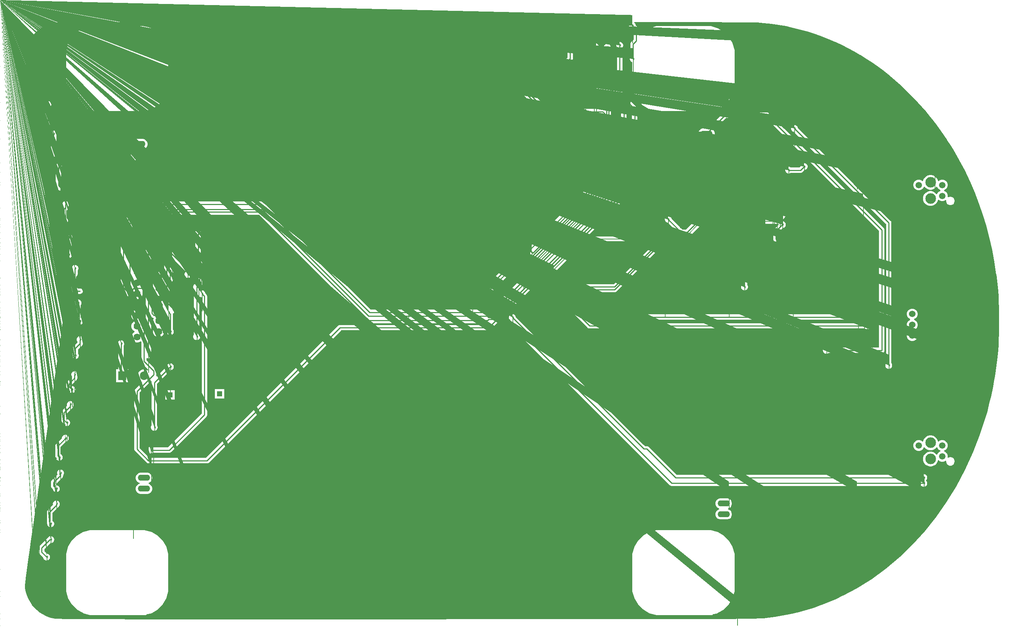
<source format=gbr>
%TF.GenerationSoftware,Flux,Pcbnew,7.0.11-7.0.11~ubuntu20.04.1*%
%TF.CreationDate,2024-08-17T14:41:57+00:00*%
%TF.ProjectId,input,696e7075-742e-46b6-9963-61645f706362,rev?*%
%TF.SameCoordinates,Original*%
%TF.FileFunction,Copper,L2,Bot*%
%TF.FilePolarity,Positive*%
%FSLAX46Y46*%
G04 Gerber Fmt 4.6, Leading zero omitted, Abs format (unit mm)*
G04 Filename: pcbrobot*
G04 Build it with Flux! Visit our site at: https://www.flux.ai (PCBNEW 7.0.11-7.0.11~ubuntu20.04.1) date 2024-08-17 14:41:57*
%MOMM*%
%LPD*%
G01*
G04 APERTURE LIST*
G04 Aperture macros list*
%AMFreePoly0*
4,1,5,0.600000,-0.600000,-0.600000,-0.600000,-0.600000,0.600000,0.600000,0.600000,0.600000,-0.600000,0.600000,-0.600000,$1*%
%AMFreePoly1*
4,1,5,0.810000,-0.810000,-0.810000,-0.810000,-0.810000,0.810000,0.810000,0.810000,0.810000,-0.810000,0.810000,-0.810000,$1*%
%AMFreePoly2*
4,1,5,0.952500,-1.000000,-0.952500,-1.000000,-0.952500,1.000000,0.952500,1.000000,0.952500,-1.000000,0.952500,-1.000000,$1*%
%AMFreePoly3*
4,1,129,0.022069,0.299187,0.036723,0.297744,0.051289,0.295583,0.065730,0.292711,0.080014,0.289133,0.094105,0.284858,0.107969,0.279898,0.121572,0.274263,0.134883,0.267967,0.147869,0.261026,0.160499,0.253456,0.172742,0.245275,0.184569,0.236504,0.195952,0.227163,0.206862,0.217274,0.217274,0.206862,0.227163,0.195952,0.236504,0.184569,0.245275,0.172742,0.253456,0.160499,
0.261026,0.147869,0.267967,0.134883,0.274263,0.121572,0.279898,0.107969,0.284858,0.094105,0.289133,0.080014,0.292711,0.065730,0.295583,0.051289,0.297744,0.036723,0.299187,0.022069,0.299910,0.007362,0.299910,-0.007362,0.299187,-0.022069,0.297744,-0.036723,0.295583,-0.051289,0.292711,-0.065730,0.289133,-0.080014,0.284858,-0.094105,0.279898,-0.107969,0.274263,-0.121572,
0.267967,-0.134883,0.261026,-0.147869,0.253456,-0.160499,0.245275,-0.172742,0.236504,-0.184569,0.227163,-0.195952,0.217274,-0.206862,0.206862,-0.217274,0.195952,-0.227163,0.184569,-0.236504,0.172742,-0.245275,0.160499,-0.253456,0.147869,-0.261026,0.134883,-0.267967,0.121572,-0.274263,0.107969,-0.279898,0.094105,-0.284858,0.080014,-0.289133,0.065730,-0.292711,0.051289,-0.295583,
0.036723,-0.297744,0.022069,-0.299187,0.007362,-0.299910,-0.007362,-0.299910,-0.022069,-0.299187,-0.036723,-0.297744,-0.051289,-0.295583,-0.065730,-0.292711,-0.080014,-0.289133,-0.094105,-0.284858,-0.107969,-0.279898,-0.121572,-0.274263,-0.134883,-0.267967,-0.147869,-0.261026,-0.160499,-0.253456,-0.172742,-0.245275,-0.184569,-0.236504,-0.195952,-0.227163,-0.206862,-0.217274,-0.217274,-0.206862,
-0.227163,-0.195952,-0.236504,-0.184569,-0.245275,-0.172742,-0.253456,-0.160499,-0.261026,-0.147869,-0.267967,-0.134883,-0.274263,-0.121572,-0.279898,-0.107969,-0.284858,-0.094105,-0.289133,-0.080014,-0.292711,-0.065730,-0.295583,-0.051289,-0.297744,-0.036723,-0.299187,-0.022069,-0.299910,-0.007362,-0.299910,0.007362,-0.299187,0.022069,-0.297744,0.036723,-0.295583,0.051289,-0.292711,0.065730,
-0.289133,0.080014,-0.284858,0.094105,-0.279898,0.107969,-0.274263,0.121572,-0.267967,0.134883,-0.261026,0.147869,-0.253456,0.160499,-0.245275,0.172742,-0.236504,0.184569,-0.227163,0.195952,-0.217274,0.206862,-0.206862,0.217274,-0.195952,0.227163,-0.184569,0.236504,-0.172742,0.245275,-0.160499,0.253456,-0.147869,0.261026,-0.134883,0.267967,-0.121572,0.274263,-0.107969,0.279898,
-0.094105,0.284858,-0.080014,0.289133,-0.065730,0.292711,-0.051289,0.295583,-0.036723,0.297744,-0.022069,0.299187,-0.007362,0.299910,0.007362,0.299910,0.022069,0.299187,0.022069,0.299187,$1*%
G04 Aperture macros list end*
%TA.AperFunction,ComponentPad*%
%ADD10FreePoly0,0.000000*%
%TD*%
%TA.AperFunction,ComponentPad*%
%ADD11C,1.200000*%
%TD*%
%TA.AperFunction,ComponentPad*%
%ADD12O,2.844800X1.422400*%
%TD*%
%TA.AperFunction,ComponentPad*%
%ADD13C,1.620000*%
%TD*%
%TA.AperFunction,ComponentPad*%
%ADD14FreePoly1,180.000000*%
%TD*%
%TA.AperFunction,ComponentPad*%
%ADD15C,1.530000*%
%TD*%
%TA.AperFunction,ComponentPad*%
%ADD16C,0.400000*%
%TD*%
%TA.AperFunction,ComponentPad*%
%ADD17O,1.905000X2.000000*%
%TD*%
%TA.AperFunction,ComponentPad*%
%ADD18FreePoly2,0.000000*%
%TD*%
%TA.AperFunction,ComponentPad*%
%ADD19O,1.050000X2.100000*%
%TD*%
%TA.AperFunction,ComponentPad*%
%ADD20FreePoly3,0.000000*%
%TD*%
%TA.AperFunction,ComponentPad*%
%ADD21C,1.498600*%
%TD*%
%TA.AperFunction,ComponentPad*%
%ADD22C,2.489200*%
%TD*%
%TA.AperFunction,Conductor*%
%ADD23C,0.254000*%
%TD*%
%TA.AperFunction,Conductor*%
%ADD24C,0.150000*%
%TD*%
G04 APERTURE END LIST*
D10*
%TO.P,,11dd451d-b724-434b-ae7b-606707503aae__069e37d8-aeec-4689-b924-a539c6a0826c*%
%TO.N,N/C*%
X45231600Y-87592100D03*
D11*
%TO.P,,11dd451d-b724-434b-ae7b-606707503aae__c7aa87eb-2d7b-4b05-9499-11955025c951*%
X50231600Y-87592100D03*
D12*
%TO.P,,13c9d794-e6cc-48c3-86c2-cd6561ab53fc__0665d034-0e3b-4982-b9f7-27379619e52e*%
X174853201Y-115535600D03*
%TO.P,,13c9d794-e6cc-48c3-86c2-cd6561ab53fc__3851f02c-9e34-4638-9440-794def37075c*%
X174853199Y-112995600D03*
D13*
%TO.P,,3d4fb439-9a18-4c60-baa4-a70e2f1d5308__0041bf39-893d-403b-bf32-5d748c988afa*%
X42598647Y-57528200D03*
%TO.P,,3d4fb439-9a18-4c60-baa4-a70e2f1d5308__31e907fe-b799-443e-a9e1-12bec736ea5f*%
X42598634Y-62608200D03*
D14*
%TO.P,,3d4fb439-9a18-4c60-baa4-a70e2f1d5308__3d236b8d-7dc2-4f27-9f6a-d5ac129cbeee*%
X42598600Y-75308200D03*
D13*
%TO.P,,3d4fb439-9a18-4c60-baa4-a70e2f1d5308__3e2ce5b4-0b03-4a38-abb4-546880fbbcb0*%
X42598607Y-72768200D03*
%TO.P,,3d4fb439-9a18-4c60-baa4-a70e2f1d5308__4d3c38e8-8bf1-4557-837e-e6efb30b13d6*%
X42598620Y-67688200D03*
%TO.P,,3d4fb439-9a18-4c60-baa4-a70e2f1d5308__50f37a7b-065a-4ae4-9a8f-531017cc8614*%
X42598640Y-60068200D03*
%TO.P,,3d4fb439-9a18-4c60-baa4-a70e2f1d5308__7403d676-b909-4059-8d52-5e6c6c17cb13*%
X37518644Y-58798187D03*
%TO.P,,3d4fb439-9a18-4c60-baa4-a70e2f1d5308__9836daf0-5e4d-45c2-b167-878f183ea3d4*%
X37518610Y-71498187D03*
%TO.P,,3d4fb439-9a18-4c60-baa4-a70e2f1d5308__a84dd680-fb21-4979-abb8-4e27cbb38ae9*%
X37518630Y-63878187D03*
%TO.P,,3d4fb439-9a18-4c60-baa4-a70e2f1d5308__ae4a3ac4-5cd6-4d57-83e9-d0a2ef3c5c10*%
X37518624Y-66418187D03*
%TO.P,,3d4fb439-9a18-4c60-baa4-a70e2f1d5308__b65f6948-eab0-4244-a83f-8731517909b9*%
X42598627Y-65148200D03*
%TO.P,,3d4fb439-9a18-4c60-baa4-a70e2f1d5308__cc6eac05-0780-4057-838a-3533a07bd80e*%
X37518637Y-61338187D03*
%TO.P,,3d4fb439-9a18-4c60-baa4-a70e2f1d5308__ebddf6eb-e30f-40ac-a593-5dec744e30d8*%
X37518603Y-74038187D03*
%TO.P,,3d4fb439-9a18-4c60-baa4-a70e2f1d5308__eddd9a3f-838c-4717-beb6-0b8de3e6b6f8*%
X37518617Y-68958187D03*
%TO.P,,3d4fb439-9a18-4c60-baa4-a70e2f1d5308__ef127274-4f96-45d5-a892-edd8f8a8043d*%
X42598613Y-70228200D03*
D12*
%TO.P,,6d923d4a-8b00-418e-8f18-e6faac58424f__0665d034-0e3b-4982-b9f7-27379619e52e*%
X170810501Y-28968200D03*
%TO.P,,6d923d4a-8b00-418e-8f18-e6faac58424f__3851f02c-9e34-4638-9440-794def37075c*%
X170810499Y-26428200D03*
%TO.P,,7950b41d-4d9a-49e5-8af3-aa804f3a5f31__0665d034-0e3b-4982-b9f7-27379619e52e*%
X39149995Y-107010400D03*
%TO.P,,7950b41d-4d9a-49e5-8af3-aa804f3a5f31__3851f02c-9e34-4638-9440-794def37075c*%
X39150005Y-109550400D03*
D10*
%TO.P,,81d83770-3d27-43c1-bd38-5f4c3ec441b4__069e37d8-aeec-4689-b924-a539c6a0826c*%
X56799500Y-87361400D03*
D11*
%TO.P,,81d83770-3d27-43c1-bd38-5f4c3ec441b4__c7aa87eb-2d7b-4b05-9499-11955025c951*%
X61799500Y-87361400D03*
D12*
%TO.P,,87cefd8e-180d-49af-bb2f-7a21747308f0__0665d034-0e3b-4982-b9f7-27379619e52e*%
X38044995Y-28865700D03*
%TO.P,,87cefd8e-180d-49af-bb2f-7a21747308f0__3851f02c-9e34-4638-9440-794def37075c*%
X38045005Y-31405700D03*
D15*
%TO.P,,a39e392d-f7a8-413a-9c5a-fae78c7e06d8__29397c00-5b80-4142-8ce1-bf66c46add7f*%
X218969114Y-73732400D03*
%TO.P,,a39e392d-f7a8-413a-9c5a-fae78c7e06d8__7d219b0a-4660-48da-bb7b-171fd9156a97*%
X218969095Y-68652400D03*
%TO.P,,a39e392d-f7a8-413a-9c5a-fae78c7e06d8__b3f09223-462a-4226-a020-811beed3165f*%
X218969086Y-66112400D03*
%TO.P,,a39e392d-f7a8-413a-9c5a-fae78c7e06d8__dfffc97b-e6df-4be9-b882-c0ec7df4936a*%
X218969105Y-71192400D03*
D16*
%TO.P,,b97e5510-c85f-47e8-81e7-1995856569ba__ee3a696f-ef70-402c-ab0c-7137ed4eee28.defaultFootprint.mounts.183bc2e5b0fd3164e75ded3f1243107f*%
X129438099Y-32105604D03*
%TO.P,,b97e5510-c85f-47e8-81e7-1995856569ba__ee3a696f-ef70-402c-ab0c-7137ed4eee28.defaultFootprint.mounts.9dc978c55082aad2fafacdbd9f5f57bc*%
X129438098Y-30705604D03*
%TO.P,,b97e5510-c85f-47e8-81e7-1995856569ba__ee3a696f-ef70-402c-ab0c-7137ed4eee28.defaultFootprint.mounts.a0d68b55a491274f814daab068f0c950*%
X130838099Y-32105603D03*
%TO.P,,b97e5510-c85f-47e8-81e7-1995856569ba__ee3a696f-ef70-402c-ab0c-7137ed4eee28.defaultFootprint.mounts.afcd757d940930679b843bc1e4386240*%
X130838098Y-30705603D03*
%TO.P,,b97e5510-c85f-47e8-81e7-1995856569ba__ee3a696f-ef70-402c-ab0c-7137ed4eee28.defaultFootprint.mounts.4504ff15bdcf4818a54146cc7a8e9a0d*%
X132238099Y-32105601D03*
%TO.P,,b97e5510-c85f-47e8-81e7-1995856569ba__ee3a696f-ef70-402c-ab0c-7137ed4eee28.defaultFootprint.mounts.19f3852e009ba6bfae8a2fce513ef1dd*%
X132238098Y-30705601D03*
%TO.P,,b97e5510-c85f-47e8-81e7-1995856569ba__ee3a696f-ef70-402c-ab0c-7137ed4eee28.defaultFootprint.mounts.6d4d26d8edc27532900a7c937b5e863d*%
X130138100Y-32805603D03*
%TO.P,,b97e5510-c85f-47e8-81e7-1995856569ba__ee3a696f-ef70-402c-ab0c-7137ed4eee28.defaultFootprint.mounts.f2ecf32f083cf9b5783a264d7a48b752*%
X130138098Y-31405603D03*
%TO.P,,b97e5510-c85f-47e8-81e7-1995856569ba__ee3a696f-ef70-402c-ab0c-7137ed4eee28.defaultFootprint.mounts.cf10f8cc0c36fe03b55323802961a88d*%
X130138097Y-30005603D03*
%TO.P,,b97e5510-c85f-47e8-81e7-1995856569ba__ee3a696f-ef70-402c-ab0c-7137ed4eee28.defaultFootprint.mounts.52e844226e796b1c42a9f7f1323ab2f7*%
X131538100Y-32805602D03*
%TO.P,,b97e5510-c85f-47e8-81e7-1995856569ba__ee3a696f-ef70-402c-ab0c-7137ed4eee28.defaultFootprint.mounts.a17b4eabb5e4ad17dbcba1ef557d9230*%
X131538097Y-30005602D03*
%TO.P,,b97e5510-c85f-47e8-81e7-1995856569ba__ee3a696f-ef70-402c-ab0c-7137ed4eee28.defaultFootprint.mounts.fab9ee6953aa1da2d8a8f965443f1f1b*%
X131538098Y-31405602D03*
D17*
%TO.P,,c3ee3767-9d8e-4543-943a-458ba69a5502__45b10458-e8f4-d6e5-f2f4-e885c335e724*%
X39150000Y-83100500D03*
D18*
%TO.P,,c3ee3767-9d8e-4543-943a-458ba69a5502__6744baca-ddb7-041c-8c73-0da7962a508c*%
X34070000Y-83100500D03*
D17*
%TO.P,,c3ee3767-9d8e-4543-943a-458ba69a5502__f760a348-f9f5-4ab2-96f8-a5d14b52e4af*%
X36610000Y-83100500D03*
D19*
%TO.P,,f6a0527c-b1f4-4070-994c-29a0c8339ca9__2326611f-98f6-a130-ac94-da96fde3ec8f*%
X140402489Y-6789889D03*
%TO.P,,f6a0527c-b1f4-4070-994c-29a0c8339ca9__9415c64b-4f59-a6d9-e7ea-dc5b1de656fb*%
X149042489Y-6789911D03*
%TO.P,,f6a0527c-b1f4-4070-994c-29a0c8339ca9__9b3c6dc7-8e8d-43a0-5d61-3a6777006a6c*%
X149042500Y-2609911D03*
%TO.P,,f6a0527c-b1f4-4070-994c-29a0c8339ca9__e8284091-fcc7-bc14-948c-a2f31e589c00*%
X140402500Y-2609889D03*
D20*
%TO.P,,21097a8c-3322-4314-b54c-ea65b3d3f560*%
%TO.N,Net 22*%
X144193100Y-5202600D03*
%TO.P,,8e07144a-59e2-406a-8c70-4a1831f4b334*%
X144972500Y-6417700D03*
%TO.P,,d7276a7d-1756-4d4e-b1db-77ad6119a7af*%
X144472500Y-18565000D03*
%TO.P,,d90e4ff0-f81e-4c9b-8678-edc017b0cbac*%
X123318100Y-28460600D03*
%TO.P,,271c4f62-d9a9-413c-b752-481002143b35*%
%TO.N,Net 48*%
X145485200Y-29779600D03*
%TO.P,,34bdaef2-84ac-4a3e-99ab-2b194075fe7e*%
X145485200Y-32479000D03*
%TO.P,,a09bfb10-d491-4fce-b151-91fce2e9bd3b*%
X122649200Y-10379900D03*
%TO.P,,e3906037-e450-4234-872c-996dbb8adb8a*%
X122632600Y-38037400D03*
%TO.P,,03a24066-cccd-4dbb-bffc-18b401dcf03b*%
%TO.N,GND*%
X19778700Y-82813000D03*
%TO.P,,03e531b0-d921-4b37-9cc1-aa8f5a849cd3*%
X13690500Y-10168100D03*
%TO.P,,0695d9b0-18d0-4e45-bc03-c39b005aaa71*%
X15332800Y-27874600D03*
%TO.P,,0774190a-54e5-4804-b208-cc1677017957*%
X20283900Y-54503700D03*
%TO.P,,0848497c-6746-4469-865b-efc70120aea0*%
X21272500Y-66774800D03*
%TO.P,,13773a89-e242-4362-8293-240314f29325*%
X17660100Y-43570700D03*
%TO.P,,16780fe7-a314-4ae0-a5a6-246cef701337*%
X148522300Y-19598200D03*
%TO.P,,1a8096bf-b77c-41f8-a21d-c015ba8bfd9c*%
X21109900Y-74866200D03*
%TO.P,,1b99add2-fc13-4789-9da4-95c3b3129560*%
X15752600Y-23926600D03*
%TO.P,,1e6a102d-1c0c-4fd7-9e37-abd06eb5c44e*%
X17989400Y-38533700D03*
%TO.P,,1f2f9fc5-85da-4694-a75e-00580fd3385a*%
X23085200Y-71286300D03*
%TO.P,,1f3e4a2b-b09f-4ce4-b9ab-6be1233666ab*%
X18891300Y-46400800D03*
%TO.P,,21f66e6b-b524-421c-84f7-78e77f0bae56*%
X51455000Y-9103400D03*
%TO.P,,24ef2ddd-3a3f-4b6a-9109-34fb0351bfed*%
X14635800Y-15970700D03*
%TO.P,,28ec12f4-0189-469b-8307-8e7f10284c53*%
X16341100Y-106461000D03*
%TO.P,,2a419ae4-0599-4b01-963e-8f823185ec1d*%
X14731200Y-125709500D03*
%TO.P,,41a450a1-5498-4a00-a8dd-64a94375edc1*%
X14049300Y-121995200D03*
%TO.P,,4203148f-0b29-4bed-a13a-3e534bbb7957*%
X177988700Y-57649300D03*
%TO.P,,4d8e6ef1-5df1-45cb-8a5e-ffa871f3277f*%
X13952700Y-19651000D03*
%TO.P,,4dfe0508-e4f4-4b7b-80da-acfe5bfc6dd8*%
X223257500Y-65515000D03*
%TO.P,,52df29db-ee6f-4685-8440-5923294b0989*%
X14731200Y-125709500D03*
%TO.P,,5536126f-5bd6-42a8-9f19-43f14ef3df4e*%
X17199000Y-98575800D03*
%TO.P,,56538a78-5fa6-4a30-a2ff-30315644d31a*%
X34920700Y-71608900D03*
%TO.P,,68b776c2-5455-49a7-b716-1c3dda6a66e7*%
X18924600Y-51006500D03*
%TO.P,,6b1f5402-0157-468b-87a1-bf1514f17f66*%
X142670500Y-23254000D03*
%TO.P,,6cd1ab35-6b48-4dc2-8b8f-b3eb4cceda72*%
X21482600Y-62289000D03*
%TO.P,,719a1e13-ba7c-4a1c-a2ea-96eb97baf99e*%
X49747200Y-21443400D03*
%TO.P,,72933a7c-8a0a-4892-a446-4305541c8ca6*%
X14896100Y-7374900D03*
%TO.P,,7b1e5c3c-7ea0-49ae-9b50-db0efb30a01c*%
X17071400Y-110975200D03*
%TO.P,,7df85593-2522-412f-8855-4686833657e0*%
X141311000Y-4877000D03*
%TO.P,,7e2598a1-58ca-43d0-891d-baa4dc4e1062*%
X149828400Y-31405600D03*
%TO.P,,8070cdf5-0c82-4764-9b77-fe112907612d*%
X55321100Y-62608200D03*
%TO.P,,84c8e793-c42a-4680-84d8-f1c4f55de0eb*%
X21606500Y-78479500D03*
%TO.P,,856e98b3-9837-4d4f-bb9e-10c5fa8817d9*%
X188000300Y-44014600D03*
%TO.P,,89a3f466-81e0-453e-a843-f9f8d2430899*%
X16783800Y-31463100D03*
%TO.P,,8dad2146-9ab2-4df1-9beb-3475a91a67ed*%
X19097900Y-97982400D03*
%TO.P,,90f2b947-0c0d-427b-a653-3e90ef86496f*%
X135986500Y-1148100D03*
%TO.P,,94a04457-0bee-4a4e-a47a-cc86f147c795*%
X190304400Y-41328400D03*
%TO.P,,97b0bf2b-7649-423f-8f03-7ede7b90ee1d*%
X123733800Y-22523400D03*
%TO.P,,9a3481c6-3558-4c16-90b0-5e2d8a53544b*%
X18385800Y-102455700D03*
%TO.P,,b2f68bc6-ebc1-47c1-97d7-6b5ca2735888*%
X15901800Y-117663800D03*
%TO.P,,b6a221ed-5c26-4281-8dac-1fbbf5dc0141*%
X20283900Y-57958200D03*
%TO.P,,b7425fac-1456-4cea-b354-e53cecaff7b6*%
X13585300Y-129172100D03*
%TO.P,,bc641573-167b-4bd3-9ebe-e6fc5c324d00*%
X134296200Y-31405600D03*
%TO.P,,c8f2d27a-2f3b-4146-9ac9-80fce1fd8250*%
X177462000Y-60863200D03*
%TO.P,,d7fd46c1-9247-42ba-900c-87abd7d93b3e*%
X16537000Y-35589900D03*
%TO.P,,e5b471a2-6eba-453b-b21e-d18e8402263d*%
X177988500Y-58352000D03*
%TO.P,,e74acd86-69de-4aa5-a0ae-b63017a1a0bc*%
X52811400Y-53755400D03*
%TO.P,,ea9eb722-2d2c-46c5-8268-e109cb1c6279*%
X18741800Y-90726800D03*
%TO.P,,f11cd5a0-b3f9-4682-a3df-2ddbd25ddab1*%
X20640700Y-86734200D03*
%TO.P,,fcf0a238-e9c7-4144-8a94-07b125d66294*%
X15195200Y-114079500D03*
%TO.P,,09d41dc0-b1be-431f-86ca-87c4d5b4795b.via9.12*%
X191032200Y-5384000D03*
%TO.P,,09d41dc0-b1be-431f-86ca-87c4d5b4795b.via9.8*%
X131032200Y-5384000D03*
%TO.P,,09d41dc0-b1be-431f-86ca-87c4d5b4795b.via9.7*%
X116032200Y-5384000D03*
%TO.P,,09d41dc0-b1be-431f-86ca-87c4d5b4795b.via9.6*%
X101032200Y-5384000D03*
%TO.P,,09d41dc0-b1be-431f-86ca-87c4d5b4795b.via9.5*%
X86032200Y-5384000D03*
%TO.P,,09d41dc0-b1be-431f-86ca-87c4d5b4795b.via9.4*%
X71032200Y-5384000D03*
%TO.P,,09d41dc0-b1be-431f-86ca-87c4d5b4795b.via8.13*%
X206032200Y-20384000D03*
%TO.P,,09d41dc0-b1be-431f-86ca-87c4d5b4795b.via8.12*%
X191032200Y-20384000D03*
%TO.P,,09d41dc0-b1be-431f-86ca-87c4d5b4795b.via8.11*%
X176032200Y-20384000D03*
%TO.P,,09d41dc0-b1be-431f-86ca-87c4d5b4795b.via8.7*%
X116032200Y-20384000D03*
%TO.P,,09d41dc0-b1be-431f-86ca-87c4d5b4795b.via8.6*%
X101032200Y-20384000D03*
%TO.P,,09d41dc0-b1be-431f-86ca-87c4d5b4795b.via8.5*%
X86032200Y-20384000D03*
%TO.P,,09d41dc0-b1be-431f-86ca-87c4d5b4795b.via8.4*%
X71032200Y-20384000D03*
%TO.P,,09d41dc0-b1be-431f-86ca-87c4d5b4795b.via8.3*%
X56032200Y-20384000D03*
%TO.P,,09d41dc0-b1be-431f-86ca-87c4d5b4795b.via7.13*%
X206032200Y-35384000D03*
%TO.P,,09d41dc0-b1be-431f-86ca-87c4d5b4795b.via7.11*%
X176032200Y-35384000D03*
%TO.P,,09d41dc0-b1be-431f-86ca-87c4d5b4795b.via7.10*%
X161032200Y-35384000D03*
%TO.P,,09d41dc0-b1be-431f-86ca-87c4d5b4795b.via7.6*%
X101032200Y-35384000D03*
%TO.P,,09d41dc0-b1be-431f-86ca-87c4d5b4795b.via7.5*%
X86032200Y-35384000D03*
%TO.P,,09d41dc0-b1be-431f-86ca-87c4d5b4795b.via7.4*%
X71032200Y-35384000D03*
%TO.P,,09d41dc0-b1be-431f-86ca-87c4d5b4795b.via7.3*%
X56032200Y-35384000D03*
%TO.P,,09d41dc0-b1be-431f-86ca-87c4d5b4795b.via7.2*%
X41032200Y-35384000D03*
%TO.P,,09d41dc0-b1be-431f-86ca-87c4d5b4795b.via7.1*%
X26032200Y-35384000D03*
%TO.P,,09d41dc0-b1be-431f-86ca-87c4d5b4795b.via6.15*%
X236032200Y-50384000D03*
%TO.P,,09d41dc0-b1be-431f-86ca-87c4d5b4795b.via6.13*%
X206032200Y-50384000D03*
%TO.P,,09d41dc0-b1be-431f-86ca-87c4d5b4795b.via6.11*%
X176032200Y-50384000D03*
%TO.P,,09d41dc0-b1be-431f-86ca-87c4d5b4795b.via6.7*%
X116032200Y-50384000D03*
%TO.P,,09d41dc0-b1be-431f-86ca-87c4d5b4795b.via6.5*%
X86032200Y-50384000D03*
%TO.P,,09d41dc0-b1be-431f-86ca-87c4d5b4795b.via6.3*%
X56032200Y-50384000D03*
%TO.P,,09d41dc0-b1be-431f-86ca-87c4d5b4795b.via6.1*%
X26032200Y-50384000D03*
%TO.P,,09d41dc0-b1be-431f-86ca-87c4d5b4795b.via5.15*%
X236032200Y-65384000D03*
%TO.P,,09d41dc0-b1be-431f-86ca-87c4d5b4795b.via5.13*%
X206032200Y-65384000D03*
%TO.P,,09d41dc0-b1be-431f-86ca-87c4d5b4795b.via5.12*%
X191032200Y-65384000D03*
%TO.P,,09d41dc0-b1be-431f-86ca-87c4d5b4795b.via5.11*%
X176032200Y-65384000D03*
%TO.P,,09d41dc0-b1be-431f-86ca-87c4d5b4795b.via5.10*%
X161032200Y-65384000D03*
%TO.P,,09d41dc0-b1be-431f-86ca-87c4d5b4795b.via5.7*%
X116032200Y-65384000D03*
%TO.P,,09d41dc0-b1be-431f-86ca-87c4d5b4795b.via5.6*%
X101032200Y-65384000D03*
%TO.P,,09d41dc0-b1be-431f-86ca-87c4d5b4795b.via5.4*%
X71032200Y-65384000D03*
%TO.P,,09d41dc0-b1be-431f-86ca-87c4d5b4795b.via5.3*%
X56032200Y-65384000D03*
%TO.P,,09d41dc0-b1be-431f-86ca-87c4d5b4795b.via5.1*%
X26032200Y-65384000D03*
%TO.P,,09d41dc0-b1be-431f-86ca-87c4d5b4795b.via4.15*%
X236032200Y-80384000D03*
%TO.P,,09d41dc0-b1be-431f-86ca-87c4d5b4795b.via4.13*%
X206032200Y-80384000D03*
%TO.P,,09d41dc0-b1be-431f-86ca-87c4d5b4795b.via4.12*%
X191032200Y-80384000D03*
%TO.P,,09d41dc0-b1be-431f-86ca-87c4d5b4795b.via4.11*%
X176032200Y-80384000D03*
%TO.P,,09d41dc0-b1be-431f-86ca-87c4d5b4795b.via4.10*%
X161032200Y-80384000D03*
%TO.P,,09d41dc0-b1be-431f-86ca-87c4d5b4795b.via4.9*%
X146032200Y-80384000D03*
%TO.P,,09d41dc0-b1be-431f-86ca-87c4d5b4795b.via4.8*%
X131032200Y-80384000D03*
%TO.P,,09d41dc0-b1be-431f-86ca-87c4d5b4795b.via4.7*%
X116032200Y-80384000D03*
%TO.P,,09d41dc0-b1be-431f-86ca-87c4d5b4795b.via4.6*%
X101032200Y-80384000D03*
%TO.P,,09d41dc0-b1be-431f-86ca-87c4d5b4795b.via4.5*%
X86032200Y-80384000D03*
%TO.P,,09d41dc0-b1be-431f-86ca-87c4d5b4795b.via4.4*%
X71032200Y-80384000D03*
%TO.P,,09d41dc0-b1be-431f-86ca-87c4d5b4795b.via4.3*%
X56032200Y-80384000D03*
%TO.P,,09d41dc0-b1be-431f-86ca-87c4d5b4795b.via4.1*%
X26032200Y-80384000D03*
%TO.P,,09d41dc0-b1be-431f-86ca-87c4d5b4795b.via3.13*%
X206032200Y-95384000D03*
%TO.P,,09d41dc0-b1be-431f-86ca-87c4d5b4795b.via3.11*%
X176032200Y-95384000D03*
%TO.P,,09d41dc0-b1be-431f-86ca-87c4d5b4795b.via3.10*%
X161032200Y-95384000D03*
%TO.P,,09d41dc0-b1be-431f-86ca-87c4d5b4795b.via3.9*%
X146032200Y-95384000D03*
%TO.P,,09d41dc0-b1be-431f-86ca-87c4d5b4795b.via3.8*%
X131032200Y-95384000D03*
%TO.P,,09d41dc0-b1be-431f-86ca-87c4d5b4795b.via3.7*%
X116032200Y-95384000D03*
%TO.P,,09d41dc0-b1be-431f-86ca-87c4d5b4795b.via3.6*%
X101032200Y-95384000D03*
%TO.P,,09d41dc0-b1be-431f-86ca-87c4d5b4795b.via3.5*%
X86032200Y-95384000D03*
%TO.P,,09d41dc0-b1be-431f-86ca-87c4d5b4795b.via3.4*%
X71032200Y-95384000D03*
%TO.P,,09d41dc0-b1be-431f-86ca-87c4d5b4795b.via3.1*%
X26032200Y-95384000D03*
%TO.P,,09d41dc0-b1be-431f-86ca-87c4d5b4795b.via2.14*%
X221032200Y-110384000D03*
%TO.P,,09d41dc0-b1be-431f-86ca-87c4d5b4795b.via2.13*%
X206032200Y-110384000D03*
%TO.P,,09d41dc0-b1be-431f-86ca-87c4d5b4795b.via2.11*%
X176032200Y-110384000D03*
%TO.P,,09d41dc0-b1be-431f-86ca-87c4d5b4795b.via2.10*%
X161032200Y-110384000D03*
%TO.P,,09d41dc0-b1be-431f-86ca-87c4d5b4795b.via2.9*%
X146032200Y-110384000D03*
%TO.P,,09d41dc0-b1be-431f-86ca-87c4d5b4795b.via1.13*%
X206032200Y-125384000D03*
%TO.P,,09d41dc0-b1be-431f-86ca-87c4d5b4795b.via1.8*%
X131032200Y-125384000D03*
%TO.P,,09d41dc0-b1be-431f-86ca-87c4d5b4795b.via1.7*%
X116032200Y-125384000D03*
%TO.P,,09d41dc0-b1be-431f-86ca-87c4d5b4795b.via1.6*%
X101032200Y-125384000D03*
%TO.P,,09d41dc0-b1be-431f-86ca-87c4d5b4795b.via1.5*%
X86032200Y-125384000D03*
%TO.P,,09d41dc0-b1be-431f-86ca-87c4d5b4795b.via1.4*%
X71032200Y-125384000D03*
%TO.P,,09d41dc0-b1be-431f-86ca-87c4d5b4795b.via1.3*%
X56032200Y-125384000D03*
%TO.P,,09d41dc0-b1be-431f-86ca-87c4d5b4795b.via.island.51*%
X44659000Y-75012800D03*
%TO.P,,09d41dc0-b1be-431f-86ca-87c4d5b4795b.via.island.50*%
X42309900Y-55525600D03*
%TO.P,,09d41dc0-b1be-431f-86ca-87c4d5b4795b.via.island.49*%
X49275800Y-52151200D03*
%TO.P,,09d41dc0-b1be-431f-86ca-87c4d5b4795b.via.island.48*%
X38859000Y-55694800D03*
%TO.P,,09d41dc0-b1be-431f-86ca-87c4d5b4795b.via.island.47*%
X47432000Y-70518100D03*
%TO.P,,09d41dc0-b1be-431f-86ca-87c4d5b4795b.via.island.46*%
X52490400Y-58608100D03*
%TO.P,,09d41dc0-b1be-431f-86ca-87c4d5b4795b.via.island.45*%
X45752600Y-56399100D03*
%TO.P,,09d41dc0-b1be-431f-86ca-87c4d5b4795b.via.island.44*%
X145365600Y-56647100D03*
%TO.P,,09d41dc0-b1be-431f-86ca-87c4d5b4795b.via.island.43*%
X153198500Y-46378500D03*
%TO.P,,09d41dc0-b1be-431f-86ca-87c4d5b4795b.via.island.42*%
X164633100Y-44425800D03*
%TO.P,,09d41dc0-b1be-431f-86ca-87c4d5b4795b.via.island.41*%
X152745000Y-26889000D03*
%TO.P,,09d41dc0-b1be-431f-86ca-87c4d5b4795b.via.island.40*%
X145316700Y-123451200D03*
%TO.P,,09d41dc0-b1be-431f-86ca-87c4d5b4795b.via.island.39*%
X36609600Y-117111600D03*
%TO.P,,09d41dc0-b1be-431f-86ca-87c4d5b4795b.via.island.38*%
X32726000Y-41732500D03*
%TO.P,,09d41dc0-b1be-431f-86ca-87c4d5b4795b.via.island.37*%
X179874000Y-26839000D03*
%TO.P,,09d41dc0-b1be-431f-86ca-87c4d5b4795b.via.island.36*%
X207491000Y-42937300D03*
%TO.P,,09d41dc0-b1be-431f-86ca-87c4d5b4795b.via.island.35*%
X180340300Y-40312300D03*
%TO.P,,09d41dc0-b1be-431f-86ca-87c4d5b4795b.via.island.34*%
X124331100Y-32223100D03*
%TO.P,,09d41dc0-b1be-431f-86ca-87c4d5b4795b.via.island.33*%
X219442200Y-104277000D03*
%TO.P,,09d41dc0-b1be-431f-86ca-87c4d5b4795b.via.island.32*%
X182525500Y-35450000D03*
%TO.P,,09d41dc0-b1be-431f-86ca-87c4d5b4795b.via.island.31*%
X146322500Y-14431200D03*
%TO.P,,09d41dc0-b1be-431f-86ca-87c4d5b4795b.via.island.30*%
X140718300Y-19060700D03*
%TO.P,,09d41dc0-b1be-431f-86ca-87c4d5b4795b.via.island.29*%
X136034000Y-4409900D03*
%TO.P,,09d41dc0-b1be-431f-86ca-87c4d5b4795b.via.island.28*%
X126493000Y-26908000D03*
%TO.P,,09d41dc0-b1be-431f-86ca-87c4d5b4795b.via.island.27*%
X224204900Y-35047800D03*
%TO.P,,09d41dc0-b1be-431f-86ca-87c4d5b4795b.via.island.26*%
X135314700Y-39061200D03*
%TO.P,,09d41dc0-b1be-431f-86ca-87c4d5b4795b.via.island.25*%
X26634800Y-111627300D03*
%TO.P,,09d41dc0-b1be-431f-86ca-87c4d5b4795b.via.island.24*%
X207733900Y-70033900D03*
%TO.P,,09d41dc0-b1be-431f-86ca-87c4d5b4795b.via.island.23*%
X216301000Y-69922000D03*
%TO.P,,09d41dc0-b1be-431f-86ca-87c4d5b4795b.via.island.22*%
X216301000Y-72462000D03*
%TO.P,,09d41dc0-b1be-431f-86ca-87c4d5b4795b.via.island.21*%
X140044000Y-24372500D03*
%TO.P,,09d41dc0-b1be-431f-86ca-87c4d5b4795b.via.island.20*%
X123934500Y-5773500D03*
%TO.P,,09d41dc0-b1be-431f-86ca-87c4d5b4795b.via.island.19*%
X184614100Y-48110000D03*
%TO.P,,09d41dc0-b1be-431f-86ca-87c4d5b4795b.via.island.18*%
X209573000Y-72462000D03*
%TO.P,,09d41dc0-b1be-431f-86ca-87c4d5b4795b.via.island.17*%
X127639400Y-57323400D03*
%TO.P,,09d41dc0-b1be-431f-86ca-87c4d5b4795b.via.island.16*%
X18790500Y-42066000D03*
%TO.P,,09d41dc0-b1be-431f-86ca-87c4d5b4795b.via.island.15*%
X149339000Y-14674500D03*
%TO.P,,09d41dc0-b1be-431f-86ca-87c4d5b4795b.via.island.14*%
X174682200Y-55924600D03*
%TO.P,,09d41dc0-b1be-431f-86ca-87c4d5b4795b.via.island.13*%
X132801400Y-62384800D03*
%TO.P,,09d41dc0-b1be-431f-86ca-87c4d5b4795b.via.island.12*%
X134918200Y-25878100D03*
%TO.P,,09d41dc0-b1be-431f-86ca-87c4d5b4795b.via.island.11*%
X46226100Y-92727900D03*
%TO.P,,09d41dc0-b1be-431f-86ca-87c4d5b4795b.via.island.10*%
X45231800Y-84332700D03*
%TO.P,,09d41dc0-b1be-431f-86ca-87c4d5b4795b.via.island.9*%
X40058000Y-97854800D03*
%TO.P,,09d41dc0-b1be-431f-86ca-87c4d5b4795b.via.island.8*%
X178034300Y-137485000D03*
%TO.P,,09d41dc0-b1be-431f-86ca-87c4d5b4795b.via.island.7*%
X48831700Y-63177700D03*
%TO.P,,09d41dc0-b1be-431f-86ca-87c4d5b4795b.via.island.6*%
X38011000Y-50035000D03*
%TO.P,,09d41dc0-b1be-431f-86ca-87c4d5b4795b.via.island.5*%
X42833700Y-48082700D03*
%TO.P,,09d41dc0-b1be-431f-86ca-87c4d5b4795b.via.island.4*%
X42823800Y-81109800D03*
%TO.P,,09d41dc0-b1be-431f-86ca-87c4d5b4795b.via.island.3*%
X123139700Y-63221000D03*
%TO.P,,09d41dc0-b1be-431f-86ca-87c4d5b4795b.via.island.2*%
X40874500Y-104778200D03*
%TO.P,,09d41dc0-b1be-431f-86ca-87c4d5b4795b.via.island.1*%
X41431700Y-52182300D03*
%TO.P,,09d41dc0-b1be-431f-86ca-87c4d5b4795b.via.island.0*%
X41370800Y-101746700D03*
%TO.P,,20f87be1-8c61-4278-bab1-5a61edf1fdd6*%
%TO.N,Net 58*%
X42598600Y-51399400D03*
%TO.P,,3bd76e90-7534-4afa-a1f0-8a6bd6c29d8c*%
X52178500Y-56984800D03*
%TO.P,,7fe7e173-9363-4f7e-9c6d-463063b9bd67*%
X51485400Y-62289000D03*
%TO.P,,89248ac3-be8f-4adb-8e31-42deb6cfe981*%
X45320700Y-50702800D03*
%TO.P,,8c265a2e-0df4-4ea9-b771-8eda125567e2*%
X41166400Y-47280300D03*
%TO.P,,af1009ec-08d8-4ec2-a43d-9eb13cc4e179*%
X51485400Y-73949800D03*
%TO.P,,f8adde35-5f69-4cc7-a1e8-77b122cdf4b8*%
X198885100Y-77159900D03*
%TO.P,,0d2b9889-0109-481f-9dee-1e6cdbaff548*%
%TO.N,Net 39*%
X127835300Y-36430100D03*
%TO.P,,eda4eeec-aaea-4226-9f20-f54dc1f1db35*%
X129571300Y-55260200D03*
%TO.P,,f0775a92-70f4-4f23-a437-0e3cebded4f1*%
X164069200Y-52441700D03*
%TO.P,,fe918ff0-f907-4ba9-bb16-615d0aff59e6*%
X134347600Y-60212300D03*
%TO.P,,5a2d5977-b787-4b00-bc1e-202f1bf1a56c*%
%TO.N,Net 20*%
X123318100Y-8237200D03*
%TO.P,,b1fa56cb-1ccb-46fe-b3c7-e3dc8f481317*%
X136018100Y-29570600D03*
%TO.P,,1c08cc83-3d4f-4c35-b67a-8df6bd3c7949*%
%TO.N,Net 69*%
X179269800Y-43705400D03*
%TO.P,,ae6583b5-9f59-4a10-bdde-d14dc6de6198*%
X182471800Y-43257700D03*
%TO.P,,1526e518-6d58-4f73-af20-a9da6e3b2d3e*%
%TO.N,Net 23*%
X130938100Y-28125100D03*
%TO.P,,1981401f-2a07-41ac-a918-d9b6277c5783*%
X142009300Y-33222400D03*
%TO.P,,6e46ce3f-cd0a-4251-b1d8-5930d6a8e4f6*%
X143099600Y-28455800D03*
%TO.P,,ae86df2a-7b90-4759-8911-7eaa8b2fd739*%
X35822800Y-62467600D03*
%TO.P,,0a8e1b84-dac7-41ad-a163-66e78aab6c3f*%
%TO.N,Net 59*%
X44501000Y-47280300D03*
%TO.P,,1731fcbc-4a62-4346-af3e-723555fdc77f*%
X213473200Y-80657500D03*
%TO.P,,4e8e846d-6919-445b-9909-d933ab932579*%
X191401100Y-25188400D03*
%TO.P,,65338fcd-714e-4495-a50e-5ddd106d1a0c*%
X46199300Y-67637600D03*
%TO.P,,f4a19565-82ea-45c2-ad5f-6e1366eda729*%
%TO.N,Net 49*%
X186611900Y-45049500D03*
%TO.P,,f9621b41-0232-4049-97d5-fa4472782f8b*%
X187324100Y-45927900D03*
%TO.P,,0353831f-53bd-483d-9fc7-5e2adcd1d2e7*%
%TO.N,Net 1*%
X22313500Y-86327300D03*
%TO.P,,09855cc5-b385-4532-b6d1-b2a0eebd562b*%
X22986800Y-57958200D03*
%TO.P,,0c9edfba-443d-4cbf-8c7c-db0828509ff6*%
X154443500Y-36005600D03*
%TO.P,,0f125b12-a477-4c5a-bd27-c650c9e3f13b*%
X138923900Y-4767900D03*
%TO.P,,18b6fb24-8d2c-4eaa-9897-9315de20b38b*%
X17133400Y-23667100D03*
%TO.P,,19e34c1c-2cdb-46f5-9ca3-934897c9ae15*%
X21572600Y-50650600D03*
%TO.P,,30f5a4e6-5462-4ce2-a9da-8c73c2b237d1*%
X21572600Y-54719400D03*
%TO.P,,31cdcfbf-9c69-4631-aed7-53b2b292018c*%
X18014600Y-26474000D03*
%TO.P,,361278ad-d36e-487f-a57a-e9af41438982*%
X17317200Y-121463800D03*
%TO.P,,39c2df4b-0fcb-4e96-a11a-27c3a5c78b1b*%
X18646100Y-113105900D03*
%TO.P,,47ae4275-7334-4780-a281-e789cd678624*%
X19314700Y-102193000D03*
%TO.P,,5612c19b-73c0-4e3d-9132-fbd36d70b655*%
X151487000Y-33866400D03*
%TO.P,,568b14f9-141e-424f-98ef-8638a34d1538*%
X151487000Y-31405400D03*
%TO.P,,699420ee-6528-450b-80ce-e0b9891247b9*%
X151487000Y-33866400D03*
%TO.P,,6bc14e84-bfff-4297-b599-6b3e203c13c1*%
X16643800Y-19541900D03*
%TO.P,,74bd0c1b-05bd-43cc-8832-30f2b356582a*%
X19140600Y-34241800D03*
%TO.P,,774db1a2-e602-4e12-b48a-2d033318c3c9*%
X22920200Y-82812900D03*
%TO.P,,77e49d28-a2e1-48cc-9f0d-9ffdc2c011f6*%
X23085200Y-78373800D03*
%TO.P,,7f1b3490-72a3-41d2-8813-df2085377df0*%
X24192500Y-74631800D03*
%TO.P,,8a670d45-9b19-49bc-ae39-9c5178cc38f9*%
X20792400Y-43005000D03*
%TO.P,,997eaeff-a98c-4407-a520-64b50ab253de*%
X142477100Y-16380100D03*
%TO.P,,9e5523d6-0325-4852-b9ac-8456d9243509*%
X21900700Y-89821000D03*
%TO.P,,a129fdb2-8be6-460a-8dd0-0a16e87bf1b3*%
X24192500Y-70297100D03*
%TO.P,,a13925a8-3aef-46f4-a3c0-b0082aa2a16b*%
X23212600Y-63296400D03*
%TO.P,,a5a70ac1-a477-441a-9940-6248a4277d04*%
X18646000Y-109550500D03*
%TO.P,,a8582d9b-f0c2-42ef-bf48-76f32fb4208c*%
X17317200Y-117766100D03*
%TO.P,,bbfdcba2-84b0-4537-a810-8a0b2870f5d7*%
X23728600Y-66063500D03*
%TO.P,,c0fe2b02-9ac1-46ec-801e-4cf5ba416742*%
X19608900Y-105871800D03*
%TO.P,,c8f86e83-b9a9-4a37-b17f-84ef2988baed*%
X19564900Y-38957900D03*
%TO.P,,d033b0c1-c2ef-4f03-9a64-afeab4b7ae8a*%
X20575400Y-46823600D03*
%TO.P,,d3c0c5fa-5510-4d3a-95b9-d9a38123a67e*%
X21071100Y-94095700D03*
%TO.P,,da018cf8-4b43-4ee6-be5d-6b8564e33bbe*%
X20754800Y-97712800D03*
%TO.P,,e8e01376-498c-4da2-823e-3908b996eb5e*%
X18433100Y-31026900D03*
%TO.P,,f0154003-90e8-499e-b13f-7988aa7e59c0*%
X16358200Y-125536900D03*
%TO.P,,f9e9638f-9429-4d3a-b634-b1f917d76675*%
X139333200Y-17155100D03*
%TO.P,,f2443844-fa32-4acb-9dd2-595047174adb*%
%TO.N,Net 61*%
X52684900Y-63878200D03*
%TO.P,,ff6a7355-2e08-476c-af07-2882d33de4a7*%
X40740000Y-100498900D03*
%TO.P,,7dc45cd7-dc2f-4d63-9d46-81e4fcd4bca5*%
%TO.N,Net 31*%
X129326400Y-56347400D03*
%TO.P,,801728ab-a03f-42bc-bf74-885e3b4d46ca*%
X206297500Y-69370900D03*
%TO.P,,a26ab468-f030-4fd6-8458-e3d06bd16cdd*%
X133841100Y-60729200D03*
%TO.P,,d1146a70-2ed7-46df-a504-3e7ed7ae9331*%
X126926200Y-36430100D03*
%TO.P,,09eb3c0c-04c9-4702-8627-bc6f5c6865eb*%
%TO.N,Net 71*%
X188568000Y-45436100D03*
%TO.P,,2a0361f3-67e2-44fd-8e2e-badbe44db086*%
X128882100Y-58249600D03*
%TO.P,,d6db421d-647c-4eaa-813a-d6376d17e391*%
X123318100Y-38620600D03*
%TO.P,,da0f86d5-1153-4ff5-8afb-8aeeff7c40b2*%
X131945400Y-61405800D03*
%TO.P,,52275033-801d-4092-a837-8f6316684bd1*%
%TO.N,Net 76*%
X129935200Y-54320200D03*
%TO.P,,6b996283-a120-434f-ab56-4a985386da21*%
X172738600Y-56898000D03*
%TO.P,,77e7cd83-4200-44a3-98c3-4f381a2bbe67*%
X129761400Y-36563000D03*
%TO.P,,c72b8800-6fc7-4b84-9ba6-7fe7e81441e0*%
X173828200Y-54814000D03*
%TO.P,,d05920be-8aa9-4817-bc95-172d3b1feb13*%
X135082500Y-59754300D03*
%TO.P,,d90b74a3-265c-439f-82eb-e8599f914f82*%
X164866000Y-51950400D03*
%TO.P,,6af4bcf9-7cdf-4cf8-8f3d-0e976ab7346b*%
%TO.N,Net 28*%
X179710000Y-62310700D03*
%TO.P,,ee5f08ca-66b5-486f-9212-2ae0ca54e956*%
X178346600Y-59352000D03*
%TO.P,,094ddf50-4d10-46fd-a572-d24321fada22*%
%TO.N,Net 46*%
X124588100Y-36741300D03*
%TO.P,,41644a86-e588-4d6a-a38d-0414def4c5b4*%
X128001300Y-58768300D03*
%TO.P,,478fc4b0-85f5-491d-b5b1-68b92132ab6d*%
X186324100Y-43486100D03*
%TO.P,,f07b94a3-1f3e-4f63-af39-d65b15b036c2*%
X130938100Y-61573400D03*
%TO.P,,275be19f-0a61-4058-8e8f-4d2fa7404802*%
%TO.N,Net 38*%
X133478100Y-28125100D03*
%TO.P,,4ec22908-51a7-4755-b958-ef9065a8e7a3*%
X144386100Y-33222400D03*
%TO.P,,9aeb99ec-da9a-46d7-a680-84da196744d1*%
X144386100Y-29677900D03*
%TO.P,,c135dd76-8a26-480b-be9e-e8e415de00ae*%
X39150000Y-72891000D03*
%TO.P,,48bb754a-4aae-4127-8768-ec1c21fe5b9a*%
%TO.N,Net 19*%
X130938100Y-36687700D03*
%TO.P,,50eeef4d-0c3e-46c1-9f60-e53826869bf3*%
X124588100Y-70157500D03*
%TO.P,,ac61ed36-4ce3-4d6d-b369-aafbe7cd07d9*%
X221688500Y-108271000D03*
%TO.P,,f8f8e571-8dd3-4e3a-a381-2e1d4ab14f24*%
X120213200Y-63511600D03*
%TO.P,,44c6130c-3e3b-47d7-976f-499cd1491bb7*%
%TO.N,Net 52*%
X132208100Y-37745700D03*
%TO.P,,69fe3a89-d07b-4e12-893b-c40d530eba43*%
X125389600Y-69459600D03*
%TO.P,,e7230948-0bc3-4f08-9629-ef7186272218*%
X119837100Y-62295400D03*
%TO.P,,f294bc0a-4b81-4241-b376-bf0a7204a6e3*%
X221688400Y-106951400D03*
%TO.P,,a00b9360-705c-4c80-9b00-77582beed782*%
%TO.N,Net 63*%
X153448200Y-1148300D03*
%TO.P,,fc4415d2-5fbf-4920-a073-87b779b298ed*%
X153638400Y-8889600D03*
%TO.P,,3216ff5c-96ce-4dce-a09f-19af7a217523*%
%TO.N,Net 77*%
X186574100Y-37725500D03*
%TO.P,,91ddbfdb-7793-4d37-a617-2ae190b07ff2*%
X173828200Y-41155400D03*
%TO.P,,e0dc7942-162e-4478-a26d-4589a7582c36*%
X186574100Y-37725500D03*
%TO.P,,432abc54-5d26-4de6-8c90-7b6a93c6a42c*%
%TO.N,Net 32*%
X144977600Y-18065000D03*
%TO.P,,859fe73b-c86b-449d-8522-59cc5ccc7322*%
X124005600Y-28460600D03*
%TO.P,,13fb7e6c-ffa8-4e2a-9e65-09b0af0884b7*%
%TO.N,Net 70*%
X132208100Y-26156100D03*
%TO.P,,1b1e072b-37cf-4624-abae-81934a6227ad*%
X38769900Y-62608200D03*
%TO.P,,bc6154bb-ca00-4d24-9695-4f24786185c3*%
X43514800Y-68958200D03*
%TO.P,,e6eed792-c0bc-4938-92fa-9083eb350032*%
X140801600Y-33222400D03*
%TO.P,,ee597ead-36a3-471d-a988-f4806a7cd96c*%
X142670500Y-27902200D03*
%TO.P,,f77c85aa-ab2a-4ae7-b884-2fc5945615ef*%
X41226700Y-63668200D03*
%TO.P,,19ac69b3-31ba-4b2f-b3ed-6bd659153d39*%
%TO.N,Net 25*%
X40199200Y-59718800D03*
%TO.P,,84e97349-c2f6-4f19-9e9a-831ef21f01e1*%
X129668100Y-27988500D03*
%TO.P,,a94cac96-6e5b-4448-a436-38ca4b11a1ca*%
X143099600Y-33222400D03*
%TO.P,,be1ec125-a14d-4b42-9db6-ddbb8f1852b6*%
X143744500Y-29037900D03*
%TO.P,,01250250-3919-4502-bf9f-226aa417758f*%
%TO.N,Net 45*%
X129129200Y-57327000D03*
%TO.P,,1f5b92a9-e666-47d6-8345-bb632b13a8dc*%
X125858100Y-36741200D03*
%TO.P,,5f4cfadd-1775-4166-84d3-8f436fb550e6*%
X208450900Y-71415000D03*
%TO.P,,f4cb43ca-f1ae-40e8-bcd5-8a30272a8171*%
X133078700Y-61066400D03*
%TO.P,,11148aa3-fa6b-44ee-83ff-c77de636a38a*%
%TO.N,Net 67*%
X33772200Y-75573200D03*
%TO.P,,2d9f8970-b1d9-4926-8307-9247c4a327f8*%
X50526200Y-55746900D03*
%TO.P,,5cce07dd-7e91-4248-809f-0a0bcf27eee9*%
X44501100Y-61338200D03*
%TO.P,,63732880-b454-466a-8e8b-f2ae7cc6d52c*%
X45320700Y-72768200D03*
%TO.P,,abc5bc15-f456-4ff7-b5b9-4d8e03291311*%
X51819100Y-49843000D03*
%TO.P,,b153476b-f83d-49f2-9551-d1db8113d152*%
X44942200Y-68274000D03*
%TO.P,,fd97c082-140b-4232-a451-3771d51800b2*%
X45274000Y-58554700D03*
%TO.P,,9826dd63-30da-4ee6-b0d0-c66586691cfe*%
%TO.N,Net 73*%
X178883700Y-42899300D03*
%TO.P,,f23cffc5-084e-419e-abc7-c91ed2519e1d*%
X182210500Y-42536000D03*
%TO.P,,26e090fa-11b9-4635-bdc3-f763744e601c*%
%TO.N,Net 60*%
X41563200Y-95187300D03*
%TO.P,,6162ada6-9a55-42f2-98e2-d7b639b81683*%
X51906400Y-61516300D03*
%TO.P,,7205a281-eda0-4a24-b76a-a87b6c9f4d22*%
X49426900Y-59384600D03*
%TO.P,,f6a3537f-3e80-414e-80ba-4bea7d98be3e*%
X40199200Y-78228200D03*
%TO.P,,fbd2eb05-44f9-474e-8f73-ddd1a1ca4e0f*%
X45320700Y-80985200D03*
%TO.P,,147f0009-3a84-405f-823d-222a4256f69d*%
%TO.N,Net 27*%
X183571100Y-46490000D03*
%TO.P,,1cf93407-fea9-473c-af8c-d93cdabb3f10*%
X124005500Y-21831600D03*
%TO.P,,1f02a815-9fa2-40ed-80d7-c6ab69ba1850*%
X183571200Y-45436000D03*
%TO.P,,35dcdf2f-fcf4-4434-b726-b9823e934cff*%
X190054900Y-34977800D03*
%TO.P,,3a240845-5700-401d-bdb5-8a1d00af3f18*%
X142477100Y-24150400D03*
%TO.P,,49801ab6-aab8-419f-9df9-b3bad84401b5*%
X161862200Y-46490000D03*
%TO.P,,9c540ffa-8cbf-4cdd-a850-703eaf15e489*%
X186324100Y-51605600D03*
%TO.P,,d13ffbdc-0b96-4098-ab21-280fb3772d75*%
X188568000Y-47717800D03*
%TO.P,,d30c5451-a9bd-4fb7-aaef-7cb0fbee28e4*%
X148172000Y-12483500D03*
%TO.P,,dd09e7f6-24d8-4af2-b930-99df6b4a8dec*%
X153014200Y-20597800D03*
%TO.P,,f4789e16-2360-41c9-9866-b7e313516f32*%
X182283600Y-45223700D03*
%TO.P,,f6e0f874-7652-41ed-b183-4965de78e981*%
X193683200Y-34131000D03*
%TO.P,,764adf35-da29-4a87-84f2-2223e7694c8a*%
%TO.N,Net 51*%
X137288100Y-32105600D03*
%TO.P,,af714748-295a-4d7e-9aa9-4a9c3b180cff*%
X150506200Y-5737600D03*
%TD*%
D21*
%TO.P,,8c881a03-d3bc-49d4-aa29-82c9cabbe1a5__1197ed03-344d-4af7-9e64-34211378d1a3*%
%TO.N,N/C*%
X226007500Y-99429700D03*
%TO.P,,8c881a03-d3bc-49d4-aa29-82c9cabbe1a5__18958549-c8cc-4b6a-9308-1f3f5507b1a3*%
X220507500Y-101969700D03*
%TO.P,,8c881a03-d3bc-49d4-aa29-82c9cabbe1a5__1f6b0dc1-3e1d-46bc-a735-fadb182c1164*%
X226007500Y-101969700D03*
%TO.P,,8c881a03-d3bc-49d4-aa29-82c9cabbe1a5__55680c3b-ff54-40c2-8d2a-528184e5c10b*%
X220507500Y-99429700D03*
D22*
%TO.P,,8c881a03-d3bc-49d4-aa29-82c9cabbe1a5__cbeef238-df46-4817-94af-c6f162d57fb3.defaultFootprint.mounts.ff20add4f53b4bfebc3ec525182203c1*%
X223257500Y-102599700D03*
%TO.P,,8c881a03-d3bc-49d4-aa29-82c9cabbe1a5__cbeef238-df46-4817-94af-c6f162d57fb3.defaultFootprint.mounts.8b5499cd8f7221fc0b0187304b863cb9*%
X223257500Y-98799700D03*
D21*
%TO.P,,dc1eb5b9-1379-4d15-a628-2bf50362c7e3__1197ed03-344d-4af7-9e64-34211378d1a3*%
X226007500Y-38435500D03*
%TO.P,,dc1eb5b9-1379-4d15-a628-2bf50362c7e3__18958549-c8cc-4b6a-9308-1f3f5507b1a3*%
X220507500Y-40975500D03*
%TO.P,,dc1eb5b9-1379-4d15-a628-2bf50362c7e3__1f6b0dc1-3e1d-46bc-a735-fadb182c1164*%
X226007500Y-40975500D03*
%TO.P,,dc1eb5b9-1379-4d15-a628-2bf50362c7e3__55680c3b-ff54-40c2-8d2a-528184e5c10b*%
X220507500Y-38435500D03*
D22*
%TO.P,,dc1eb5b9-1379-4d15-a628-2bf50362c7e3__cbeef238-df46-4817-94af-c6f162d57fb3.defaultFootprint.mounts.ff20add4f53b4bfebc3ec525182203c1*%
X223257500Y-41605500D03*
%TO.P,,dc1eb5b9-1379-4d15-a628-2bf50362c7e3__cbeef238-df46-4817-94af-c6f162d57fb3.defaultFootprint.mounts.8b5499cd8f7221fc0b0187304b863cb9*%
X223257500Y-37805500D03*
%TD*%
D23*
%TO.N,Net 22*%
X146337500Y-18565000D02*
X147971900Y-20199400D01*
X144472400Y-18565000D02*
X146337400Y-18565000D01*
D24*
X124217100Y-29359600D02*
X123318100Y-28460600D01*
D23*
X144972500Y-6417700D02*
X144972500Y-5981900D01*
D24*
X132717900Y-29359700D02*
X124217100Y-29359700D01*
X133036200Y-30628300D02*
X133036200Y-29677900D01*
D23*
X147971900Y-20199500D02*
X147971900Y-30969900D01*
X133377800Y-30969900D02*
X133036200Y-30628300D01*
X144972500Y-5982000D02*
X144193100Y-5202600D01*
D24*
X133036200Y-29677900D02*
X132718000Y-29359700D01*
D23*
X147971900Y-30969900D02*
X133377700Y-30969900D01*
%TO.N,Net 48*%
X133036200Y-33222400D02*
X132718000Y-33540600D01*
X122649100Y-11150600D02*
X133568900Y-22070400D01*
X145485200Y-32479000D02*
X133362800Y-32479000D01*
X132718000Y-33540600D02*
X127129400Y-33540600D01*
X146535000Y-22238800D02*
X146535000Y-29564600D01*
X122649200Y-10379900D02*
X122649200Y-11150700D01*
X146320000Y-29779700D02*
X145485200Y-29779700D01*
X127129400Y-33540600D02*
X122632600Y-38037400D01*
X146366600Y-22070400D02*
X146535000Y-22238800D01*
X146535000Y-29564700D02*
X146320000Y-29779700D01*
X122632600Y-38037300D02*
X122632800Y-38037100D01*
X133568900Y-22070400D02*
X146366500Y-22070400D01*
X133362800Y-32479000D02*
X133036200Y-32805600D01*
X133036200Y-32805600D02*
X133036200Y-33222400D01*
%TO.N,GND*%
X14731200Y-128026300D02*
X13585400Y-129172100D01*
X148522300Y-19598100D02*
X148522300Y-30969900D01*
X177461900Y-58878600D02*
X177988500Y-58352000D01*
X135986400Y-1148100D02*
X136854400Y-1148100D01*
X149828300Y-31405600D02*
X148086700Y-31405600D01*
X19718900Y-50212100D02*
X18924500Y-51006500D01*
X16341100Y-106461000D02*
X16341300Y-106460800D01*
X14731200Y-125709500D02*
X14731200Y-128026300D01*
X18891300Y-46400800D02*
X18891300Y-46452800D01*
X17307500Y-34819500D02*
X16537100Y-35589900D01*
X22211700Y-63401200D02*
X22211700Y-65835600D01*
X20283900Y-54991500D02*
X21257300Y-55964900D01*
X223257500Y-65515000D02*
X219566500Y-65515000D01*
X193629600Y-47995300D02*
X193629600Y-46661300D01*
X18385800Y-102455700D02*
X18385800Y-104416300D01*
X21482600Y-62289000D02*
X21482600Y-62672000D01*
X16783900Y-31819000D02*
X17307500Y-32342600D01*
X188000300Y-44014600D02*
X189491600Y-42523300D01*
X19718900Y-47280300D02*
X19718900Y-50212100D01*
X177988700Y-57649300D02*
X183975500Y-57649300D01*
X55321000Y-56265000D02*
X52811400Y-53755400D01*
X177462000Y-60863200D02*
X177462000Y-58878600D01*
X15195100Y-114079500D02*
X15195300Y-114079300D01*
X190304400Y-41328400D02*
X190304400Y-41710600D01*
X13690500Y-8580500D02*
X14896100Y-7374900D01*
X49747200Y-10811200D02*
X51455000Y-9103400D01*
X13690500Y-10168100D02*
X13690500Y-8580500D01*
X148086700Y-31405600D02*
X148086900Y-31405400D01*
X16067400Y-118122000D02*
X16067400Y-119977000D01*
X20283900Y-54503700D02*
X20283900Y-54991500D01*
X21257300Y-56984800D02*
X20283900Y-57958200D01*
X49747200Y-21443400D02*
X49747200Y-10811200D01*
X190304300Y-41710600D02*
X189491600Y-42523300D01*
X18891300Y-46452700D02*
X19718900Y-47280300D01*
X16067500Y-119977000D02*
X14049300Y-121995200D01*
X21482500Y-62672000D02*
X22211700Y-63401200D01*
X21606500Y-78479400D02*
X21606500Y-80985200D01*
X183975600Y-57649300D02*
X193629600Y-47995300D01*
X55321100Y-62608200D02*
X55321100Y-56265000D01*
X141311000Y-4696200D02*
X141311000Y-4877000D01*
X17071400Y-110975100D02*
X17071400Y-112203300D01*
X21257300Y-55964800D02*
X21257300Y-56984800D01*
X148086600Y-31405600D02*
X134296200Y-31405600D01*
X21606500Y-80985200D02*
X19778700Y-82813000D01*
X15752600Y-23926600D02*
X15752600Y-27454800D01*
X15752600Y-27454800D02*
X15332800Y-27874600D01*
X14635800Y-18967800D02*
X13952600Y-19651000D01*
X18385800Y-104416200D02*
X16341000Y-106461000D01*
X19097800Y-97982400D02*
X17792400Y-97982400D01*
X17792400Y-97982400D02*
X17199000Y-98575800D01*
X14635800Y-15970700D02*
X14635800Y-18967900D01*
X18634300Y-42596500D02*
X17660100Y-43570700D01*
X193629600Y-46661300D02*
X189491600Y-42523300D01*
X219566500Y-65515000D02*
X218969100Y-66112400D01*
X20640700Y-86734300D02*
X20640700Y-88827900D01*
X15901800Y-117663800D02*
X15901800Y-117956400D01*
X148522300Y-30970000D02*
X148086700Y-31405600D01*
X16783800Y-31463100D02*
X16783800Y-31818900D01*
X17307500Y-32342600D02*
X17307500Y-34819400D01*
X18634300Y-40383300D02*
X18634300Y-42596500D01*
X20640700Y-88828000D02*
X18741900Y-90726800D01*
X17989400Y-38533700D02*
X17989400Y-39738500D01*
X15901800Y-117956400D02*
X16067400Y-118122000D01*
X177988500Y-58352000D02*
X177988700Y-58351800D01*
X34920700Y-71608900D02*
X34920700Y-81411100D01*
X136854400Y-1148100D02*
X140402400Y-4696300D01*
X22211700Y-65835600D02*
X21272500Y-66774800D01*
X14896100Y-7374900D02*
X14896300Y-7374700D01*
X17989500Y-39738500D02*
X18634300Y-40383300D01*
X140402500Y-4696200D02*
X141311100Y-4696200D01*
X123733900Y-22523400D02*
X141939900Y-22523400D01*
X34920600Y-81411100D02*
X36610000Y-83100500D01*
X17071400Y-112203300D02*
X15195100Y-114079500D01*
X23085200Y-72891000D02*
X21110000Y-74866200D01*
X23085200Y-71286300D02*
X23085200Y-72890900D01*
X141939900Y-22523400D02*
X142670500Y-23254000D01*
%TO.N,Net 58*%
X211831000Y-77159900D02*
X211831000Y-48935700D01*
X211830900Y-48935600D02*
X184965700Y-22070400D01*
X184965700Y-22070400D02*
X175168300Y-22070400D01*
X41166400Y-49967200D02*
X42598600Y-51399400D01*
X45320700Y-54197200D02*
X49081500Y-57958000D01*
X51205300Y-57958000D02*
X52178500Y-56984800D01*
X51485400Y-62289000D02*
X51485400Y-73949800D01*
X41166400Y-47280300D02*
X41166400Y-49967100D01*
X45320700Y-50702800D02*
X45320700Y-54197200D01*
X198885000Y-77159900D02*
X211831000Y-77159900D01*
X175168300Y-22070400D02*
X170810500Y-26428200D01*
X49081600Y-57958100D02*
X51205200Y-57958100D01*
%TO.N,Net 44*%
X137399600Y-27460000D02*
X137328400Y-27460000D01*
%TO.N,Net 39*%
X147090000Y-38105400D02*
X147090000Y-37936200D01*
X140918400Y-37042600D02*
X140801600Y-36925800D01*
X164069200Y-52441700D02*
X159788400Y-52441700D01*
X129571300Y-55260200D02*
X129935300Y-55260200D01*
X137041200Y-62905900D02*
X134347600Y-60212300D01*
X146196400Y-37042600D02*
X140918400Y-37042600D01*
X140801600Y-36925700D02*
X140801600Y-36797100D01*
X135127200Y-34818400D02*
X134176600Y-35769000D01*
X147090000Y-37936200D02*
X146196400Y-37042600D01*
X140801600Y-36797200D02*
X138822800Y-34818400D01*
X129935200Y-55260200D02*
X147090000Y-38105400D01*
X159788300Y-52441700D02*
X149325500Y-62905900D01*
X134176600Y-35769000D02*
X128496400Y-35769000D01*
X149325500Y-62905900D02*
X137041300Y-62905900D01*
X128496400Y-35769100D02*
X127835300Y-36430100D01*
X138822800Y-34818400D02*
X135127200Y-34818400D01*
%TO.N,Net 20*%
X136710700Y-30263300D02*
X136018100Y-29570600D01*
X147090000Y-29779700D02*
X146606400Y-30263300D01*
X146535000Y-21276600D02*
X147090000Y-21831600D01*
X123318100Y-8237200D02*
X123318100Y-11025800D01*
X133568900Y-21276600D02*
X146535100Y-21276600D01*
X146606400Y-30263300D02*
X136710800Y-30263300D01*
X147090000Y-21831600D02*
X147090000Y-29779600D01*
X123318100Y-11025800D02*
X133568900Y-21276600D01*
%TO.N,Net 69*%
X182024100Y-43705300D02*
X182471700Y-43257700D01*
X179269700Y-43705400D02*
X182024100Y-43705400D01*
%TO.N,Net 23*%
X66998000Y-44147300D02*
X66998000Y-44362500D01*
X120213200Y-69459600D02*
X151635400Y-38037400D01*
X145699100Y-34362500D02*
X143149300Y-34362500D01*
X132220800Y-26842300D02*
X130938000Y-28125100D01*
X137098800Y-28455800D02*
X136341200Y-27698200D01*
X143099600Y-28455800D02*
X137098800Y-28455800D01*
X151635300Y-38037400D02*
X151635300Y-37919400D01*
X39095200Y-44147300D02*
X66998000Y-44147300D01*
X119482600Y-69105200D02*
X119837000Y-69459600D01*
X151635300Y-37919400D02*
X147256500Y-33540600D01*
X143149300Y-34362400D02*
X142009300Y-33222400D01*
X136341100Y-27698200D02*
X134545300Y-27698200D01*
X91740700Y-69105200D02*
X119482700Y-69105200D01*
X134545300Y-27698200D02*
X133689500Y-26842400D01*
X133689400Y-26842400D02*
X132220800Y-26842400D01*
X147256400Y-33540600D02*
X146521000Y-33540600D01*
X35822800Y-62467600D02*
X35822800Y-47419800D01*
X146521000Y-33540600D02*
X145699200Y-34362400D01*
X66997900Y-44362500D02*
X91740700Y-69105300D01*
X119837000Y-69459600D02*
X120213200Y-69459600D01*
X35822800Y-47419700D02*
X39095200Y-44147300D01*
%TO.N,Net 59*%
X44501000Y-47280300D02*
X44501000Y-65939300D01*
X44501000Y-65939400D02*
X46199200Y-67637600D01*
X213473100Y-47260400D02*
X191401100Y-25188400D01*
X213473200Y-80657500D02*
X213473200Y-47260500D01*
%TO.N,Net 49*%
X187324100Y-45927900D02*
X187324100Y-45761700D01*
X187324100Y-45761700D02*
X186611900Y-45049500D01*
%TO.N,Net 1*%
X21572600Y-50650600D02*
X21572600Y-54719400D01*
X136740900Y-10999700D02*
X136740900Y-16447300D01*
X20380800Y-44147300D02*
X20380800Y-46629100D01*
X20460600Y-91702900D02*
X20460600Y-93485300D01*
X24192400Y-75576600D02*
X23085200Y-76683800D01*
X20792400Y-43735700D02*
X20380800Y-44147300D01*
X17071400Y-117520400D02*
X17317200Y-117766200D01*
X151486800Y-20199600D02*
X151487000Y-31405400D01*
X21900700Y-89821000D02*
X21900700Y-90262800D01*
X16958400Y-23667100D02*
X17133400Y-23667100D01*
X23728600Y-66063400D02*
X23728600Y-69833200D01*
X21900600Y-90262800D02*
X20460600Y-91702800D01*
X152304300Y-33866400D02*
X154443500Y-36005600D01*
X15195200Y-124373900D02*
X16358200Y-125536900D01*
X18646100Y-113105900D02*
X18646100Y-113413500D01*
X18014600Y-26474000D02*
X18014600Y-30608400D01*
X21606500Y-84928400D02*
X21606500Y-85620200D01*
X20792400Y-43005000D02*
X20792400Y-43735800D01*
X18014700Y-30608500D02*
X18433100Y-31026900D01*
X136740900Y-16447200D02*
X137907700Y-17614000D01*
X22920200Y-82812900D02*
X22920200Y-83614700D01*
X21606500Y-85620300D02*
X22313500Y-86327300D01*
X22920300Y-83614700D02*
X21606500Y-84928500D01*
X23728600Y-69833100D02*
X24192600Y-70297000D01*
X20460600Y-93485200D02*
X21071200Y-94095800D01*
X23212600Y-63296400D02*
X24192400Y-63296400D01*
X17999100Y-108903500D02*
X18646100Y-109550500D01*
X23085200Y-76683800D02*
X23085200Y-78373800D01*
X16643800Y-21787700D02*
X16958400Y-22102300D01*
X18966300Y-101844600D02*
X19314700Y-102193000D01*
X19608900Y-106461000D02*
X17999100Y-108070800D01*
X17317200Y-121463800D02*
X17122000Y-121463800D01*
X17999100Y-108070700D02*
X17999100Y-108903500D01*
X17122000Y-121463900D02*
X15195200Y-123390700D01*
X16643800Y-19541900D02*
X16643800Y-21787700D01*
X22986800Y-57958200D02*
X22986800Y-59291200D01*
X15195200Y-123390700D02*
X15195200Y-124373900D01*
X138923900Y-8816700D02*
X136740900Y-10999700D01*
X16958400Y-22102300D02*
X16958400Y-23667100D01*
X22617600Y-62701400D02*
X23212600Y-63296400D01*
X138923900Y-4767900D02*
X138923900Y-8816700D01*
X19140700Y-38533700D02*
X19564900Y-38957900D01*
X19608900Y-105871800D02*
X19608900Y-106461000D01*
X142477100Y-16380100D02*
X147667500Y-16380100D01*
X20754800Y-97712800D02*
X20754800Y-97780600D01*
X137907800Y-17614100D02*
X138874200Y-17614100D01*
X20380800Y-46629100D02*
X20575400Y-46823700D01*
X22986800Y-59291200D02*
X22617600Y-59660400D01*
X147667500Y-16380100D02*
X151486900Y-20199500D01*
X138874200Y-17614100D02*
X139333200Y-17155100D01*
X18646100Y-113413600D02*
X17071500Y-114988200D01*
X20754700Y-97780600D02*
X18966300Y-99569000D01*
X151487000Y-33866400D02*
X152304300Y-33866400D01*
X24192500Y-74631800D02*
X24192500Y-75576600D01*
X19140600Y-34241800D02*
X19140600Y-38533600D01*
X17071500Y-114988200D02*
X17071500Y-117520400D01*
X18966300Y-99569000D02*
X18966300Y-101844600D01*
X19564900Y-38957900D02*
X19565100Y-38957700D01*
X22617600Y-59660400D02*
X22617600Y-62701400D01*
%TO.N,Net 61*%
X53295200Y-92254300D02*
X53295200Y-64488500D01*
X45050600Y-100498900D02*
X53295200Y-92254300D01*
X40740000Y-100498900D02*
X45050600Y-100498900D01*
X53295200Y-64488400D02*
X52685000Y-63878200D01*
%TO.N,Net 31*%
X146170000Y-36419900D02*
X145902200Y-36687700D01*
X139174700Y-34362400D02*
X135004900Y-34362400D01*
X128057400Y-35298900D02*
X126926200Y-36430100D01*
X129326400Y-56347400D02*
X129571400Y-56347400D01*
X142482900Y-69371000D02*
X133841100Y-60729200D01*
X129571300Y-56347400D02*
X147972100Y-37946600D01*
X147864000Y-37946600D02*
X146337200Y-36419800D01*
X134068400Y-35298900D02*
X128057400Y-35298900D01*
X135004900Y-34362400D02*
X134068300Y-35298900D01*
X206297500Y-69370900D02*
X142482900Y-69370900D01*
X147972100Y-37946600D02*
X147863900Y-37946600D01*
X145902200Y-36687700D02*
X141500000Y-36687700D01*
X141499900Y-36687600D02*
X139174700Y-34362400D01*
X146337200Y-36419800D02*
X146170000Y-36419800D01*
D24*
%TO.N,Net 71*%
X145902200Y-35768900D02*
X141812000Y-35768900D01*
X146372400Y-35298800D02*
X145902200Y-35769000D01*
X141812000Y-35769000D02*
X139463000Y-33420000D01*
X146677800Y-35298800D02*
X146372400Y-35298800D01*
X149432300Y-37946500D02*
X149325500Y-37946500D01*
X139463000Y-33420000D02*
X134165000Y-33420000D01*
X127311900Y-34626900D02*
X123318100Y-38620700D01*
X188568000Y-45436100D02*
X188568000Y-45829900D01*
X133362800Y-34626900D02*
X127311800Y-34626900D01*
X134068400Y-33921300D02*
X133362800Y-34626900D01*
X165426800Y-51049800D02*
X142301400Y-51049800D01*
X142301400Y-51049800D02*
X131945400Y-61405800D01*
X134165000Y-33420000D02*
X134068400Y-33516600D01*
X187461700Y-46936200D02*
X169540500Y-46936200D01*
X129129200Y-58249500D02*
X149432200Y-37946500D01*
X149325500Y-37946600D02*
X146677800Y-35298800D01*
X134068400Y-33516600D02*
X134068400Y-33921400D01*
X128882100Y-58249600D02*
X129129100Y-58249600D01*
X188568100Y-45829800D02*
X187461700Y-46936200D01*
X169540400Y-46936200D02*
X165426800Y-51049800D01*
D23*
%TO.N,Net 76*%
X130120400Y-36204000D02*
X129761400Y-36563000D01*
X146521000Y-38037400D02*
X146495200Y-38037400D01*
X135201100Y-35298900D02*
X134296100Y-36204000D01*
X140703500Y-37444300D02*
X138558100Y-35298900D01*
X130238200Y-54320200D02*
X146521000Y-38037400D01*
X134296100Y-36204000D02*
X130120300Y-36204000D01*
X159324700Y-52296200D02*
X149325500Y-62295400D01*
X138558200Y-35298900D02*
X135201200Y-35298900D01*
X164866000Y-51950400D02*
X159324600Y-51950400D01*
X149325500Y-62295400D02*
X137623500Y-62295400D01*
X172738600Y-55903400D02*
X173828000Y-54814000D01*
X129935200Y-54320200D02*
X130238200Y-54320200D01*
X159324600Y-51950300D02*
X159324600Y-52296300D01*
X172738600Y-56898000D02*
X172738600Y-55903400D01*
X146495200Y-38037400D02*
X145902200Y-37444400D01*
X145902200Y-37444300D02*
X140703600Y-37444300D01*
X173828000Y-54814000D02*
X173828200Y-54813800D01*
X137623500Y-62295400D02*
X135082500Y-59754400D01*
%TO.N,Net 28*%
X179710000Y-60715400D02*
X178346600Y-59352000D01*
X179710000Y-62310700D02*
X179710000Y-60715500D01*
X178346600Y-59352000D02*
X178346800Y-59351800D01*
%TO.N,Net 46*%
X129326400Y-58768400D02*
X150175400Y-37919400D01*
X183036500Y-43486100D02*
X182210500Y-44312100D01*
X133568800Y-33420000D02*
X133036200Y-33952600D01*
X146574200Y-34626900D02*
X145902200Y-35298900D01*
X133036200Y-33952600D02*
X127322400Y-33952600D01*
X166681300Y-41655400D02*
X150856100Y-41655400D01*
X150856100Y-41655400D02*
X130938100Y-61573400D01*
X139663300Y-32981000D02*
X133695100Y-32981000D01*
X141981100Y-35298800D02*
X139663300Y-32981000D01*
X182210500Y-44312100D02*
X169337900Y-44312100D01*
X169338000Y-44312200D02*
X166681200Y-41655400D01*
X127322500Y-34006900D02*
X124588100Y-36741300D01*
X128001300Y-58768300D02*
X129326500Y-58768300D01*
X133568900Y-33107200D02*
X133568900Y-33420000D01*
X133695100Y-32981000D02*
X133568900Y-33107200D01*
X146882900Y-34626900D02*
X146574100Y-34626900D01*
X145902200Y-35298900D02*
X141981200Y-35298900D01*
X127322500Y-33952700D02*
X127322500Y-34006900D01*
X150175300Y-37919400D02*
X146882900Y-34627000D01*
X186324100Y-43486100D02*
X183036500Y-43486100D01*
%TO.N,Net 38*%
X119837000Y-71831500D02*
X154002800Y-37665700D01*
X41403800Y-82004700D02*
X41403800Y-82849200D01*
X53898000Y-102972600D02*
X85039000Y-71831600D01*
X134176600Y-28823700D02*
X133478000Y-28125100D01*
X145485400Y-33222400D02*
X144386200Y-33222400D01*
X85039100Y-71831500D02*
X119837100Y-71831500D01*
X144386100Y-29677900D02*
X136872500Y-29677900D01*
X145902200Y-32805600D02*
X145485400Y-33222400D01*
X37518600Y-100292000D02*
X40199200Y-102972600D01*
X37518600Y-86734300D02*
X37518600Y-100292100D01*
X153382500Y-37665800D02*
X148522300Y-32805600D01*
X136872500Y-29677900D02*
X136018300Y-28823700D01*
X39150000Y-79750800D02*
X41403800Y-82004600D01*
X39150000Y-72891000D02*
X39150000Y-79750800D01*
X41403800Y-82849100D02*
X37518600Y-86734300D01*
X40199200Y-102972600D02*
X53898000Y-102972600D01*
X154002800Y-37665800D02*
X153382400Y-37665800D01*
X148522300Y-32805600D02*
X145902200Y-32805600D01*
X136018300Y-28823600D02*
X134176500Y-28823600D01*
%TO.N,Net 19*%
X134748100Y-36430100D02*
X134607300Y-36430100D01*
X221688500Y-108271000D02*
X196226500Y-108271000D01*
X135409100Y-35769100D02*
X134748100Y-36430100D01*
X145699100Y-38037400D02*
X140414500Y-38037400D01*
X134336700Y-49399800D02*
X145699100Y-38037400D01*
X120213200Y-63511600D02*
X120213200Y-62881600D01*
X134607300Y-36430100D02*
X134296100Y-36741300D01*
X130991700Y-36741300D02*
X130938100Y-36687700D01*
X134296100Y-36741300D02*
X130991700Y-36741300D01*
X138146300Y-35769100D02*
X135409100Y-35769100D01*
X120213200Y-62881700D02*
X133695100Y-49399700D01*
X162701600Y-108271000D02*
X124588200Y-70157600D01*
X196226500Y-108271000D02*
X162701700Y-108271000D01*
X133695100Y-49399700D02*
X134336700Y-49399700D01*
X140414600Y-38037400D02*
X138146200Y-35769100D01*
%TO.N,Net 52*%
X139865400Y-38620700D02*
X137932300Y-36687600D01*
X163591700Y-106951400D02*
X156845100Y-100204800D01*
X134933400Y-36687600D02*
X134176600Y-37444400D01*
X134753700Y-48215900D02*
X144348900Y-38620700D01*
X137932200Y-36687600D02*
X134933400Y-36687600D01*
X144348900Y-38620700D02*
X139865300Y-38620700D01*
X133916700Y-48215900D02*
X134753700Y-48215900D01*
X156845100Y-100204800D02*
X156134700Y-100204800D01*
X119837100Y-62295400D02*
X133916700Y-48215800D01*
X221688400Y-106951400D02*
X163591800Y-106951400D01*
X156134800Y-100204800D02*
X125389600Y-69459600D01*
X132509500Y-37444400D02*
X132208100Y-37745700D01*
X134176600Y-37444400D02*
X132509400Y-37444400D01*
%TO.N,Net 63*%
X154390900Y-2090900D02*
X153448200Y-1148300D01*
X153638400Y-8889700D02*
X153638400Y-5448700D01*
X154390900Y-4696200D02*
X154390900Y-2091000D01*
X153638400Y-5448600D02*
X154390800Y-4696200D01*
%TO.N,Net 77*%
X177258100Y-37725500D02*
X173828200Y-41155300D01*
X186574100Y-37725500D02*
X177258100Y-37725500D01*
X173828200Y-41155400D02*
X173828400Y-41155200D01*
%TO.N,Net 32*%
X133036200Y-29037900D02*
X133568900Y-29570600D01*
X146280800Y-19047800D02*
X146337400Y-19104400D01*
X146337400Y-19104400D02*
X147455000Y-20222000D01*
X147455000Y-20222100D02*
X147455000Y-30263300D01*
X143751200Y-18840400D02*
X143833200Y-18840400D01*
X143751200Y-18472800D02*
X143751200Y-18840400D01*
X124582900Y-29037900D02*
X133036200Y-29037900D01*
X147090000Y-30628300D02*
X133568900Y-30628300D01*
X124582900Y-29037900D02*
X124005600Y-28460600D01*
X144040500Y-19047800D02*
X146280700Y-19047800D01*
X147455000Y-30263300D02*
X147090000Y-30628300D01*
X143833100Y-18840400D02*
X144040500Y-19047800D01*
X133568900Y-29570600D02*
X133568900Y-30628300D01*
X143751200Y-18840400D02*
X143751400Y-18840200D01*
X144159000Y-18065000D02*
X143751200Y-18472800D01*
X144977600Y-18065000D02*
X144159000Y-18065000D01*
%TO.N,Net 70*%
X121587900Y-67151500D02*
X150792900Y-37946500D01*
X132453700Y-26401600D02*
X132208100Y-26156000D01*
X43514700Y-68958200D02*
X41451500Y-68958200D01*
X134805800Y-27322000D02*
X133885400Y-26401600D01*
X150792900Y-37946500D02*
X150792900Y-37745700D01*
X147090000Y-34042800D02*
X146677800Y-34042800D01*
X41451500Y-68958200D02*
X40968900Y-68475600D01*
X37007000Y-62608200D02*
X36754400Y-62608200D01*
X91988100Y-68258100D02*
X119789100Y-68258100D01*
X119789100Y-68258100D02*
X120895700Y-67151500D01*
X136710800Y-27465700D02*
X136710800Y-27460100D01*
X34328100Y-47693200D02*
X39095100Y-42926200D01*
X150793000Y-37745800D02*
X147090000Y-34042800D01*
X40968900Y-63668200D02*
X41226700Y-63668200D01*
X66656200Y-42926300D02*
X68860000Y-45130100D01*
X35484300Y-63623800D02*
X34328100Y-62467600D01*
X146677800Y-34042800D02*
X145902200Y-34818400D01*
X136710800Y-27460000D02*
X136572800Y-27322000D01*
X142397600Y-34818400D02*
X140801600Y-33222400D01*
X142670500Y-27902200D02*
X137147300Y-27902200D01*
X36754400Y-62608200D02*
X35484400Y-63878200D01*
X34328100Y-62467600D02*
X34328100Y-47693200D01*
X137147400Y-27902200D02*
X136710800Y-27465600D01*
X38769900Y-62608200D02*
X37007100Y-62608200D01*
X35484400Y-63878200D02*
X35484400Y-63623800D01*
X40968900Y-68475600D02*
X40968900Y-63668200D01*
X68860000Y-45130100D02*
X91988000Y-68258100D01*
X39095100Y-42926200D02*
X66656100Y-42926200D01*
X120895700Y-67151500D02*
X121587900Y-67151500D01*
X133885400Y-26401600D02*
X132453600Y-26401600D01*
X145902200Y-34818400D02*
X142397600Y-34818400D01*
X136572700Y-27322000D02*
X134805700Y-27322000D01*
%TO.N,Net 25*%
X40199200Y-45449700D02*
X39525800Y-44776300D01*
X119572300Y-70157500D02*
X119837100Y-69892700D01*
X136018100Y-28125100D02*
X134372100Y-28125100D01*
X136930900Y-29037900D02*
X136018100Y-28125100D01*
X120895600Y-69892700D02*
X152841800Y-37946500D01*
X145136300Y-33516600D02*
X144610100Y-34042800D01*
X66359500Y-44776300D02*
X91740700Y-70157500D01*
X132073700Y-28624000D02*
X130303700Y-28624000D01*
X119837100Y-69892700D02*
X120895700Y-69892700D01*
X130303700Y-28624100D02*
X129668100Y-27988500D01*
X133568900Y-27321900D02*
X133375900Y-27321900D01*
X40199200Y-52121300D02*
X40199200Y-45449700D01*
X145902200Y-33516600D02*
X145136200Y-33516600D01*
X91740700Y-70157500D02*
X119572300Y-70157500D01*
X39525800Y-44776300D02*
X66359600Y-44776300D01*
X137036900Y-29037900D02*
X136930900Y-29037900D01*
X40199200Y-59718800D02*
X40199200Y-52121200D01*
X143744500Y-29037900D02*
X137036900Y-29037900D01*
X133375800Y-27322000D02*
X132572600Y-28125200D01*
X143920000Y-34042800D02*
X143099600Y-33222400D01*
X132572500Y-28125200D02*
X132073700Y-28624000D01*
X146196400Y-33222400D02*
X145902200Y-33516600D01*
X152841800Y-37946500D02*
X152423200Y-37946500D01*
X147699200Y-33222400D02*
X146196400Y-33222400D01*
X144610200Y-34042800D02*
X143920000Y-34042800D01*
X134372100Y-28125100D02*
X133568900Y-27321900D01*
X152423200Y-37946400D02*
X147699200Y-33222400D01*
%TO.N,Net 45*%
X208450900Y-71415000D02*
X204004100Y-71415000D01*
X139349000Y-33921300D02*
X134728200Y-33921300D01*
X146337200Y-35769000D02*
X145902200Y-36204000D01*
X146521000Y-35769000D02*
X146337200Y-35769000D01*
X143427300Y-71415000D02*
X133078700Y-61066400D01*
X204004100Y-71415000D02*
X143427300Y-71415000D01*
X148805600Y-37919400D02*
X148671400Y-37919400D01*
X127644900Y-34954400D02*
X125858100Y-36741200D01*
X129398100Y-57327000D02*
X148805700Y-37919400D01*
X148671400Y-37919400D02*
X146521000Y-35769000D01*
X133695100Y-34954300D02*
X127644900Y-34954300D01*
X134728100Y-33921300D02*
X133695100Y-34954300D01*
X129129200Y-57327000D02*
X129398000Y-57327000D01*
X145902200Y-36204000D02*
X141631800Y-36204000D01*
X141631800Y-36204100D02*
X139349000Y-33921300D01*
%TO.N,Net 67*%
X51819100Y-54454100D02*
X50526300Y-55746900D01*
X45320700Y-72768200D02*
X45320700Y-68652400D01*
X45320600Y-68652400D02*
X44942200Y-68274000D01*
X45274000Y-58554700D02*
X45274000Y-60565300D01*
X33772200Y-82802700D02*
X34070000Y-83100500D01*
X33772200Y-75573200D02*
X33772200Y-82802600D01*
X51819100Y-49842900D02*
X51819100Y-54454100D01*
X45273900Y-60565400D02*
X44501100Y-61338200D01*
%TO.N,Net 73*%
X178883700Y-42899300D02*
X181847300Y-42899300D01*
X181847300Y-42899300D02*
X182210500Y-42536100D01*
%TO.N,Net 60*%
X41563200Y-95187300D02*
X41563200Y-84742700D01*
X40199200Y-78228200D02*
X40199200Y-62467600D01*
X49426900Y-59384600D02*
X51331900Y-59384600D01*
X52178500Y-60231200D02*
X52178500Y-61516200D01*
X41563200Y-84742700D02*
X45320600Y-80985300D01*
X40199200Y-62467600D02*
X42598600Y-60068200D01*
X51331900Y-59384600D02*
X52178500Y-60231200D01*
X52178600Y-61516300D02*
X51906400Y-61516300D01*
%TO.N,Net 27*%
X141344100Y-23017400D02*
X142477100Y-24150400D01*
X148172000Y-15755600D02*
X153014200Y-20597800D01*
X186324100Y-49961800D02*
X188568200Y-47717800D01*
X190054800Y-34977800D02*
X192836400Y-34977800D01*
X123307100Y-21831600D02*
X122615300Y-22523400D01*
X170569600Y-45223700D02*
X166299400Y-49493900D01*
X124005500Y-21831600D02*
X123307100Y-21831600D01*
X122615300Y-22523400D02*
X122824100Y-22523400D01*
X183571200Y-46490000D02*
X183571200Y-45436000D01*
X148172000Y-12483500D02*
X148172000Y-15755700D01*
X123318100Y-23017400D02*
X141344100Y-23017400D01*
X164866100Y-49493900D02*
X161862100Y-46489900D01*
X182283600Y-45223700D02*
X170569600Y-45223700D01*
X192836400Y-34977800D02*
X193683200Y-34131000D01*
X166299400Y-49493900D02*
X164866000Y-49493900D01*
X186324100Y-51605700D02*
X186324100Y-49961900D01*
X122824100Y-22523400D02*
X123318100Y-23017400D01*
X188568200Y-47717800D02*
X188568400Y-47717600D01*
%TO.N,Net 51*%
X150506200Y-17101200D02*
X154002800Y-20597800D01*
X150506200Y-9215600D02*
X150506200Y-17101200D01*
X154002800Y-30408800D02*
X152306000Y-32105600D01*
X150506200Y-5737600D02*
X150506200Y-9215600D01*
X152306100Y-32105600D02*
X137288100Y-32105600D01*
X154002800Y-20597800D02*
X154002800Y-30408800D01*
%TD*%
%TA.AperFunction,Conductor*%
%TO.N,GND*%
G36*
X152386000Y-31137000D02*
G01*
X152239000Y-31117000D01*
X152124000Y-30913000D01*
X152114000Y-30875000D01*
X152114000Y-21087000D01*
X152299000Y-21010000D01*
X152523000Y-21234000D01*
X152705000Y-21340000D01*
X152707000Y-21341000D01*
X152911000Y-21395000D01*
X153119000Y-21395000D01*
X153259000Y-21358000D01*
X153376000Y-21448000D01*
X153376000Y-30116000D01*
X153353000Y-30171000D01*
X152386000Y-31137000D01*
G37*
%TD.AperFunction*%
%TA.AperFunction,Conductor*%
G36*
X146550000Y-17972000D02*
G01*
X146531000Y-17964000D01*
X146521000Y-17960000D01*
X146468000Y-17953000D01*
X146460000Y-17951000D01*
X146404000Y-17936000D01*
X146358000Y-17938000D01*
X145834000Y-17938000D01*
X145753000Y-17875000D01*
X145723000Y-17762000D01*
X145617000Y-17577000D01*
X145615000Y-17574000D01*
X145466000Y-17426000D01*
X145463000Y-17424000D01*
X145288000Y-17324000D01*
X145286000Y-17323000D01*
X145080000Y-17268000D01*
X145114000Y-17007000D01*
X147375000Y-17007000D01*
X147430000Y-17030000D01*
X150837000Y-20438000D01*
X150860000Y-20493000D01*
X150860000Y-30876000D01*
X150850000Y-30913000D01*
X150745000Y-31096000D01*
X150745000Y-31097000D01*
X150690000Y-31303000D01*
X150690000Y-31391000D01*
X150602000Y-31479000D01*
X148576000Y-31479000D01*
X148488000Y-31337000D01*
X148532000Y-31250000D01*
X148572000Y-31166000D01*
X148576000Y-31152000D01*
X148580000Y-31144000D01*
X148590000Y-31062000D01*
X148591000Y-31059000D01*
X148599000Y-31009000D01*
X148599000Y-31005000D01*
X148600000Y-30996000D01*
X148605000Y-30953000D01*
X148605000Y-30951000D01*
X148601000Y-30933000D01*
X148599000Y-30916000D01*
X148599000Y-20294000D01*
X148600000Y-20275000D01*
X148599000Y-20241000D01*
X148599000Y-20155000D01*
X148598000Y-20147000D01*
X148599000Y-20147000D01*
X148597000Y-20138000D01*
X148596000Y-20129000D01*
X148595000Y-20097000D01*
X148594000Y-20091000D01*
X148574000Y-20026000D01*
X148571000Y-20017000D01*
X148564000Y-19978000D01*
X148564000Y-19977000D01*
X148553000Y-19956000D01*
X148548000Y-19944000D01*
X148540000Y-19919000D01*
X148535000Y-19911000D01*
X148498000Y-19859000D01*
X148494000Y-19851000D01*
X148468000Y-19804000D01*
X148467000Y-19803000D01*
X148429000Y-19769000D01*
X148425000Y-19766000D01*
X146748000Y-18087000D01*
X146737000Y-18080000D01*
X146725000Y-18070000D01*
X146700000Y-18046000D01*
X146698000Y-18044000D01*
X146654000Y-18023000D01*
X146645000Y-18018000D01*
X146594000Y-17985000D01*
X146560000Y-17976000D01*
X146550000Y-17972000D01*
G37*
%TD.AperFunction*%
%TA.AperFunction,Conductor*%
G36*
X149033000Y-61668000D02*
G01*
X137915000Y-61668000D01*
X137860000Y-61645000D01*
X135899000Y-59683000D01*
X135879000Y-59649000D01*
X135827000Y-59450000D01*
X135826000Y-59446000D01*
X135720000Y-59264000D01*
X135572000Y-59116000D01*
X135345000Y-58985000D01*
X135326000Y-58838000D01*
X142516000Y-51648000D01*
X142571000Y-51625000D01*
X158632000Y-51625000D01*
X158721000Y-51726000D01*
X158699000Y-51906000D01*
X158698000Y-51910000D01*
X158698000Y-51916000D01*
X158697000Y-51920000D01*
X158691000Y-51974000D01*
X158691000Y-52011000D01*
X158668000Y-52066000D01*
X149088000Y-61645000D01*
X149033000Y-61668000D01*
G37*
%TD.AperFunction*%
%TA.AperFunction,Conductor*%
G36*
X161065000Y-46384000D02*
G01*
X161065000Y-46598000D01*
X161117000Y-46793000D01*
X161225000Y-46981000D01*
X161373000Y-47128000D01*
X161376000Y-47130000D01*
X161553000Y-47232000D01*
X161554000Y-47233000D01*
X161757000Y-47286000D01*
X161791000Y-47306000D01*
X164456000Y-49972000D01*
X164460000Y-49974000D01*
X164477000Y-49987000D01*
X164502000Y-50012000D01*
X164553000Y-50037000D01*
X164561000Y-50042000D01*
X164607000Y-50071000D01*
X164637000Y-50079000D01*
X164653000Y-50085000D01*
X164676000Y-50097000D01*
X164733000Y-50105000D01*
X164743000Y-50107000D01*
X164801000Y-50123000D01*
X164846000Y-50121000D01*
X165281000Y-50121000D01*
X165358000Y-50306000D01*
X165212000Y-50452000D01*
X165157000Y-50475000D01*
X143186000Y-50475000D01*
X143109000Y-50290000D01*
X151094000Y-42305000D01*
X151149000Y-42282000D01*
X166389000Y-42282000D01*
X166444000Y-42305000D01*
X168928000Y-44790000D01*
X168932000Y-44792000D01*
X168949000Y-44805000D01*
X168974000Y-44830000D01*
X169025000Y-44855000D01*
X169033000Y-44860000D01*
X169079000Y-44889000D01*
X169109000Y-44897000D01*
X169125000Y-44903000D01*
X169148000Y-44915000D01*
X169205000Y-44923000D01*
X169215000Y-44925000D01*
X169273000Y-44941000D01*
X169318000Y-44939000D01*
X169705000Y-44939000D01*
X169782000Y-45124000D01*
X166061000Y-48844000D01*
X166006000Y-48867000D01*
X165158000Y-48867000D01*
X165103000Y-48844000D01*
X162680000Y-46420000D01*
X162661000Y-46387000D01*
X162605000Y-46185000D01*
X162604000Y-46182000D01*
X162500000Y-46000000D01*
X162352000Y-45852000D01*
X162166000Y-45745000D01*
X161968000Y-45693000D01*
X161759000Y-45693000D01*
X161554000Y-45747000D01*
X161373000Y-45852000D01*
X161225000Y-45999000D01*
X161223000Y-46002000D01*
X161116000Y-46188000D01*
X161116000Y-46189000D01*
X161065000Y-46384000D01*
G37*
%TD.AperFunction*%
%TA.AperFunction,Conductor*%
G36*
X43237000Y-50910000D02*
G01*
X43088000Y-50761000D01*
X42906000Y-50657000D01*
X42907000Y-50657000D01*
X42704000Y-50603000D01*
X42670000Y-50583000D01*
X41816000Y-49728000D01*
X41793000Y-49673000D01*
X41793000Y-47808000D01*
X41804000Y-47769000D01*
X41908000Y-47593000D01*
X41909000Y-47591000D01*
X41964000Y-47385000D01*
X41964000Y-47174000D01*
X41910000Y-46969000D01*
X41803000Y-46790000D01*
X41801000Y-46788000D01*
X41657000Y-46643000D01*
X41656000Y-46642000D01*
X41474000Y-46538000D01*
X41269000Y-46483000D01*
X41063000Y-46483000D01*
X40943000Y-46515000D01*
X40826000Y-46425000D01*
X40826000Y-45491000D01*
X40914000Y-45403000D01*
X66067000Y-45403000D01*
X66122000Y-45426000D01*
X91333000Y-70638000D01*
X91344000Y-70645000D01*
X91356000Y-70654000D01*
X91379000Y-70676000D01*
X91381000Y-70678000D01*
X91422000Y-70697000D01*
X91431000Y-70702000D01*
X91481000Y-70736000D01*
X91517000Y-70745000D01*
X91532000Y-70750000D01*
X91551000Y-70760000D01*
X91604000Y-70769000D01*
X91611000Y-70770000D01*
X91674000Y-70787000D01*
X91743000Y-70784000D01*
X119483000Y-70784000D01*
X119493000Y-70785000D01*
X119531000Y-70784000D01*
X119621000Y-70784000D01*
X119722000Y-70769000D01*
X119819000Y-70963000D01*
X119600000Y-71181000D01*
X119545000Y-71204000D01*
X85131000Y-71204000D01*
X85122000Y-71203000D01*
X85081000Y-71204000D01*
X84994000Y-71204000D01*
X84986000Y-71205000D01*
X84986000Y-71204000D01*
X84977000Y-71206000D01*
X84968000Y-71207000D01*
X84934000Y-71208000D01*
X84878000Y-71225000D01*
X84871000Y-71227000D01*
X84820000Y-71238000D01*
X84799000Y-71249000D01*
X84786000Y-71255000D01*
X84754000Y-71265000D01*
X84753000Y-71266000D01*
X84706000Y-71301000D01*
X84697000Y-71306000D01*
X84642000Y-71337000D01*
X84599000Y-71384000D01*
X84596000Y-71387000D01*
X53658000Y-102323000D01*
X53603000Y-102346000D01*
X40492000Y-102346000D01*
X40437000Y-102323000D01*
X38169000Y-100054000D01*
X38146000Y-99999000D01*
X38146000Y-87026000D01*
X38169000Y-86971000D01*
X40780000Y-84360000D01*
X40974000Y-84457000D01*
X40952000Y-84611000D01*
X40950000Y-84620000D01*
X40934000Y-84679000D01*
X40936000Y-84723000D01*
X40936000Y-94659000D01*
X40926000Y-94697000D01*
X40821000Y-94878000D01*
X40819000Y-94883000D01*
X40766000Y-95084000D01*
X40766000Y-95293000D01*
X40818000Y-95490000D01*
X40925000Y-95677000D01*
X40926000Y-95678000D01*
X41075000Y-95826000D01*
X41076000Y-95827000D01*
X41249000Y-95928000D01*
X41459000Y-95985000D01*
X41667000Y-95985000D01*
X41874000Y-95928000D01*
X41873000Y-95928000D01*
X42053000Y-95825000D01*
X42201000Y-95677000D01*
X42304000Y-95498000D01*
X42361000Y-95291000D01*
X42361000Y-95083000D01*
X42304000Y-94873000D01*
X42200000Y-94695000D01*
X42190000Y-94657000D01*
X42190000Y-86492000D01*
X44132000Y-86492000D01*
X44132000Y-88692000D01*
X46332000Y-88692000D01*
X46332000Y-87540000D01*
X49810000Y-87540000D01*
X49810000Y-87646000D01*
X49840000Y-87757000D01*
X49841000Y-87759000D01*
X49892000Y-87847000D01*
X49899000Y-87856000D01*
X49972000Y-87928000D01*
X50072000Y-87986000D01*
X50174000Y-88013000D01*
X50289000Y-88013000D01*
X50391000Y-87986000D01*
X50491000Y-87928000D01*
X50564000Y-87856000D01*
X50571000Y-87847000D01*
X50622000Y-87759000D01*
X50623000Y-87757000D01*
X50653000Y-87646000D01*
X50653000Y-87540000D01*
X50623000Y-87428000D01*
X50571000Y-87337000D01*
X50564000Y-87328000D01*
X50491000Y-87256000D01*
X50492000Y-87256000D01*
X50391000Y-87198000D01*
X50289000Y-87171000D01*
X50174000Y-87171000D01*
X50072000Y-87198000D01*
X49972000Y-87256000D01*
X49899000Y-87328000D01*
X49892000Y-87337000D01*
X49840000Y-87428000D01*
X49810000Y-87540000D01*
X46332000Y-87540000D01*
X46332000Y-86492000D01*
X44132000Y-86492000D01*
X42190000Y-86492000D01*
X42190000Y-85035000D01*
X42213000Y-84980000D01*
X45391000Y-81803000D01*
X45425000Y-81783000D01*
X45635000Y-81726000D01*
X45633000Y-81726000D01*
X45808000Y-81625000D01*
X45809000Y-81624000D01*
X45958000Y-81476000D01*
X45959000Y-81475000D01*
X46066000Y-81288000D01*
X46118000Y-81091000D01*
X46118000Y-80884000D01*
X46065000Y-80681000D01*
X46063000Y-80676000D01*
X45957000Y-80494000D01*
X45812000Y-80349000D01*
X45630000Y-80243000D01*
X45628000Y-80242000D01*
X45424000Y-80188000D01*
X45215000Y-80188000D01*
X45018000Y-80240000D01*
X44831000Y-80347000D01*
X44830000Y-80348000D01*
X44682000Y-80497000D01*
X44681000Y-80498000D01*
X44580000Y-80671000D01*
X44521000Y-80884000D01*
X44502000Y-80917000D01*
X42187000Y-83232000D01*
X41993000Y-83135000D01*
X42015000Y-82981000D01*
X42017000Y-82972000D01*
X42033000Y-82914000D01*
X42031000Y-82869000D01*
X42031000Y-82097000D01*
X42032000Y-82088000D01*
X42031000Y-82047000D01*
X42031000Y-81962000D01*
X42028000Y-81945000D01*
X42027000Y-81900000D01*
X42010000Y-81844000D01*
X42008000Y-81837000D01*
X41997000Y-81786000D01*
X41986000Y-81765000D01*
X41980000Y-81752000D01*
X41970000Y-81721000D01*
X41934000Y-81672000D01*
X41899000Y-81609000D01*
X41851000Y-81565000D01*
X41848000Y-81562000D01*
X39800000Y-79513000D01*
X39777000Y-79458000D01*
X39777000Y-79062000D01*
X39895000Y-78972000D01*
X40095000Y-79026000D01*
X40303000Y-79026000D01*
X40510000Y-78969000D01*
X40509000Y-78969000D01*
X40689000Y-78866000D01*
X40837000Y-78718000D01*
X40940000Y-78538000D01*
X40997000Y-78332000D01*
X40997000Y-78124000D01*
X40940000Y-77914000D01*
X40836000Y-77736000D01*
X40826000Y-77698000D01*
X40826000Y-75240000D01*
X42063000Y-75240000D01*
X42063000Y-75377000D01*
X42100000Y-75515000D01*
X42101000Y-75516000D01*
X42171000Y-75638000D01*
X42269000Y-75736000D01*
X42391000Y-75806000D01*
X42392000Y-75807000D01*
X42530000Y-75844000D01*
X42667000Y-75844000D01*
X42805000Y-75807000D01*
X42806000Y-75806000D01*
X42928000Y-75736000D01*
X43026000Y-75638000D01*
X43096000Y-75516000D01*
X43097000Y-75515000D01*
X43134000Y-75377000D01*
X43134000Y-75240000D01*
X43096000Y-75100000D01*
X43095000Y-75098000D01*
X43029000Y-74982000D01*
X42926000Y-74880000D01*
X42806000Y-74810000D01*
X42804000Y-74809000D01*
X42668000Y-74773000D01*
X42529000Y-74773000D01*
X42393000Y-74809000D01*
X42391000Y-74810000D01*
X42271000Y-74880000D01*
X42168000Y-74982000D01*
X42102000Y-75098000D01*
X42101000Y-75100000D01*
X42063000Y-75240000D01*
X40826000Y-75240000D01*
X40826000Y-69477000D01*
X41011000Y-69400000D01*
X41087000Y-69476000D01*
X41089000Y-69477000D01*
X41138000Y-69501000D01*
X41146000Y-69506000D01*
X41192000Y-69535000D01*
X41222000Y-69543000D01*
X41238000Y-69549000D01*
X41263000Y-69562000D01*
X41322000Y-69570000D01*
X41396000Y-69682000D01*
X41296000Y-70060000D01*
X41296000Y-70398000D01*
X41383000Y-70727000D01*
X41384000Y-70728000D01*
X41385000Y-70733000D01*
X41386000Y-70735000D01*
X41555000Y-71027000D01*
X41800000Y-71272000D01*
X42042000Y-71411000D01*
X42042000Y-71584000D01*
X41799000Y-71726000D01*
X41557000Y-71967000D01*
X41555000Y-71970000D01*
X41386000Y-72261000D01*
X41384000Y-72266000D01*
X41296000Y-72600000D01*
X41296000Y-72938000D01*
X41383000Y-73267000D01*
X41384000Y-73268000D01*
X41384000Y-73270000D01*
X41386000Y-73275000D01*
X41556000Y-73568000D01*
X41800000Y-73812000D01*
X42092000Y-73981000D01*
X42097000Y-73983000D01*
X42429000Y-74071000D01*
X42768000Y-74071000D01*
X43101000Y-73983000D01*
X43102000Y-73982000D01*
X43399000Y-73811000D01*
X43400000Y-73810000D01*
X43641000Y-73568000D01*
X43811000Y-73276000D01*
X43812000Y-73273000D01*
X43902000Y-72937000D01*
X43902000Y-72600000D01*
X43812000Y-72263000D01*
X43811000Y-72260000D01*
X43642000Y-71969000D01*
X43399000Y-71726000D01*
X43155000Y-71584000D01*
X43155000Y-71411000D01*
X43397000Y-71272000D01*
X43400000Y-71270000D01*
X43641000Y-71028000D01*
X43642000Y-71027000D01*
X43812000Y-70735000D01*
X43902000Y-70397000D01*
X43902000Y-70057000D01*
X43826000Y-69772000D01*
X43865000Y-69678000D01*
X44004000Y-69596000D01*
X44152000Y-69448000D01*
X44260000Y-69261000D01*
X44310000Y-69072000D01*
X44310000Y-69004000D01*
X44459000Y-68917000D01*
X44653000Y-69028000D01*
X44694000Y-69098000D01*
X44694000Y-72238000D01*
X44684000Y-72276000D01*
X44580000Y-72455000D01*
X44523000Y-72664000D01*
X44523000Y-72873000D01*
X44580000Y-73079000D01*
X44683000Y-73258000D01*
X44831000Y-73406000D01*
X45011000Y-73509000D01*
X45217000Y-73566000D01*
X45425000Y-73566000D01*
X45635000Y-73509000D01*
X45808000Y-73408000D01*
X45809000Y-73407000D01*
X45958000Y-73259000D01*
X45959000Y-73258000D01*
X46066000Y-73071000D01*
X46118000Y-72874000D01*
X46118000Y-72666000D01*
X46065000Y-72464000D01*
X46064000Y-72460000D01*
X45958000Y-72278000D01*
X45948000Y-72240000D01*
X45948000Y-68596000D01*
X45942000Y-68533000D01*
X46031000Y-68435000D01*
X46305000Y-68435000D01*
X46502000Y-68383000D01*
X46689000Y-68276000D01*
X46690000Y-68275000D01*
X46838000Y-68126000D01*
X46940000Y-67948000D01*
X46997000Y-67743000D01*
X46997000Y-67532000D01*
X46940000Y-67325000D01*
X46837000Y-67148000D01*
X46693000Y-67004000D01*
X46691000Y-67003000D01*
X46510000Y-66895000D01*
X46509000Y-66895000D01*
X46303000Y-66840000D01*
X46269000Y-66820000D01*
X45151000Y-65701000D01*
X45128000Y-65646000D01*
X45128000Y-61867000D01*
X45138000Y-61829000D01*
X45241000Y-61651000D01*
X45242000Y-61648000D01*
X45300000Y-61441000D01*
X45319000Y-61408000D01*
X45747000Y-60980000D01*
X45751000Y-60975000D01*
X45756000Y-60968000D01*
X45764000Y-60958000D01*
X45794000Y-60927000D01*
X45814000Y-60886000D01*
X45819000Y-60877000D01*
X45855000Y-60824000D01*
X45865000Y-60784000D01*
X45870000Y-60770000D01*
X45876000Y-60757000D01*
X45877000Y-60754000D01*
X45887000Y-60689000D01*
X45888000Y-60684000D01*
X45902000Y-60625000D01*
X45901000Y-60601000D01*
X45901000Y-59084000D01*
X45911000Y-59046000D01*
X46015000Y-58866000D01*
X46017000Y-58863000D01*
X46071000Y-58658000D01*
X46071000Y-58450000D01*
X46019000Y-58252000D01*
X45913000Y-58066000D01*
X45764000Y-57917000D01*
X45584000Y-57814000D01*
X45585000Y-57814000D01*
X45378000Y-57757000D01*
X45216000Y-57757000D01*
X45128000Y-57669000D01*
X45128000Y-55154000D01*
X45313000Y-55077000D01*
X48670000Y-58435000D01*
X48678000Y-58440000D01*
X48693000Y-58451000D01*
X48717000Y-58476000D01*
X48721000Y-58478000D01*
X48770000Y-58503000D01*
X48777000Y-58507000D01*
X48819000Y-58534000D01*
X48827000Y-58538000D01*
X48913000Y-58563000D01*
X48955000Y-58729000D01*
X48789000Y-58895000D01*
X48787000Y-58898000D01*
X48686000Y-59072000D01*
X48629000Y-59279000D01*
X48629000Y-59490000D01*
X48686000Y-59696000D01*
X48687000Y-59697000D01*
X48788000Y-59873000D01*
X48937000Y-60023000D01*
X49124000Y-60130000D01*
X49321000Y-60182000D01*
X49533000Y-60182000D01*
X49730000Y-60130000D01*
X49918000Y-60022000D01*
X49956000Y-60012000D01*
X51040000Y-60012000D01*
X51095000Y-60035000D01*
X51529000Y-60470000D01*
X51552000Y-60525000D01*
X51552000Y-60753000D01*
X51512000Y-60822000D01*
X51418000Y-60877000D01*
X51270000Y-61025000D01*
X51164000Y-61207000D01*
X51162000Y-61212000D01*
X51109000Y-61413000D01*
X51109000Y-61538000D01*
X51068000Y-61608000D01*
X51002000Y-61646000D01*
X50999000Y-61648000D01*
X50848000Y-61799000D01*
X50740000Y-61986000D01*
X50688000Y-62184000D01*
X50688000Y-62395000D01*
X50740000Y-62593000D01*
X50848000Y-62780000D01*
X50858000Y-62818000D01*
X50858000Y-73421000D01*
X50848000Y-73459000D01*
X50740000Y-73647000D01*
X50688000Y-73844000D01*
X50688000Y-74054000D01*
X50689000Y-74057000D01*
X50741000Y-74254000D01*
X50743000Y-74260000D01*
X50849000Y-74441000D01*
X50996000Y-74588000D01*
X51178000Y-74692000D01*
X51383000Y-74747000D01*
X51588000Y-74747000D01*
X51794000Y-74692000D01*
X51793000Y-74692000D01*
X51973000Y-74589000D01*
X51975000Y-74588000D01*
X52120000Y-74442000D01*
X52122000Y-74440000D01*
X52229000Y-74261000D01*
X52283000Y-74057000D01*
X52283000Y-73845000D01*
X52228000Y-73640000D01*
X52228000Y-73639000D01*
X52123000Y-73461000D01*
X52112000Y-73422000D01*
X52112000Y-64640000D01*
X52263000Y-64554000D01*
X52377000Y-64620000D01*
X52607000Y-64684000D01*
X52668000Y-64764000D01*
X52668000Y-91963000D01*
X52645000Y-92018000D01*
X44813000Y-99849000D01*
X44758000Y-99872000D01*
X41269000Y-99872000D01*
X41231000Y-99862000D01*
X41050000Y-99758000D01*
X41051000Y-99758000D01*
X40844000Y-99701000D01*
X40636000Y-99701000D01*
X40430000Y-99758000D01*
X40250000Y-99861000D01*
X40102000Y-100009000D01*
X39995000Y-100196000D01*
X39943000Y-100393000D01*
X39943000Y-100605000D01*
X39995000Y-100802000D01*
X40102000Y-100989000D01*
X40250000Y-101137000D01*
X40437000Y-101244000D01*
X40634000Y-101296000D01*
X40846000Y-101296000D01*
X41043000Y-101244000D01*
X41231000Y-101136000D01*
X41269000Y-101126000D01*
X44961000Y-101126000D01*
X44971000Y-101127000D01*
X45009000Y-101126000D01*
X45095000Y-101126000D01*
X45103000Y-101125000D01*
X45103000Y-101126000D01*
X45112000Y-101124000D01*
X45121000Y-101123000D01*
X45153000Y-101122000D01*
X45161000Y-101121000D01*
X45218000Y-101103000D01*
X45226000Y-101101000D01*
X45272000Y-101092000D01*
X45294000Y-101080000D01*
X45306000Y-101075000D01*
X45332000Y-101066000D01*
X45339000Y-101062000D01*
X45391000Y-101025000D01*
X45399000Y-101021000D01*
X45444000Y-100996000D01*
X45448000Y-100993000D01*
X45471000Y-100966000D01*
X45475000Y-100962000D01*
X53775000Y-92663000D01*
X53777000Y-92661000D01*
X53784000Y-92650000D01*
X53792000Y-92640000D01*
X53814000Y-92617000D01*
X53816000Y-92615000D01*
X53837000Y-92571000D01*
X53842000Y-92562000D01*
X53875000Y-92511000D01*
X53884000Y-92477000D01*
X53888000Y-92467000D01*
X53896000Y-92448000D01*
X53900000Y-92438000D01*
X53907000Y-92385000D01*
X53909000Y-92377000D01*
X53924000Y-92321000D01*
X53922000Y-92275000D01*
X53922000Y-86261000D01*
X55699000Y-86261000D01*
X55699000Y-88461000D01*
X57900000Y-88461000D01*
X57900000Y-87308000D01*
X61378000Y-87308000D01*
X61378000Y-87417000D01*
X61407000Y-87524000D01*
X61409000Y-87527000D01*
X61463000Y-87621000D01*
X61540000Y-87698000D01*
X61636000Y-87753000D01*
X61637000Y-87754000D01*
X61746000Y-87783000D01*
X61853000Y-87783000D01*
X61962000Y-87754000D01*
X61963000Y-87753000D01*
X62059000Y-87698000D01*
X62136000Y-87621000D01*
X62190000Y-87527000D01*
X62192000Y-87524000D01*
X62221000Y-87417000D01*
X62221000Y-87308000D01*
X62192000Y-87199000D01*
X62136000Y-87102000D01*
X62059000Y-87025000D01*
X61963000Y-86970000D01*
X61962000Y-86969000D01*
X61853000Y-86940000D01*
X61746000Y-86940000D01*
X61637000Y-86969000D01*
X61636000Y-86970000D01*
X61540000Y-87025000D01*
X61463000Y-87102000D01*
X61407000Y-87199000D01*
X61378000Y-87308000D01*
X57900000Y-87308000D01*
X57900000Y-86261000D01*
X55699000Y-86261000D01*
X53922000Y-86261000D01*
X53922000Y-64580000D01*
X53923000Y-64571000D01*
X53922000Y-64530000D01*
X53922000Y-64443000D01*
X53921000Y-64435000D01*
X53922000Y-64435000D01*
X53920000Y-64426000D01*
X53919000Y-64417000D01*
X53918000Y-64383000D01*
X53901000Y-64327000D01*
X53899000Y-64320000D01*
X53888000Y-64268000D01*
X53876000Y-64247000D01*
X53869000Y-64232000D01*
X53861000Y-64205000D01*
X53861000Y-64204000D01*
X53825000Y-64155000D01*
X53819000Y-64146000D01*
X53790000Y-64091000D01*
X53744000Y-64050000D01*
X53740000Y-64047000D01*
X53501000Y-63807000D01*
X53481000Y-63773000D01*
X53428000Y-63570000D01*
X53427000Y-63569000D01*
X53323000Y-63389000D01*
X53177000Y-63242000D01*
X53175000Y-63240000D01*
X52988000Y-63133000D01*
X52791000Y-63081000D01*
X52579000Y-63081000D01*
X52381000Y-63133000D01*
X52377000Y-63135000D01*
X52261000Y-63201000D01*
X52112000Y-63114000D01*
X52112000Y-62817000D01*
X52123000Y-62778000D01*
X52227000Y-62602000D01*
X52283000Y-62394000D01*
X52283000Y-62266000D01*
X52323000Y-62196000D01*
X52393000Y-62156000D01*
X52396000Y-62154000D01*
X52484000Y-62066000D01*
X52501000Y-62053000D01*
X52560000Y-62021000D01*
X52564000Y-62018000D01*
X52573000Y-62012000D01*
X52575000Y-62011000D01*
X52637000Y-61942000D01*
X52639000Y-61940000D01*
X52696000Y-61882000D01*
X52698000Y-61878000D01*
X52709000Y-61862000D01*
X52742000Y-61789000D01*
X52743000Y-61787000D01*
X52781000Y-61709000D01*
X52784000Y-61701000D01*
X52786000Y-61694000D01*
X52795000Y-61623000D01*
X52796000Y-61621000D01*
X52806000Y-61558000D01*
X52806000Y-61552000D01*
X52807000Y-61543000D01*
X52812000Y-61499000D01*
X52808000Y-61479000D01*
X52806000Y-61464000D01*
X52806000Y-60186000D01*
X52804000Y-60177000D01*
X52802000Y-60161000D01*
X52801000Y-60126000D01*
X52784000Y-60071000D01*
X52781000Y-60062000D01*
X52773000Y-60013000D01*
X52771000Y-60008000D01*
X52759000Y-59988000D01*
X52753000Y-59974000D01*
X52746000Y-59952000D01*
X52741000Y-59942000D01*
X52715000Y-59907000D01*
X52710000Y-59899000D01*
X52675000Y-59835000D01*
X52620000Y-59786000D01*
X52616000Y-59783000D01*
X51741000Y-58906000D01*
X51729000Y-58898000D01*
X51719000Y-58890000D01*
X51694000Y-58866000D01*
X51691000Y-58864000D01*
X51648000Y-58843000D01*
X51639000Y-58838000D01*
X51588000Y-58805000D01*
X51554000Y-58796000D01*
X51545000Y-58793000D01*
X51440000Y-58747000D01*
X51420000Y-58574000D01*
X51539000Y-58488000D01*
X51547000Y-58483000D01*
X51602000Y-58452000D01*
X51645000Y-58405000D01*
X51648000Y-58402000D01*
X52250000Y-57801000D01*
X52284000Y-57781000D01*
X52486000Y-57727000D01*
X52668000Y-57623000D01*
X52814000Y-57477000D01*
X52921000Y-57294000D01*
X52923000Y-57289000D01*
X52975000Y-57092000D01*
X52976000Y-57089000D01*
X52976000Y-56880000D01*
X52924000Y-56682000D01*
X52816000Y-56495000D01*
X52667000Y-56346000D01*
X52489000Y-56244000D01*
X52284000Y-56187000D01*
X52073000Y-56187000D01*
X51868000Y-56244000D01*
X51690000Y-56346000D01*
X51541000Y-56495000D01*
X51433000Y-56682000D01*
X51381000Y-56880000D01*
X51361000Y-56915000D01*
X50967000Y-57308000D01*
X50912000Y-57331000D01*
X49373000Y-57331000D01*
X49318000Y-57308000D01*
X47651498Y-55641000D01*
X49729000Y-55641000D01*
X49729000Y-55853000D01*
X49781000Y-56050000D01*
X49889000Y-56238000D01*
X49891000Y-56240000D01*
X50037000Y-56385000D01*
X50217000Y-56489000D01*
X50218000Y-56490000D01*
X50423000Y-56544000D01*
X50632000Y-56544000D01*
X50829000Y-56492000D01*
X51016000Y-56385000D01*
X51163000Y-56238000D01*
X51267000Y-56058000D01*
X51271000Y-56048000D01*
X51326000Y-55849000D01*
X51345000Y-55816000D01*
X52297000Y-54864000D01*
X52299000Y-54860000D01*
X52312000Y-54843000D01*
X52339000Y-54816000D01*
X52359000Y-54774000D01*
X52363000Y-54766000D01*
X52395000Y-54717000D01*
X52404000Y-54683000D01*
X52410000Y-54667000D01*
X52422000Y-54644000D01*
X52430000Y-54588000D01*
X52432000Y-54579000D01*
X52448000Y-54520000D01*
X52446000Y-54480000D01*
X52446000Y-50372000D01*
X52456000Y-50334000D01*
X52560000Y-50154000D01*
X52617000Y-49947000D01*
X52617000Y-49739000D01*
X52562000Y-49538000D01*
X52560000Y-49533000D01*
X52457000Y-49353000D01*
X52309000Y-49205000D01*
X52122000Y-49098000D01*
X51925000Y-49046000D01*
X51713000Y-49046000D01*
X51516000Y-49098000D01*
X51329000Y-49205000D01*
X51181000Y-49353000D01*
X51073000Y-49540000D01*
X51073000Y-49542000D01*
X51022000Y-49737000D01*
X51022000Y-49951000D01*
X51074000Y-50146000D01*
X51182000Y-50334000D01*
X51192000Y-50372000D01*
X51192000Y-54162000D01*
X51169000Y-54217000D01*
X50456000Y-54929000D01*
X50422000Y-54949000D01*
X50213000Y-55006000D01*
X50039000Y-55107000D01*
X50038000Y-55108000D01*
X49889000Y-55256000D01*
X49888000Y-55257000D01*
X49780000Y-55444000D01*
X49780000Y-55446000D01*
X49729000Y-55641000D01*
X47651498Y-55641000D01*
X45971000Y-53960000D01*
X45948000Y-53905000D01*
X45948000Y-51231000D01*
X45958000Y-51193000D01*
X46063000Y-51012000D01*
X46065000Y-51008000D01*
X46065000Y-51007000D01*
X46118000Y-50806000D01*
X46118000Y-50597000D01*
X46066000Y-50400000D01*
X45958000Y-50213000D01*
X45808000Y-50063000D01*
X45635000Y-49962000D01*
X45425000Y-49905000D01*
X45216000Y-49905000D01*
X45128000Y-49817000D01*
X45128000Y-47809000D01*
X45138000Y-47771000D01*
X45246000Y-47583000D01*
X45298000Y-47386000D01*
X45298000Y-47178000D01*
X45244000Y-46974000D01*
X45244000Y-46973000D01*
X45139000Y-46791000D01*
X44992000Y-46643000D01*
X44991000Y-46642000D01*
X44805000Y-46535000D01*
X44607000Y-46483000D01*
X44395000Y-46483000D01*
X44197000Y-46535000D01*
X44011000Y-46642000D01*
X44010000Y-46643000D01*
X43863000Y-46791000D01*
X43758000Y-46973000D01*
X43758000Y-46974000D01*
X43704000Y-47178000D01*
X43704000Y-47386000D01*
X43756000Y-47583000D01*
X43864000Y-47771000D01*
X43874000Y-47809000D01*
X43874000Y-59239000D01*
X43689000Y-59316000D01*
X43399000Y-59026000D01*
X43106000Y-58856000D01*
X43103000Y-58855000D01*
X42767000Y-58765000D01*
X42430000Y-58765000D01*
X42094000Y-58855000D01*
X42091000Y-58856000D01*
X41799000Y-59026000D01*
X41556000Y-59268000D01*
X41554000Y-59271000D01*
X41386000Y-59561000D01*
X41384000Y-59566000D01*
X41296000Y-59899000D01*
X41296000Y-60240000D01*
X41335000Y-60387000D01*
X41315000Y-60465000D01*
X39721000Y-62058000D01*
X39719000Y-62062000D01*
X39706000Y-62079000D01*
X39681000Y-62104000D01*
X39640000Y-62194000D01*
X39458000Y-62204000D01*
X39407000Y-62118000D01*
X39261000Y-61971000D01*
X39073000Y-61863000D01*
X38836000Y-61800000D01*
X38773000Y-61693000D01*
X38822000Y-61509000D01*
X38822000Y-61169000D01*
X38733000Y-60836000D01*
X38731000Y-60830000D01*
X38562000Y-60539000D01*
X38318000Y-60295000D01*
X38075000Y-60154000D01*
X38075000Y-59981000D01*
X38317000Y-59842000D01*
X38320000Y-59840000D01*
X38559000Y-59600000D01*
X38562000Y-59597000D01*
X38731000Y-59306000D01*
X38732000Y-59303000D01*
X38822000Y-58967000D01*
X38822000Y-58629000D01*
X38732000Y-58293000D01*
X38731000Y-58290000D01*
X38562000Y-57999000D01*
X38318000Y-57755000D01*
X38026000Y-57586000D01*
X38023000Y-57585000D01*
X37687000Y-57495000D01*
X37350000Y-57495000D01*
X37014000Y-57585000D01*
X37011000Y-57586000D01*
X36720000Y-57755000D01*
X36635000Y-57840000D01*
X36450000Y-57763000D01*
X36450000Y-47711000D01*
X36473000Y-47656000D01*
X38934000Y-45196000D01*
X39058000Y-45196000D01*
X39549000Y-45687000D01*
X39572000Y-45742000D01*
X39572000Y-59190000D01*
X39562000Y-59228000D01*
X39454000Y-59416000D01*
X39402000Y-59613000D01*
X39402000Y-59823000D01*
X39455000Y-60023000D01*
X39458000Y-60030000D01*
X39563000Y-60210000D01*
X39708000Y-60355000D01*
X39890000Y-60461000D01*
X39892000Y-60462000D01*
X40096000Y-60516000D01*
X40305000Y-60516000D01*
X40502000Y-60464000D01*
X40689000Y-60357000D01*
X40690000Y-60356000D01*
X40838000Y-60207000D01*
X40839000Y-60206000D01*
X40940000Y-60033000D01*
X40997000Y-59824000D01*
X40997000Y-59615000D01*
X40940000Y-59409000D01*
X40836000Y-59228000D01*
X40826000Y-59190000D01*
X40826000Y-57461000D01*
X42063000Y-57461000D01*
X42063000Y-57598000D01*
X42101000Y-57737000D01*
X42171000Y-57858000D01*
X42269000Y-57956000D01*
X42391000Y-58026000D01*
X42392000Y-58027000D01*
X42530000Y-58064000D01*
X42667000Y-58064000D01*
X42805000Y-58027000D01*
X42806000Y-58026000D01*
X42928000Y-57956000D01*
X43026000Y-57858000D01*
X43097000Y-57737000D01*
X43099000Y-57731000D01*
X43133000Y-57602000D01*
X43134000Y-57599000D01*
X43134000Y-57461000D01*
X43098000Y-57322000D01*
X43097000Y-57321000D01*
X43026000Y-57197000D01*
X42928000Y-57101000D01*
X42806000Y-57030000D01*
X42804000Y-57029000D01*
X42668000Y-56993000D01*
X42529000Y-56993000D01*
X42393000Y-57029000D01*
X42391000Y-57030000D01*
X42271000Y-57100000D01*
X42168000Y-57202000D01*
X42102000Y-57318000D01*
X42101000Y-57320000D01*
X42063000Y-57461000D01*
X40826000Y-57461000D01*
X40826000Y-50775000D01*
X41011000Y-50698000D01*
X41781000Y-51469000D01*
X41801000Y-51503000D01*
X41855000Y-51709000D01*
X41959000Y-51885000D01*
X41964000Y-51892000D01*
X42105000Y-52033000D01*
X42111000Y-52037000D01*
X42289000Y-52143000D01*
X42494000Y-52197000D01*
X42703000Y-52197000D01*
X42908000Y-52143000D01*
X43088000Y-52035000D01*
X43090000Y-52034000D01*
X43235000Y-51892000D01*
X43341000Y-51707000D01*
X43396000Y-51503000D01*
X43396000Y-51297000D01*
X43341000Y-51092000D01*
X43237000Y-50910000D01*
G37*
%TD.AperFunction*%
%TA.AperFunction,Conductor*%
G36*
X154088000Y-661000D02*
G01*
X153911000Y-484000D01*
X153988000Y-299000D01*
X156250000Y-301000D01*
X169833000Y-323000D01*
X179000000Y-349000D01*
X182632000Y-380000D01*
X182637000Y-380000D01*
X184284000Y-512000D01*
X184287000Y-509000D01*
X186036000Y-708000D01*
X186039000Y-708000D01*
X187727000Y-956000D01*
X187729000Y-956000D01*
X189415000Y-1261000D01*
X189417000Y-1261000D01*
X191077000Y-1618000D01*
X191079000Y-1618000D01*
X192733000Y-2032000D01*
X192735000Y-2032000D01*
X194400000Y-2508000D01*
X194403000Y-2509000D01*
X196039000Y-3034000D01*
X196041000Y-3034000D01*
X197623000Y-3600000D01*
X197627000Y-3597000D01*
X199374000Y-4282000D01*
X199377000Y-4286000D01*
X200986000Y-4976000D01*
X200988000Y-4976000D01*
X202630000Y-5739000D01*
X202632000Y-5740000D01*
X204056000Y-6453000D01*
X204058000Y-6454000D01*
X205479000Y-7217000D01*
X205481000Y-7221000D01*
X206828000Y-7997000D01*
X206830000Y-7998000D01*
X208179000Y-8828000D01*
X208180000Y-8829000D01*
X209498000Y-9695000D01*
X209500000Y-9697000D01*
X210819000Y-10621000D01*
X210821000Y-10622000D01*
X212114000Y-11584000D01*
X212116000Y-11586000D01*
X213387000Y-12588000D01*
X213388000Y-12589000D01*
X214664000Y-13656000D01*
X214665000Y-13657000D01*
X215925000Y-14765000D01*
X215926000Y-14766000D01*
X217168000Y-15921000D01*
X217169000Y-15922000D01*
X218420000Y-17144000D01*
X218421000Y-17145000D01*
X219442000Y-18182000D01*
X219442000Y-18186000D01*
X220361000Y-19159000D01*
X220362000Y-19160000D01*
X221290000Y-20185000D01*
X221291000Y-20186000D01*
X222189000Y-21220000D01*
X222190000Y-21221000D01*
X223074000Y-22285000D01*
X223075000Y-22286000D01*
X223930000Y-23359000D01*
X223931000Y-23360000D01*
X224758000Y-24447000D01*
X224759000Y-24448000D01*
X225574000Y-25565000D01*
X225575000Y-25567000D01*
X226363000Y-26698000D01*
X226363000Y-26699000D01*
X227132000Y-27850000D01*
X227133000Y-27852000D01*
X227882000Y-29027000D01*
X227883000Y-29028000D01*
X228608000Y-30217000D01*
X228609000Y-30219000D01*
X230011000Y-32672000D01*
X230012000Y-32674000D01*
X231298000Y-35127000D01*
X231299000Y-35129000D01*
X232498000Y-37638000D01*
X232499000Y-37640000D01*
X233586000Y-40159000D01*
X233587000Y-40161000D01*
X234590000Y-42747000D01*
X234591000Y-42750000D01*
X235490000Y-45355000D01*
X235491000Y-45358000D01*
X236306000Y-48046000D01*
X236307000Y-48048000D01*
X237026000Y-50782000D01*
X237027000Y-50785000D01*
X237657000Y-53569000D01*
X237657000Y-53572000D01*
X238205000Y-56454000D01*
X238205000Y-56457000D01*
X238663000Y-59390000D01*
X238664000Y-59392000D01*
X239041000Y-62417000D01*
X239041000Y-62420000D01*
X239113000Y-63261000D01*
X239116000Y-63264000D01*
X239186000Y-64486000D01*
X239184000Y-64488000D01*
X239231000Y-65718000D01*
X239231000Y-65719000D01*
X239266000Y-67139000D01*
X239266000Y-67140000D01*
X239287000Y-68648000D01*
X239287000Y-68649000D01*
X239295000Y-70202000D01*
X239287000Y-71755000D01*
X239287000Y-71756000D01*
X239266000Y-73264000D01*
X239266000Y-73265000D01*
X239231000Y-74686000D01*
X239231000Y-74687000D01*
X239184000Y-75912000D01*
X239186000Y-75914000D01*
X239116000Y-77136000D01*
X239113000Y-77139000D01*
X239047000Y-77912000D01*
X239050000Y-77916000D01*
X238884000Y-79351000D01*
X238883000Y-79352000D01*
X238722000Y-80602000D01*
X238722000Y-80603000D01*
X238540000Y-81883000D01*
X238540000Y-81884000D01*
X238344000Y-83142000D01*
X238344000Y-83143000D01*
X238134000Y-84384000D01*
X238134000Y-84385000D01*
X237908000Y-85605000D01*
X237908000Y-85606000D01*
X237667000Y-86810000D01*
X237667000Y-86811000D01*
X237411000Y-87999000D01*
X237410000Y-88000000D01*
X237138000Y-89172000D01*
X237138000Y-89174000D01*
X236852000Y-90326000D01*
X236852000Y-90327000D01*
X236548000Y-91477000D01*
X236548000Y-91478000D01*
X236233000Y-92596000D01*
X236232000Y-92599000D01*
X234841000Y-96922000D01*
X234840000Y-96926000D01*
X233227000Y-101082000D01*
X233225000Y-101086000D01*
X231373000Y-105129000D01*
X231371000Y-105133000D01*
X229320000Y-108982000D01*
X229318000Y-108986000D01*
X227052000Y-112677000D01*
X227049000Y-112681000D01*
X224587000Y-116185000D01*
X224585000Y-116189000D01*
X221933000Y-119502000D01*
X221929000Y-119505000D01*
X219086000Y-122623000D01*
X219083000Y-122626000D01*
X216075000Y-125521000D01*
X216071000Y-125524000D01*
X212897000Y-128193000D01*
X212893000Y-128197000D01*
X209553000Y-130637000D01*
X209549000Y-130640000D01*
X206045000Y-132844000D01*
X206042000Y-132846000D01*
X204408000Y-133761000D01*
X204406000Y-133762000D01*
X202766000Y-134609000D01*
X202763000Y-134610000D01*
X201096000Y-135400000D01*
X201094000Y-135401000D01*
X199408000Y-136129000D01*
X199406000Y-136130000D01*
X197685000Y-136802000D01*
X197683000Y-136803000D01*
X195950000Y-137410000D01*
X195948000Y-137411000D01*
X194189000Y-137958000D01*
X194187000Y-137958000D01*
X192387000Y-138449000D01*
X192385000Y-138450000D01*
X190566000Y-138880000D01*
X190564000Y-138881000D01*
X188680000Y-139261000D01*
X188677000Y-139262000D01*
X186769000Y-139584000D01*
X186767000Y-139584000D01*
X184808000Y-139853000D01*
X184804000Y-139853000D01*
X184283000Y-139902000D01*
X184280000Y-139902000D01*
X183363000Y-139945000D01*
X183361000Y-139945000D01*
X181845000Y-139981000D01*
X181844000Y-139981000D01*
X179470000Y-140011000D01*
X176003000Y-140036000D01*
X176002000Y-140036000D01*
X171202000Y-140056000D01*
X164829000Y-140072000D01*
X156641000Y-140085000D01*
X146400000Y-140096000D01*
X133864000Y-140106000D01*
X118793000Y-140115000D01*
X100946000Y-140124000D01*
X83472000Y-140130000D01*
X68648000Y-140133000D01*
X56255000Y-140134000D01*
X46074000Y-140132000D01*
X37886000Y-140126000D01*
X31472000Y-140116000D01*
X26610000Y-140101000D01*
X23085000Y-140082000D01*
X20678000Y-140056000D01*
X20677000Y-140056000D01*
X19172000Y-140025000D01*
X19170000Y-140025000D01*
X18334000Y-139987000D01*
X18329000Y-139986000D01*
X17993000Y-139946000D01*
X17982000Y-139944000D01*
X17119000Y-139713000D01*
X17112000Y-139710000D01*
X16294000Y-139396000D01*
X16287000Y-139393000D01*
X15506000Y-138999000D01*
X15499000Y-138995000D01*
X14776000Y-138533000D01*
X14770000Y-138529000D01*
X14102000Y-137998000D01*
X14096000Y-137993000D01*
X13484000Y-137399000D01*
X13478000Y-137393000D01*
X12930000Y-136736000D01*
X12925000Y-136730000D01*
X12456000Y-136040000D01*
X12452000Y-136033000D01*
X12045000Y-135272000D01*
X12042000Y-135266000D01*
X11718000Y-134479000D01*
X11715000Y-134472000D01*
X11471000Y-133639000D01*
X11469000Y-133632000D01*
X11312000Y-132764000D01*
X11311000Y-132755000D01*
X11298000Y-132545000D01*
X11298000Y-132538000D01*
X11312000Y-132140000D01*
X11312000Y-132136000D01*
X11366000Y-131527000D01*
X11366000Y-131525000D01*
X11482000Y-130518000D01*
X11483000Y-130517000D01*
X11641000Y-129284000D01*
X11640000Y-129282000D01*
X11901000Y-127376000D01*
X12240000Y-124964000D01*
X12474982Y-123325000D01*
X14567000Y-123325000D01*
X14568000Y-123354000D01*
X14568000Y-124283000D01*
X14567000Y-124296000D01*
X14568000Y-124331000D01*
X14568000Y-124419000D01*
X14569000Y-124427000D01*
X14568000Y-124427000D01*
X14570000Y-124436000D01*
X14571000Y-124445000D01*
X14572000Y-124478000D01*
X14592000Y-124543000D01*
X14595000Y-124553000D01*
X14603000Y-124597000D01*
X14604000Y-124598000D01*
X14616000Y-124620000D01*
X14622000Y-124634000D01*
X14629000Y-124657000D01*
X14631000Y-124660000D01*
X14663000Y-124705000D01*
X14698000Y-124767000D01*
X14703000Y-124773000D01*
X14760000Y-124825000D01*
X14763000Y-124828000D01*
X15540000Y-125606000D01*
X15560000Y-125640000D01*
X15613000Y-125840000D01*
X15720000Y-126027000D01*
X15721000Y-126028000D01*
X15869000Y-126175000D01*
X16049000Y-126279000D01*
X16050000Y-126280000D01*
X16255000Y-126334000D01*
X16464000Y-126334000D01*
X16661000Y-126282000D01*
X16848000Y-126175000D01*
X16996000Y-126027000D01*
X17099000Y-125848000D01*
X17156000Y-125641000D01*
X17156000Y-125433000D01*
X17099000Y-125227000D01*
X16996000Y-125047000D01*
X16848000Y-124899000D01*
X16720427Y-124826000D01*
X20959000Y-124826000D01*
X20959000Y-133518000D01*
X21399000Y-135162000D01*
X22246000Y-136631000D01*
X22247000Y-136632000D01*
X23448000Y-137832000D01*
X23449000Y-137833000D01*
X24914000Y-138679000D01*
X24917000Y-138680000D01*
X26561000Y-139121000D01*
X39690000Y-139121000D01*
X39690000Y-139069000D01*
X39752000Y-138988000D01*
X40898000Y-138680000D01*
X40897000Y-138680000D01*
X42366000Y-137833000D01*
X43568000Y-136631000D01*
X44415000Y-135165000D01*
X44416000Y-135162000D01*
X44856000Y-133518000D01*
X44856000Y-124826000D01*
X153483000Y-124826000D01*
X153483000Y-133518000D01*
X153923000Y-135162000D01*
X154770000Y-136631000D01*
X154771000Y-136632000D01*
X155971000Y-137831000D01*
X157442000Y-138680000D01*
X159085000Y-139121000D01*
X172215000Y-139121000D01*
X172215000Y-139069000D01*
X172277000Y-138988000D01*
X173422000Y-138680000D01*
X173425000Y-138679000D01*
X174890000Y-137833000D01*
X174891000Y-137832000D01*
X176092000Y-136632000D01*
X176093000Y-136631000D01*
X176940000Y-135162000D01*
X177380000Y-133518000D01*
X177380000Y-124826000D01*
X176940000Y-123182000D01*
X176093000Y-121714000D01*
X174890000Y-120511000D01*
X173425000Y-119665000D01*
X173422000Y-119664000D01*
X171778000Y-119223000D01*
X159085000Y-119223000D01*
X157441000Y-119664000D01*
X157438000Y-119665000D01*
X155973000Y-120511000D01*
X154770000Y-121714000D01*
X153923000Y-123182000D01*
X153483000Y-124826000D01*
X44856000Y-124826000D01*
X44416000Y-123180000D01*
X43568000Y-121714000D01*
X43567000Y-121713000D01*
X42367000Y-120512000D01*
X42366000Y-120511000D01*
X40897000Y-119664000D01*
X40898000Y-119664000D01*
X39253000Y-119223000D01*
X26561000Y-119223000D01*
X24917000Y-119664000D01*
X24914000Y-119665000D01*
X23449000Y-120511000D01*
X22246000Y-121714000D01*
X21399000Y-123182000D01*
X20959000Y-124826000D01*
X16720427Y-124826000D01*
X16668000Y-124796000D01*
X16461000Y-124738000D01*
X16428000Y-124719000D01*
X15845000Y-124135000D01*
X15822000Y-124080000D01*
X15822000Y-123683000D01*
X15845000Y-123628000D01*
X17190000Y-122284000D01*
X17245000Y-122261000D01*
X17423000Y-122261000D01*
X17620000Y-122209000D01*
X17807000Y-122102000D01*
X17808000Y-122101000D01*
X17956000Y-121952000D01*
X17957000Y-121951000D01*
X18058000Y-121778000D01*
X18115000Y-121568000D01*
X18115000Y-121360000D01*
X18058000Y-121154000D01*
X17955000Y-120974000D01*
X17807000Y-120826000D01*
X17627000Y-120723000D01*
X17628000Y-120723000D01*
X17421000Y-120666000D01*
X17213000Y-120666000D01*
X17003000Y-120723000D01*
X16830000Y-120824000D01*
X16829000Y-120825000D01*
X16680000Y-120973000D01*
X16679000Y-120974000D01*
X16622000Y-121073000D01*
X16610000Y-121089000D01*
X14718000Y-122980000D01*
X14717000Y-122982000D01*
X14705000Y-122998000D01*
X14678000Y-123026000D01*
X14676000Y-123028000D01*
X14647000Y-123084000D01*
X14644000Y-123090000D01*
X14619000Y-123129000D01*
X14617000Y-123135000D01*
X14611000Y-123157000D01*
X14606000Y-123170000D01*
X14594000Y-123195000D01*
X14592000Y-123200000D01*
X14582000Y-123270000D01*
X14580000Y-123279000D01*
X14567000Y-123325000D01*
X12474982Y-123325000D01*
X12680000Y-121895000D01*
X13232000Y-118085000D01*
X13693267Y-114923000D01*
X16443000Y-114923000D01*
X16445000Y-114968000D01*
X16445000Y-117422000D01*
X16443000Y-117440000D01*
X16445000Y-117515000D01*
X16445000Y-117568000D01*
X16447000Y-117583000D01*
X16447000Y-117593000D01*
X16448000Y-117622000D01*
X16449000Y-117630000D01*
X16469000Y-117694000D01*
X16471000Y-117701000D01*
X16478000Y-117736000D01*
X16486000Y-117749000D01*
X16491000Y-117762000D01*
X16508000Y-117811000D01*
X16512000Y-117819000D01*
X16520000Y-117853000D01*
X16520000Y-117872000D01*
X16572000Y-118069000D01*
X16679000Y-118256000D01*
X16680000Y-118257000D01*
X16829000Y-118405000D01*
X16830000Y-118406000D01*
X17003000Y-118507000D01*
X17213000Y-118564000D01*
X17421000Y-118564000D01*
X17628000Y-118507000D01*
X17627000Y-118507000D01*
X17807000Y-118404000D01*
X17955000Y-118256000D01*
X18058000Y-118077000D01*
X18115000Y-117870000D01*
X18115000Y-117662000D01*
X18058000Y-117456000D01*
X17955000Y-117276000D01*
X17807000Y-117128000D01*
X17739000Y-117089000D01*
X17699000Y-117019000D01*
X17699000Y-115280000D01*
X17722000Y-115225000D01*
X19124000Y-113824000D01*
X19126000Y-113820000D01*
X19139000Y-113803000D01*
X19164000Y-113779000D01*
X19164000Y-113778000D01*
X19189000Y-113727000D01*
X19194000Y-113719000D01*
X19228000Y-113667000D01*
X19235000Y-113652000D01*
X19248000Y-113633000D01*
X19285000Y-113594000D01*
X19387000Y-113416000D01*
X19444000Y-113210000D01*
X19444000Y-113002000D01*
X19399175Y-112840000D01*
X172937000Y-112840000D01*
X172937000Y-113151000D01*
X173020000Y-113462000D01*
X173021000Y-113465000D01*
X173177000Y-113735000D01*
X173403000Y-113961000D01*
X173673000Y-114117000D01*
X173798000Y-114152000D01*
X173796000Y-114382000D01*
X173678000Y-114413000D01*
X173676000Y-114414000D01*
X173401000Y-114572000D01*
X173178000Y-114796000D01*
X173177000Y-114797000D01*
X173021000Y-115066000D01*
X173020000Y-115069000D01*
X172937000Y-115380000D01*
X172937000Y-115691000D01*
X173020000Y-116002000D01*
X173021000Y-116005000D01*
X173177000Y-116275000D01*
X173403000Y-116501000D01*
X173673000Y-116657000D01*
X173676000Y-116658000D01*
X173986000Y-116741000D01*
X175720000Y-116741000D01*
X176031000Y-116658000D01*
X176034000Y-116657000D01*
X176303000Y-116501000D01*
X176304000Y-116500000D01*
X176528000Y-116277000D01*
X176686000Y-116002000D01*
X176687000Y-116001000D01*
X176770000Y-115693000D01*
X176770000Y-115378000D01*
X176686000Y-115068000D01*
X176528000Y-114795000D01*
X176305000Y-114572000D01*
X176032000Y-114414000D01*
X176031000Y-114413000D01*
X175911000Y-114382000D01*
X175909000Y-114152000D01*
X176033000Y-114117000D01*
X176034000Y-114117000D01*
X176303000Y-113961000D01*
X176304000Y-113960000D01*
X176528000Y-113737000D01*
X176685000Y-113464000D01*
X176687000Y-113461000D01*
X176770000Y-113153000D01*
X176770000Y-112838000D01*
X176686000Y-112528000D01*
X176528000Y-112255000D01*
X176305000Y-112032000D01*
X176032000Y-111874000D01*
X176033000Y-111874000D01*
X175722000Y-111790000D01*
X173984000Y-111790000D01*
X173677000Y-111873000D01*
X173676000Y-111874000D01*
X173401000Y-112032000D01*
X173178000Y-112256000D01*
X173177000Y-112257000D01*
X173021000Y-112526000D01*
X173020000Y-112529000D01*
X172937000Y-112840000D01*
X19399175Y-112840000D01*
X19387000Y-112796000D01*
X19284000Y-112616000D01*
X19136000Y-112468000D01*
X18956000Y-112365000D01*
X18957000Y-112365000D01*
X18750000Y-112308000D01*
X18542000Y-112308000D01*
X18336000Y-112365000D01*
X18156000Y-112468000D01*
X18008000Y-112616000D01*
X17900000Y-112803000D01*
X17900000Y-112805000D01*
X17849000Y-113000000D01*
X17849000Y-113207000D01*
X17861000Y-113257000D01*
X17840000Y-113333000D01*
X16594000Y-114578000D01*
X16592000Y-114582000D01*
X16579000Y-114599000D01*
X16554000Y-114624000D01*
X16529000Y-114675000D01*
X16524000Y-114683000D01*
X16496000Y-114727000D01*
X16493000Y-114734000D01*
X16486000Y-114760000D01*
X16481000Y-114775000D01*
X16469000Y-114798000D01*
X16461000Y-114855000D01*
X16459000Y-114865000D01*
X16443000Y-114923000D01*
X13693267Y-114923000D01*
X13908000Y-113451000D01*
X14706083Y-108003000D01*
X17370000Y-108003000D01*
X17372000Y-108051000D01*
X17372000Y-108812000D01*
X17371000Y-108825000D01*
X17372000Y-108876000D01*
X17372000Y-108948000D01*
X17373000Y-108956000D01*
X17372000Y-108956000D01*
X17374000Y-108965000D01*
X17375000Y-108974000D01*
X17376000Y-109009000D01*
X17393000Y-109064000D01*
X17395000Y-109071000D01*
X17406000Y-109122000D01*
X17417000Y-109143000D01*
X17423000Y-109156000D01*
X17433000Y-109187000D01*
X17469000Y-109236000D01*
X17474000Y-109245000D01*
X17505000Y-109300000D01*
X17552000Y-109343000D01*
X17829000Y-109620000D01*
X17849000Y-109654000D01*
X17904000Y-109859000D01*
X17905000Y-109861000D01*
X18005000Y-110036000D01*
X18007000Y-110039000D01*
X18155000Y-110188000D01*
X18156000Y-110189000D01*
X18343000Y-110296000D01*
X18540000Y-110348000D01*
X18752000Y-110348000D01*
X18949000Y-110296000D01*
X19136000Y-110189000D01*
X19137000Y-110188000D01*
X19285000Y-110039000D01*
X19287000Y-110036000D01*
X19387000Y-109861000D01*
X19388000Y-109859000D01*
X19443000Y-109654000D01*
X19443000Y-109448000D01*
X19428832Y-109395000D01*
X37234000Y-109395000D01*
X37234000Y-109706000D01*
X37317000Y-110017000D01*
X37318000Y-110020000D01*
X37474000Y-110290000D01*
X37698000Y-110514000D01*
X37973000Y-110672000D01*
X37974000Y-110673000D01*
X38281000Y-110756000D01*
X40019000Y-110756000D01*
X40326000Y-110673000D01*
X40327000Y-110672000D01*
X40602000Y-110514000D01*
X40826000Y-110290000D01*
X40982000Y-110020000D01*
X40983000Y-110017000D01*
X41066000Y-109706000D01*
X41066000Y-109395000D01*
X40983000Y-109084000D01*
X40982000Y-109081000D01*
X40825000Y-108810000D01*
X40600000Y-108585000D01*
X40330000Y-108429000D01*
X40329000Y-108429000D01*
X40205000Y-108394000D01*
X40207000Y-108164000D01*
X40325000Y-108133000D01*
X40327000Y-108132000D01*
X40602000Y-107974000D01*
X40825000Y-107750000D01*
X40826000Y-107749000D01*
X40982000Y-107480000D01*
X40983000Y-107477000D01*
X41066000Y-107166000D01*
X41066000Y-106855000D01*
X40983000Y-106544000D01*
X40982000Y-106541000D01*
X40826000Y-106271000D01*
X40600000Y-106045000D01*
X40330000Y-105889000D01*
X40327000Y-105888000D01*
X40017000Y-105805000D01*
X38283000Y-105805000D01*
X37973000Y-105888000D01*
X37970000Y-105889000D01*
X37700000Y-106045000D01*
X37474000Y-106271000D01*
X37318000Y-106541000D01*
X37317000Y-106544000D01*
X37234000Y-106855000D01*
X37234000Y-107166000D01*
X37317000Y-107477000D01*
X37318000Y-107480000D01*
X37474000Y-107749000D01*
X37475000Y-107750000D01*
X37698000Y-107974000D01*
X37973000Y-108132000D01*
X37975000Y-108133000D01*
X38093000Y-108164000D01*
X38095000Y-108394000D01*
X37970000Y-108429000D01*
X37700000Y-108585000D01*
X37475000Y-108810000D01*
X37318000Y-109081000D01*
X37317000Y-109084000D01*
X37234000Y-109395000D01*
X19428832Y-109395000D01*
X19389000Y-109246000D01*
X19387000Y-109240000D01*
X19287000Y-109065000D01*
X19287000Y-109064000D01*
X19137000Y-108913000D01*
X19136000Y-108912000D01*
X18950000Y-108805000D01*
X18752000Y-108753000D01*
X18717000Y-108733000D01*
X18649000Y-108665000D01*
X18626000Y-108610000D01*
X18626000Y-108363000D01*
X18649000Y-108308000D01*
X20087000Y-106871000D01*
X20089000Y-106867000D01*
X20102000Y-106850000D01*
X20127000Y-106825000D01*
X20152000Y-106774000D01*
X20157000Y-106766000D01*
X20186000Y-106720000D01*
X20194000Y-106690000D01*
X20200000Y-106674000D01*
X20212000Y-106651000D01*
X20220000Y-106594000D01*
X20222000Y-106584000D01*
X20238000Y-106526000D01*
X20236000Y-106481000D01*
X20236000Y-106401000D01*
X20246000Y-106363000D01*
X20351000Y-106181000D01*
X20352000Y-106180000D01*
X20406000Y-105975000D01*
X20406000Y-105766000D01*
X20355000Y-105571000D01*
X20355000Y-105569000D01*
X20247000Y-105382000D01*
X20099000Y-105234000D01*
X19919000Y-105131000D01*
X19920000Y-105131000D01*
X19713000Y-105074000D01*
X19505000Y-105074000D01*
X19299000Y-105131000D01*
X19119000Y-105234000D01*
X18971000Y-105382000D01*
X18868000Y-105562000D01*
X18811000Y-105768000D01*
X18811000Y-105976000D01*
X18869000Y-106189000D01*
X18885000Y-106228000D01*
X18867000Y-106316000D01*
X17517000Y-107665000D01*
X17511000Y-107674000D01*
X17503000Y-107684000D01*
X17482000Y-107705000D01*
X17480000Y-107708000D01*
X17451000Y-107766000D01*
X17447000Y-107773000D01*
X17422000Y-107811000D01*
X17420000Y-107817000D01*
X17413000Y-107843000D01*
X17408000Y-107858000D01*
X17396000Y-107881000D01*
X17395000Y-107885000D01*
X17387000Y-107943000D01*
X17385000Y-107953000D01*
X17370000Y-108003000D01*
X14706083Y-108003000D01*
X14720000Y-107908000D01*
X15679000Y-101371000D01*
X15953815Y-99498000D01*
X18339000Y-99498000D01*
X18340000Y-99519000D01*
X18339000Y-99537000D01*
X18339000Y-101890000D01*
X18340000Y-101900000D01*
X18341000Y-101907000D01*
X18343000Y-101919000D01*
X18344000Y-101950000D01*
X18361000Y-102005000D01*
X18364000Y-102014000D01*
X18373000Y-102064000D01*
X18389000Y-102095000D01*
X18395000Y-102109000D01*
X18402000Y-102130000D01*
X18431000Y-102170000D01*
X18436000Y-102179000D01*
X18470000Y-102241000D01*
X18496000Y-102265000D01*
X18517000Y-102300000D01*
X18574000Y-102504000D01*
X18677000Y-102683000D01*
X18825000Y-102831000D01*
X19012000Y-102938000D01*
X19209000Y-102990000D01*
X19418000Y-102990000D01*
X19623000Y-102936000D01*
X19624000Y-102935000D01*
X19804000Y-102831000D01*
X19952000Y-102684000D01*
X19953000Y-102683000D01*
X20060000Y-102496000D01*
X20112000Y-102300000D01*
X20112000Y-102087000D01*
X20060000Y-101890000D01*
X19953000Y-101703000D01*
X19952000Y-101702000D01*
X19804000Y-101555000D01*
X19633000Y-101456000D01*
X19593000Y-101386000D01*
X19593000Y-99862000D01*
X19616000Y-99807000D01*
X20919000Y-98504000D01*
X20954000Y-98484000D01*
X21062000Y-98456000D01*
X21064000Y-98455000D01*
X21246000Y-98349000D01*
X21391000Y-98204000D01*
X21497000Y-98022000D01*
X21499000Y-98017000D01*
X21552000Y-97816000D01*
X21552000Y-97607000D01*
X21501000Y-97412000D01*
X21501000Y-97410000D01*
X21393000Y-97223000D01*
X21392000Y-97222000D01*
X21243000Y-97074000D01*
X21242000Y-97073000D01*
X21069000Y-96972000D01*
X20859000Y-96915000D01*
X20651000Y-96915000D01*
X20445000Y-96972000D01*
X20265000Y-97075000D01*
X20117000Y-97223000D01*
X20014000Y-97403000D01*
X19957000Y-97609000D01*
X19957000Y-97660000D01*
X19934000Y-97715000D01*
X18489000Y-99159000D01*
X18488000Y-99161000D01*
X18476000Y-99177000D01*
X18448000Y-99205000D01*
X18447000Y-99207000D01*
X18418000Y-99263000D01*
X18415000Y-99269000D01*
X18390000Y-99308000D01*
X18388000Y-99313000D01*
X18382000Y-99335000D01*
X18378000Y-99348000D01*
X18363000Y-99379000D01*
X18354000Y-99442000D01*
X18352000Y-99451000D01*
X18339000Y-99498000D01*
X15953815Y-99498000D01*
X16286000Y-97234000D01*
X16869000Y-93251000D01*
X17104353Y-91638000D01*
X19832000Y-91638000D01*
X19834000Y-91692000D01*
X19834000Y-93394000D01*
X19833000Y-93407000D01*
X19834000Y-93458000D01*
X19834000Y-93530000D01*
X19835000Y-93538000D01*
X19834000Y-93538000D01*
X19836000Y-93547000D01*
X19837000Y-93556000D01*
X19838000Y-93590000D01*
X19855000Y-93646000D01*
X19857000Y-93653000D01*
X19868000Y-93704000D01*
X19879000Y-93725000D01*
X19885000Y-93738000D01*
X19895000Y-93769000D01*
X19931000Y-93818000D01*
X19936000Y-93827000D01*
X19967000Y-93882000D01*
X20014000Y-93925000D01*
X20255000Y-94166000D01*
X20275000Y-94201000D01*
X20328000Y-94404000D01*
X20329000Y-94405000D01*
X20433000Y-94585000D01*
X20580000Y-94733000D01*
X20581000Y-94734000D01*
X20768000Y-94841000D01*
X20965000Y-94893000D01*
X21177000Y-94893000D01*
X21374000Y-94841000D01*
X21561000Y-94734000D01*
X21562000Y-94733000D01*
X21710000Y-94584000D01*
X21711000Y-94583000D01*
X21812000Y-94410000D01*
X21869000Y-94201000D01*
X21869000Y-93992000D01*
X21812000Y-93786000D01*
X21709000Y-93606000D01*
X21561000Y-93458000D01*
X21381000Y-93355000D01*
X21149000Y-93290000D01*
X21088000Y-93210000D01*
X21088000Y-91995000D01*
X21111000Y-91940000D01*
X22379000Y-90673000D01*
X22381000Y-90669000D01*
X22394000Y-90652000D01*
X22419000Y-90628000D01*
X22419000Y-90627000D01*
X22444000Y-90576000D01*
X22449000Y-90568000D01*
X22478000Y-90522000D01*
X22486000Y-90492000D01*
X22492000Y-90476000D01*
X22504000Y-90453000D01*
X22512000Y-90396000D01*
X22514000Y-90387000D01*
X22527000Y-90335000D01*
X22535000Y-90317000D01*
X22646000Y-90124000D01*
X22698000Y-89927000D01*
X22698000Y-89715000D01*
X22647000Y-89520000D01*
X22647000Y-89518000D01*
X22539000Y-89331000D01*
X22538000Y-89330000D01*
X22390000Y-89183000D01*
X22209000Y-89078000D01*
X22004000Y-89024000D01*
X21795000Y-89024000D01*
X21597000Y-89076000D01*
X21411000Y-89183000D01*
X21263000Y-89331000D01*
X21160000Y-89511000D01*
X21103000Y-89717000D01*
X21103000Y-89926000D01*
X21143000Y-90076000D01*
X21123000Y-90154000D01*
X19983000Y-91293000D01*
X19981000Y-91297000D01*
X19968000Y-91314000D01*
X19943000Y-91339000D01*
X19918000Y-91390000D01*
X19913000Y-91398000D01*
X19885000Y-91442000D01*
X19882000Y-91449000D01*
X19875000Y-91475000D01*
X19870000Y-91490000D01*
X19858000Y-91513000D01*
X19858000Y-91514000D01*
X19850000Y-91570000D01*
X19848000Y-91580000D01*
X19832000Y-91638000D01*
X17104353Y-91638000D01*
X17422000Y-89461000D01*
X17940000Y-85901000D01*
X18090357Y-84863000D01*
X20977000Y-84863000D01*
X20980000Y-84931000D01*
X20980000Y-85522000D01*
X20978000Y-85540000D01*
X20980000Y-85615000D01*
X20980000Y-85668000D01*
X20982000Y-85683000D01*
X20982000Y-85693000D01*
X20983000Y-85722000D01*
X20984000Y-85728000D01*
X21004000Y-85793000D01*
X21006000Y-85801000D01*
X21013000Y-85839000D01*
X21024000Y-85859000D01*
X21030000Y-85873000D01*
X21042000Y-85908000D01*
X21084000Y-85967000D01*
X21088000Y-85974000D01*
X21110000Y-86015000D01*
X21112000Y-86017000D01*
X21150000Y-86051000D01*
X21154000Y-86054000D01*
X21495000Y-86396000D01*
X21515000Y-86430000D01*
X21568000Y-86630000D01*
X21675000Y-86817000D01*
X21676000Y-86818000D01*
X21825000Y-86966000D01*
X22003000Y-87068000D01*
X22208000Y-87125000D01*
X22419000Y-87125000D01*
X22625000Y-87068000D01*
X22624000Y-87068000D01*
X22802000Y-86966000D01*
X22951000Y-86818000D01*
X22952000Y-86817000D01*
X23059000Y-86630000D01*
X23111000Y-86433000D01*
X23111000Y-86224000D01*
X23058000Y-86023000D01*
X23056000Y-86018000D01*
X22950000Y-85836000D01*
X22803000Y-85689000D01*
X22621000Y-85585000D01*
X22622000Y-85585000D01*
X22418000Y-85530000D01*
X22384000Y-85510000D01*
X22257000Y-85383000D01*
X22234000Y-85328000D01*
X22234000Y-85220000D01*
X22257000Y-85165000D01*
X23398000Y-84025000D01*
X23400000Y-84021000D01*
X23413000Y-84004000D01*
X23438000Y-83979000D01*
X23463000Y-83928000D01*
X23468000Y-83920000D01*
X23497000Y-83874000D01*
X23505000Y-83844000D01*
X23511000Y-83828000D01*
X23523000Y-83805000D01*
X23531000Y-83748000D01*
X23533000Y-83738000D01*
X23548000Y-83683000D01*
X23548000Y-83678000D01*
X23547000Y-83642000D01*
X23547000Y-83342000D01*
X23557000Y-83304000D01*
X23661000Y-83124000D01*
X23718000Y-82919000D01*
X23718000Y-82709000D01*
X23662000Y-82505000D01*
X23558000Y-82323000D01*
X23410000Y-82175000D01*
X23230000Y-82072000D01*
X23231000Y-82072000D01*
X23024000Y-82015000D01*
X22816000Y-82015000D01*
X22606000Y-82072000D01*
X22433000Y-82173000D01*
X22432000Y-82174000D01*
X22283000Y-82322000D01*
X22282000Y-82323000D01*
X22174000Y-82510000D01*
X22174000Y-82512000D01*
X22123000Y-82707000D01*
X22123000Y-82919000D01*
X22175000Y-83116000D01*
X22273000Y-83287000D01*
X22260000Y-83388000D01*
X21130000Y-84517000D01*
X21126000Y-84522000D01*
X21119000Y-84531000D01*
X21115000Y-84536000D01*
X21090000Y-84564000D01*
X21084000Y-84572000D01*
X21060000Y-84620000D01*
X21026000Y-84674000D01*
X21017000Y-84709000D01*
X21011000Y-84723000D01*
X21004000Y-84736000D01*
X20997000Y-84788000D01*
X20995000Y-84798000D01*
X20977000Y-84863000D01*
X18090357Y-84863000D01*
X18417000Y-82608000D01*
X18562495Y-81600000D01*
X32618000Y-81600000D01*
X32618000Y-84600000D01*
X35523000Y-84600000D01*
X35523000Y-83031000D01*
X36065000Y-83031000D01*
X36065000Y-83171000D01*
X36103000Y-83312000D01*
X36104000Y-83315000D01*
X36173000Y-83434000D01*
X36174000Y-83436000D01*
X36273000Y-83536000D01*
X36399000Y-83608000D01*
X36541000Y-83646000D01*
X36679000Y-83646000D01*
X36822000Y-83608000D01*
X36821000Y-83608000D01*
X36947000Y-83536000D01*
X36946000Y-83536000D01*
X37046000Y-83436000D01*
X37047000Y-83434000D01*
X37116000Y-83315000D01*
X37117000Y-83312000D01*
X37155000Y-83171000D01*
X37155000Y-83031000D01*
X37117000Y-82889000D01*
X37116000Y-82886000D01*
X37047000Y-82767000D01*
X37046000Y-82765000D01*
X36946000Y-82665000D01*
X36947000Y-82665000D01*
X36821000Y-82593000D01*
X36822000Y-82593000D01*
X36679000Y-82555000D01*
X36541000Y-82555000D01*
X36399000Y-82593000D01*
X36273000Y-82665000D01*
X36174000Y-82765000D01*
X36173000Y-82767000D01*
X36104000Y-82886000D01*
X36103000Y-82889000D01*
X36065000Y-83031000D01*
X35523000Y-83031000D01*
X35523000Y-81600000D01*
X34487000Y-81600000D01*
X34399000Y-81512000D01*
X34399000Y-76102000D01*
X34409000Y-76064000D01*
X34512000Y-75885000D01*
X34513000Y-75884000D01*
X34570000Y-75677000D01*
X34570000Y-75469000D01*
X34513000Y-75259000D01*
X34414000Y-75089000D01*
X34411000Y-75085000D01*
X34264000Y-74937000D01*
X34263000Y-74936000D01*
X34076000Y-74828000D01*
X33878000Y-74776000D01*
X33669000Y-74776000D01*
X33465000Y-74830000D01*
X33463000Y-74831000D01*
X33281000Y-74937000D01*
X33136000Y-75082000D01*
X33030000Y-75264000D01*
X33028000Y-75269000D01*
X32975000Y-75470000D01*
X32975000Y-75679000D01*
X33027000Y-75877000D01*
X33029000Y-75881000D01*
X33135000Y-76064000D01*
X33145000Y-76102000D01*
X33145000Y-81512000D01*
X33057000Y-81600000D01*
X32618000Y-81600000D01*
X18562495Y-81600000D01*
X18848000Y-79622000D01*
X19042087Y-78268000D01*
X22288000Y-78268000D01*
X22288000Y-78477000D01*
X22341000Y-78678000D01*
X22343000Y-78683000D01*
X22449000Y-78865000D01*
X22594000Y-79010000D01*
X22776000Y-79116000D01*
X22778000Y-79117000D01*
X22982000Y-79171000D01*
X23191000Y-79171000D01*
X23388000Y-79119000D01*
X23575000Y-79012000D01*
X23576000Y-79011000D01*
X23724000Y-78862000D01*
X23826000Y-78688000D01*
X23883000Y-78478000D01*
X23883000Y-78270000D01*
X23826000Y-78064000D01*
X23722000Y-77883000D01*
X23712000Y-77845000D01*
X23712000Y-76976000D01*
X23735000Y-76921000D01*
X24671000Y-75986000D01*
X24673000Y-75982000D01*
X24686000Y-75965000D01*
X24711000Y-75940000D01*
X24736000Y-75889000D01*
X24741000Y-75881000D01*
X24770000Y-75835000D01*
X24772000Y-75831000D01*
X24779000Y-75806000D01*
X24783000Y-75793000D01*
X24798000Y-75760000D01*
X24807000Y-75700000D01*
X24809000Y-75691000D01*
X24822000Y-75643000D01*
X24819000Y-75574000D01*
X24819000Y-75162000D01*
X24829000Y-75124000D01*
X24935000Y-74941000D01*
X24937000Y-74937000D01*
X24937000Y-74936000D01*
X24990000Y-74735000D01*
X24990000Y-74526000D01*
X24938000Y-74329000D01*
X24831000Y-74142000D01*
X24830000Y-74141000D01*
X24681000Y-73993000D01*
X24503000Y-73891000D01*
X24504000Y-73891000D01*
X24298000Y-73834000D01*
X24087000Y-73834000D01*
X23882000Y-73891000D01*
X23704000Y-73993000D01*
X23555000Y-74141000D01*
X23554000Y-74142000D01*
X23447000Y-74329000D01*
X23395000Y-74526000D01*
X23395000Y-74735000D01*
X23448000Y-74936000D01*
X23449000Y-74937000D01*
X23450000Y-74941000D01*
X23556000Y-75124000D01*
X23566000Y-75162000D01*
X23566000Y-75284000D01*
X23543000Y-75339000D01*
X22607000Y-76274000D01*
X22605000Y-76278000D01*
X22592000Y-76295000D01*
X22567000Y-76320000D01*
X22542000Y-76371000D01*
X22537000Y-76379000D01*
X22509000Y-76423000D01*
X22506000Y-76430000D01*
X22499000Y-76456000D01*
X22494000Y-76471000D01*
X22482000Y-76494000D01*
X22471000Y-76561000D01*
X22470000Y-76569000D01*
X22456000Y-76619000D01*
X22458000Y-76673000D01*
X22458000Y-77845000D01*
X22448000Y-77883000D01*
X22339000Y-78071000D01*
X22339000Y-78073000D01*
X22288000Y-78268000D01*
X19042087Y-78268000D01*
X19227000Y-76978000D01*
X19550000Y-74717000D01*
X19549000Y-74717000D01*
X19810000Y-72873000D01*
X20002000Y-71486000D01*
X20123000Y-70592000D01*
X20168000Y-70202000D01*
X20123000Y-69811000D01*
X20001000Y-68912000D01*
X20002000Y-68912000D01*
X19809000Y-67524000D01*
X19587002Y-65959000D01*
X22931000Y-65959000D01*
X22931000Y-66168000D01*
X22986000Y-66375000D01*
X22988000Y-66379000D01*
X23091000Y-66553000D01*
X23102000Y-66592000D01*
X23102000Y-69744000D01*
X23101000Y-69759000D01*
X23102000Y-69808000D01*
X23102000Y-69876000D01*
X23103000Y-69889000D01*
X23104000Y-69896000D01*
X23105000Y-69905000D01*
X23106000Y-69935000D01*
X23108000Y-69946000D01*
X23125000Y-70001000D01*
X23127000Y-70009000D01*
X23136000Y-70052000D01*
X23149000Y-70076000D01*
X23154000Y-70089000D01*
X23164000Y-70119000D01*
X23199000Y-70166000D01*
X23204000Y-70175000D01*
X23235000Y-70230000D01*
X23282000Y-70273000D01*
X23374000Y-70365000D01*
X23394000Y-70400000D01*
X23447000Y-70600000D01*
X23555000Y-70788000D01*
X23557000Y-70790000D01*
X23704000Y-70936000D01*
X23882000Y-71038000D01*
X24087000Y-71095000D01*
X24298000Y-71095000D01*
X24504000Y-71038000D01*
X24503000Y-71038000D01*
X24681000Y-70936000D01*
X24828000Y-70790000D01*
X24830000Y-70788000D01*
X24938000Y-70600000D01*
X24990000Y-70405000D01*
X24990000Y-70192000D01*
X24939000Y-69996000D01*
X24939000Y-69995000D01*
X24830000Y-69807000D01*
X24681000Y-69658000D01*
X24678000Y-69656000D01*
X24503000Y-69556000D01*
X24501000Y-69555000D01*
X24418000Y-69533000D01*
X24356000Y-69452000D01*
X24356000Y-66592000D01*
X24366000Y-66554000D01*
X24470000Y-66374000D01*
X24476524Y-66350000D01*
X36983000Y-66350000D01*
X36983000Y-66487000D01*
X37020000Y-66625000D01*
X37091000Y-66748000D01*
X37189000Y-66846000D01*
X37311000Y-66916000D01*
X37312000Y-66917000D01*
X37450000Y-66954000D01*
X37587000Y-66954000D01*
X37725000Y-66917000D01*
X37726000Y-66916000D01*
X37848000Y-66846000D01*
X37946000Y-66748000D01*
X38017000Y-66626000D01*
X38019000Y-66621000D01*
X38054000Y-66488000D01*
X38054000Y-66349000D01*
X38018000Y-66212000D01*
X38017000Y-66211000D01*
X37946000Y-66087000D01*
X37848000Y-65991000D01*
X37726000Y-65920000D01*
X37724000Y-65919000D01*
X37588000Y-65883000D01*
X37449000Y-65883000D01*
X37313000Y-65919000D01*
X37311000Y-65920000D01*
X37191000Y-65990000D01*
X37088000Y-66092000D01*
X37086000Y-66095000D01*
X37021000Y-66209000D01*
X37021000Y-66210000D01*
X36983000Y-66350000D01*
X24476524Y-66350000D01*
X24526000Y-66168000D01*
X24526000Y-65961000D01*
X24471000Y-65756000D01*
X24367000Y-65574000D01*
X24218000Y-65425000D01*
X24036000Y-65321000D01*
X24037000Y-65321000D01*
X23831000Y-65266000D01*
X23626000Y-65266000D01*
X23421000Y-65321000D01*
X23236000Y-65427000D01*
X23094000Y-65572000D01*
X23093000Y-65574000D01*
X22985000Y-65754000D01*
X22931000Y-65959000D01*
X19587002Y-65959000D01*
X19547000Y-65677000D01*
X19222000Y-63411000D01*
X18841000Y-60763000D01*
X18672534Y-59597000D01*
X21988000Y-59597000D01*
X21991000Y-59664000D01*
X21991000Y-62602000D01*
X21989000Y-62620000D01*
X21991000Y-62713000D01*
X21991000Y-62749000D01*
X21993000Y-62764000D01*
X21993000Y-62774000D01*
X21994000Y-62807000D01*
X21995000Y-62809000D01*
X22015000Y-62874000D01*
X22017000Y-62882000D01*
X22025000Y-62921000D01*
X22035000Y-62940000D01*
X22041000Y-62954000D01*
X22054000Y-62991000D01*
X22093000Y-63044000D01*
X22097000Y-63051000D01*
X22123000Y-63097000D01*
X22125000Y-63100000D01*
X22158000Y-63129000D01*
X22395000Y-63366000D01*
X22415000Y-63400000D01*
X22470000Y-63607000D01*
X22573000Y-63782000D01*
X22580000Y-63791000D01*
X22720000Y-63931000D01*
X22725000Y-63934000D01*
X22903000Y-64040000D01*
X23108000Y-64094000D01*
X23317000Y-64094000D01*
X23521000Y-64040000D01*
X23525000Y-64039000D01*
X23702000Y-63934000D01*
X23741000Y-63923000D01*
X24238000Y-63923000D01*
X24247000Y-63922000D01*
X24412000Y-63890000D01*
X24590000Y-63791000D01*
X24593000Y-63789000D01*
X24719000Y-63646000D01*
X24723000Y-63640000D01*
X24801000Y-63470000D01*
X24826000Y-63275000D01*
X24826000Y-63274000D01*
X24791000Y-63089000D01*
X24790000Y-63085000D01*
X24696000Y-62912000D01*
X24557000Y-62778000D01*
X24557000Y-62777000D01*
X24385000Y-62694000D01*
X24383000Y-62693000D01*
X24232000Y-62669000D01*
X23741000Y-62669000D01*
X23703000Y-62659000D01*
X23520000Y-62554000D01*
X23521000Y-62554000D01*
X23307000Y-62497000D01*
X23245000Y-62416000D01*
X23245000Y-59952000D01*
X23268000Y-59896000D01*
X23463000Y-59703000D01*
X23467000Y-59697000D01*
X23480000Y-59680000D01*
X23503000Y-59657000D01*
X23507000Y-59652000D01*
X23531000Y-59604000D01*
X23535000Y-59597000D01*
X23562000Y-59555000D01*
X23564000Y-59550000D01*
X23572000Y-59520000D01*
X23578000Y-59504000D01*
X23590000Y-59481000D01*
X23598000Y-59424000D01*
X23600000Y-59414000D01*
X23616000Y-59356000D01*
X23614000Y-59316000D01*
X23614000Y-58487000D01*
X23624000Y-58449000D01*
X23732000Y-58262000D01*
X23784000Y-58066000D01*
X23784000Y-57855000D01*
X23731000Y-57654000D01*
X23730000Y-57651000D01*
X23624000Y-57468000D01*
X23478000Y-57322000D01*
X23296000Y-57216000D01*
X23294000Y-57215000D01*
X23090000Y-57161000D01*
X22881000Y-57161000D01*
X22683000Y-57213000D01*
X22497000Y-57320000D01*
X22496000Y-57321000D01*
X22347000Y-57471000D01*
X22346000Y-57473000D01*
X22246000Y-57644000D01*
X22189000Y-57854000D01*
X22189000Y-58064000D01*
X22246000Y-58269000D01*
X22247000Y-58270000D01*
X22350000Y-58449000D01*
X22360000Y-58487000D01*
X22360000Y-58999000D01*
X22337000Y-59054000D01*
X22134000Y-59256000D01*
X22129000Y-59264000D01*
X22121000Y-59274000D01*
X22101000Y-59294000D01*
X22098000Y-59300000D01*
X22073000Y-59349000D01*
X22068000Y-59357000D01*
X22041000Y-59398000D01*
X22040000Y-59401000D01*
X22028000Y-59440000D01*
X22024000Y-59451000D01*
X22014000Y-59470000D01*
X22007000Y-59524000D01*
X22005000Y-59533000D01*
X21988000Y-59597000D01*
X18672534Y-59597000D01*
X18409000Y-57773000D01*
X17930000Y-54476000D01*
X17411000Y-50912000D01*
X17357557Y-50546000D01*
X20775000Y-50546000D01*
X20775000Y-50755000D01*
X20830000Y-50961000D01*
X20832000Y-50966000D01*
X20935000Y-51140000D01*
X20946000Y-51179000D01*
X20946000Y-54191000D01*
X20935000Y-54230000D01*
X20830000Y-54407000D01*
X20830000Y-54409000D01*
X20775000Y-54615000D01*
X20775000Y-54824000D01*
X20829000Y-55029000D01*
X20933000Y-55205000D01*
X20939000Y-55213000D01*
X21080000Y-55354000D01*
X21085000Y-55357000D01*
X21263000Y-55463000D01*
X21468000Y-55517000D01*
X21677000Y-55517000D01*
X21882000Y-55463000D01*
X22062000Y-55355000D01*
X22064000Y-55354000D01*
X22209000Y-55212000D01*
X22315000Y-55027000D01*
X22370000Y-54822000D01*
X22370000Y-54617000D01*
X22315000Y-54412000D01*
X22210000Y-54229000D01*
X22200000Y-54191000D01*
X22200000Y-51179000D01*
X22210000Y-51141000D01*
X22315000Y-50958000D01*
X22370000Y-50755000D01*
X22370000Y-50548000D01*
X22315000Y-50343000D01*
X22211000Y-50161000D01*
X22209000Y-50159000D01*
X22064000Y-50016000D01*
X22062000Y-50015000D01*
X21882000Y-49907000D01*
X21677000Y-49853000D01*
X21468000Y-49853000D01*
X21263000Y-49907000D01*
X21085000Y-50013000D01*
X21080000Y-50017000D01*
X20937000Y-50159000D01*
X20933000Y-50165000D01*
X20829000Y-50341000D01*
X20775000Y-50546000D01*
X17357557Y-50546000D01*
X16931470Y-47628000D01*
X33699000Y-47628000D01*
X33701000Y-47679000D01*
X33701000Y-62377000D01*
X33700000Y-62390000D01*
X33700000Y-62391000D01*
X33701000Y-62438000D01*
X33701000Y-62511000D01*
X33702000Y-62522000D01*
X33703000Y-62526000D01*
X33704000Y-62538000D01*
X33705000Y-62570000D01*
X33707000Y-62582000D01*
X33724000Y-62635000D01*
X33726000Y-62643000D01*
X33735000Y-62689000D01*
X33747000Y-62711000D01*
X33752000Y-62723000D01*
X33761000Y-62749000D01*
X33765000Y-62756000D01*
X33802000Y-62808000D01*
X33806000Y-62816000D01*
X33831000Y-62860000D01*
X33835000Y-62865000D01*
X33873000Y-62900000D01*
X34830000Y-63857000D01*
X34850000Y-63896000D01*
X34860000Y-63942000D01*
X34861000Y-63953000D01*
X34864000Y-64003000D01*
X34865000Y-64007000D01*
X34882000Y-64053000D01*
X34885000Y-64066000D01*
X34891000Y-64098000D01*
X34908000Y-64128000D01*
X34913000Y-64139000D01*
X34929000Y-64184000D01*
X34961000Y-64227000D01*
X34966000Y-64235000D01*
X34989000Y-64275000D01*
X35017000Y-64299000D01*
X35027000Y-64310000D01*
X35051000Y-64341000D01*
X35098000Y-64373000D01*
X35104000Y-64378000D01*
X35131000Y-64402000D01*
X35133000Y-64403000D01*
X35135000Y-64405000D01*
X35142000Y-64409000D01*
X35169000Y-64421000D01*
X35181000Y-64428000D01*
X35215000Y-64452000D01*
X35263000Y-64466000D01*
X35271000Y-64469000D01*
X35311000Y-64486000D01*
X35357000Y-64494000D01*
X35365000Y-64495000D01*
X35402000Y-64505000D01*
X35406000Y-64506000D01*
X35447000Y-64505000D01*
X35458000Y-64505000D01*
X35505000Y-64511000D01*
X35541000Y-64504000D01*
X35554000Y-64502000D01*
X35588000Y-64501000D01*
X35638000Y-64486000D01*
X35645000Y-64485000D01*
X35694000Y-64475000D01*
X35729000Y-64457000D01*
X35742000Y-64452000D01*
X35768000Y-64444000D01*
X35772000Y-64442000D01*
X35817000Y-64409000D01*
X35825000Y-64405000D01*
X35865000Y-64382000D01*
X35870000Y-64379000D01*
X35890000Y-64358000D01*
X35898000Y-64350000D01*
X35902000Y-64347000D01*
X36090000Y-64159000D01*
X36258000Y-64204000D01*
X36303000Y-64377000D01*
X36304000Y-64378000D01*
X36304000Y-64380000D01*
X36306000Y-64385000D01*
X36475000Y-64677000D01*
X36720000Y-64922000D01*
X37012000Y-65091000D01*
X37017000Y-65093000D01*
X37349000Y-65181000D01*
X37688000Y-65181000D01*
X38021000Y-65093000D01*
X38022000Y-65092000D01*
X38319000Y-64921000D01*
X38320000Y-64920000D01*
X38561000Y-64678000D01*
X38562000Y-64677000D01*
X38732000Y-64385000D01*
X38822000Y-64047000D01*
X38822000Y-63708000D01*
X38773000Y-63524000D01*
X38835000Y-63417000D01*
X39081000Y-63349000D01*
X39080000Y-63349000D01*
X39260000Y-63246000D01*
X39387000Y-63119000D01*
X39572000Y-63196000D01*
X39572000Y-72056000D01*
X39456000Y-72146000D01*
X39257000Y-72094000D01*
X39043000Y-72094000D01*
X38848000Y-72145000D01*
X38727000Y-72022000D01*
X38822000Y-71668000D01*
X38822000Y-71329000D01*
X38732000Y-70993000D01*
X38731000Y-70990000D01*
X38564000Y-70702000D01*
X38561000Y-70698000D01*
X38319000Y-70456000D01*
X38075000Y-70314000D01*
X38075000Y-70141000D01*
X38319000Y-70001000D01*
X38560000Y-69759000D01*
X38562000Y-69757000D01*
X38731000Y-69466000D01*
X38822000Y-69128000D01*
X38822000Y-68789000D01*
X38732000Y-68453000D01*
X38731000Y-68450000D01*
X38562000Y-68159000D01*
X38318000Y-67915000D01*
X38026000Y-67746000D01*
X38023000Y-67745000D01*
X37687000Y-67655000D01*
X37350000Y-67655000D01*
X37014000Y-67745000D01*
X37011000Y-67746000D01*
X36720000Y-67915000D01*
X36719000Y-67916000D01*
X36476000Y-68158000D01*
X36306000Y-68451000D01*
X36304000Y-68456000D01*
X36216000Y-68788000D01*
X36216000Y-69128000D01*
X36303000Y-69457000D01*
X36304000Y-69458000D01*
X36305000Y-69463000D01*
X36475000Y-69757000D01*
X36720000Y-70002000D01*
X36962000Y-70141000D01*
X36962000Y-70314000D01*
X36719000Y-70456000D01*
X36476000Y-70698000D01*
X36306000Y-70991000D01*
X36304000Y-70996000D01*
X36216000Y-71328000D01*
X36216000Y-71668000D01*
X36303000Y-71997000D01*
X36306000Y-72005000D01*
X36475000Y-72297000D01*
X36720000Y-72542000D01*
X36962000Y-72681000D01*
X36962000Y-72854000D01*
X36720000Y-72995000D01*
X36719000Y-72996000D01*
X36476000Y-73238000D01*
X36306000Y-73531000D01*
X36304000Y-73536000D01*
X36216000Y-73868000D01*
X36216000Y-74208000D01*
X36303000Y-74537000D01*
X36306000Y-74545000D01*
X36475000Y-74837000D01*
X36720000Y-75082000D01*
X37012000Y-75251000D01*
X37017000Y-75253000D01*
X37349000Y-75341000D01*
X37688000Y-75341000D01*
X38021000Y-75253000D01*
X38022000Y-75252000D01*
X38373000Y-75050000D01*
X38523000Y-75136000D01*
X38523000Y-79661000D01*
X38522000Y-79674000D01*
X38523000Y-79709000D01*
X38523000Y-79796000D01*
X38524000Y-79804000D01*
X38523000Y-79804000D01*
X38525000Y-79813000D01*
X38526000Y-79822000D01*
X38527000Y-79856000D01*
X38544000Y-79912000D01*
X38546000Y-79919000D01*
X38557000Y-79970000D01*
X38568000Y-79991000D01*
X38574000Y-80004000D01*
X38584000Y-80036000D01*
X38586000Y-80038000D01*
X38620000Y-80084000D01*
X38625000Y-80093000D01*
X38656000Y-80148000D01*
X38703000Y-80191000D01*
X38706000Y-80194000D01*
X40204000Y-81693000D01*
X40044000Y-81902000D01*
X39708000Y-81708000D01*
X39709000Y-81708000D01*
X39337000Y-81609000D01*
X38963000Y-81609000D01*
X38592000Y-81708000D01*
X38262000Y-81898000D01*
X37994000Y-82166000D01*
X37804000Y-82497000D01*
X37706000Y-82866000D01*
X37706000Y-83335000D01*
X37805000Y-83707000D01*
X37806000Y-83708000D01*
X37995000Y-84036000D01*
X38262000Y-84303000D01*
X38665000Y-84535000D01*
X38684000Y-84682000D01*
X37042000Y-86323000D01*
X37038000Y-86328000D01*
X37031000Y-86337000D01*
X37027000Y-86342000D01*
X37002000Y-86370000D01*
X36996000Y-86378000D01*
X36972000Y-86426000D01*
X36939000Y-86479000D01*
X36930000Y-86512000D01*
X36925000Y-86526000D01*
X36916000Y-86543000D01*
X36909000Y-86594000D01*
X36907000Y-86604000D01*
X36889000Y-86669000D01*
X36892000Y-86737000D01*
X36892000Y-100202000D01*
X36891000Y-100215000D01*
X36892000Y-100250000D01*
X36892000Y-100337000D01*
X36893000Y-100345000D01*
X36892000Y-100345000D01*
X36894000Y-100354000D01*
X36895000Y-100363000D01*
X36896000Y-100397000D01*
X36913000Y-100453000D01*
X36915000Y-100460000D01*
X36926000Y-100511000D01*
X36937000Y-100532000D01*
X36943000Y-100545000D01*
X36953000Y-100576000D01*
X36989000Y-100625000D01*
X36994000Y-100634000D01*
X37025000Y-100689000D01*
X37072000Y-100732000D01*
X37075000Y-100735000D01*
X39789000Y-103450000D01*
X39793000Y-103452000D01*
X39810000Y-103465000D01*
X39836000Y-103491000D01*
X39840000Y-103494000D01*
X39890000Y-103519000D01*
X39897000Y-103522000D01*
X39939000Y-103549000D01*
X39944000Y-103551000D01*
X39971000Y-103558000D01*
X39985000Y-103563000D01*
X40010000Y-103576000D01*
X40083000Y-103588000D01*
X40090000Y-103589000D01*
X40134000Y-103601000D01*
X40163000Y-103600000D01*
X53943000Y-103600000D01*
X53953000Y-103599000D01*
X53960000Y-103598000D01*
X53972000Y-103596000D01*
X54003000Y-103595000D01*
X54058000Y-103578000D01*
X54067000Y-103575000D01*
X54117000Y-103566000D01*
X54148000Y-103550000D01*
X54162000Y-103544000D01*
X54183000Y-103537000D01*
X54224000Y-103507000D01*
X54232000Y-103502000D01*
X54292000Y-103470000D01*
X54295000Y-103467000D01*
X54346000Y-103411000D01*
X54349000Y-103408000D01*
X85276000Y-72482000D01*
X85331000Y-72459000D01*
X119747000Y-72459000D01*
X119757000Y-72460000D01*
X119795000Y-72459000D01*
X119882000Y-72459000D01*
X119890000Y-72458000D01*
X119890000Y-72459000D01*
X119899000Y-72457000D01*
X119908000Y-72456000D01*
X119942000Y-72455000D01*
X119998000Y-72438000D01*
X120005000Y-72436000D01*
X120054000Y-72426000D01*
X120075000Y-72414000D01*
X120090000Y-72407000D01*
X120122000Y-72397000D01*
X120126000Y-72395000D01*
X120178000Y-72358000D01*
X120236000Y-72326000D01*
X120274000Y-72282000D01*
X120278000Y-72278000D01*
X122501221Y-70055000D01*
X123791000Y-70055000D01*
X123791000Y-70260000D01*
X123847000Y-70468000D01*
X123848000Y-70470000D01*
X123948000Y-70645000D01*
X123949000Y-70646000D01*
X124097000Y-70795000D01*
X124100000Y-70797000D01*
X124285000Y-70903000D01*
X124485000Y-70956000D01*
X124520000Y-70976000D01*
X162292000Y-108749000D01*
X162296000Y-108751000D01*
X162313000Y-108764000D01*
X162338000Y-108788000D01*
X162338000Y-108789000D01*
X162389000Y-108814000D01*
X162397000Y-108819000D01*
X162443000Y-108848000D01*
X162473000Y-108856000D01*
X162489000Y-108862000D01*
X162512000Y-108874000D01*
X162569000Y-108882000D01*
X162579000Y-108884000D01*
X162637000Y-108900000D01*
X162682000Y-108898000D01*
X221159000Y-108898000D01*
X221196000Y-108908000D01*
X221378000Y-109012000D01*
X221380000Y-109013000D01*
X221586000Y-109068000D01*
X221791000Y-109068000D01*
X221997000Y-109013000D01*
X221999000Y-109012000D01*
X222174000Y-108912000D01*
X222177000Y-108910000D01*
X222324000Y-108764000D01*
X222327000Y-108761000D01*
X222434000Y-108574000D01*
X222486000Y-108377000D01*
X222486000Y-108165000D01*
X222434000Y-107968000D01*
X222327000Y-107781000D01*
X222218000Y-107674000D01*
X222218000Y-107549000D01*
X222322000Y-107445000D01*
X222328000Y-107437000D01*
X222432000Y-107261000D01*
X222486000Y-107056000D01*
X222486000Y-106847000D01*
X222432000Y-106642000D01*
X222324000Y-106462000D01*
X222323000Y-106460000D01*
X222182000Y-106316000D01*
X222181000Y-106315000D01*
X221996000Y-106209000D01*
X221997000Y-106209000D01*
X221791000Y-106154000D01*
X221586000Y-106154000D01*
X221381000Y-106209000D01*
X221198000Y-106314000D01*
X221160000Y-106324000D01*
X163883000Y-106324000D01*
X163828000Y-106301000D01*
X159434668Y-101907000D01*
X220016000Y-101907000D01*
X220016000Y-102032000D01*
X220051000Y-102161000D01*
X220113000Y-102268000D01*
X220208000Y-102363000D01*
X220317000Y-102426000D01*
X220318000Y-102427000D01*
X220445000Y-102461000D01*
X220570000Y-102461000D01*
X220697000Y-102427000D01*
X220698000Y-102426000D01*
X220807000Y-102363000D01*
X220902000Y-102268000D01*
X220964000Y-102161000D01*
X220999000Y-102032000D01*
X220999000Y-101907000D01*
X220964000Y-101778000D01*
X220901000Y-101669000D01*
X220808000Y-101576000D01*
X220701000Y-101514000D01*
X220698000Y-101513000D01*
X220573000Y-101479000D01*
X220442000Y-101479000D01*
X220317000Y-101513000D01*
X220314000Y-101514000D01*
X220207000Y-101576000D01*
X220114000Y-101669000D01*
X220051000Y-101778000D01*
X220016000Y-101907000D01*
X159434668Y-101907000D01*
X157255000Y-99727000D01*
X157251000Y-99725000D01*
X157234000Y-99712000D01*
X157209000Y-99687000D01*
X157158000Y-99662000D01*
X157150000Y-99657000D01*
X157104000Y-99628000D01*
X157074000Y-99620000D01*
X157058000Y-99614000D01*
X157035000Y-99602000D01*
X156978000Y-99594000D01*
X156968000Y-99592000D01*
X156910000Y-99576000D01*
X156865000Y-99578000D01*
X156427000Y-99578000D01*
X156372000Y-99555000D01*
X156086009Y-99269000D01*
X219265000Y-99269000D01*
X219265000Y-99592000D01*
X219350000Y-99910000D01*
X219351000Y-99911000D01*
X219515000Y-100195000D01*
X219745000Y-100425000D01*
X220024000Y-100586000D01*
X220027000Y-100587000D01*
X220347000Y-100673000D01*
X220668000Y-100673000D01*
X220988000Y-100587000D01*
X220991000Y-100586000D01*
X221270000Y-100425000D01*
X221500000Y-100195000D01*
X221696000Y-99856000D01*
X221843000Y-99837000D01*
X222194000Y-100188000D01*
X222584000Y-100414000D01*
X222587000Y-100415000D01*
X223032000Y-100534000D01*
X223483000Y-100534000D01*
X223928000Y-100415000D01*
X223931000Y-100414000D01*
X224321000Y-100188000D01*
X224672000Y-99837000D01*
X224819000Y-99856000D01*
X225015000Y-100195000D01*
X225245000Y-100425000D01*
X225571000Y-100614000D01*
X225571000Y-100787000D01*
X225242000Y-100976000D01*
X225013000Y-101207000D01*
X225012000Y-101208000D01*
X224818000Y-101542000D01*
X224671000Y-101561000D01*
X224321000Y-101211000D01*
X223928000Y-100985000D01*
X223929000Y-100985000D01*
X223483000Y-100866000D01*
X223032000Y-100866000D01*
X222587000Y-100985000D01*
X222194000Y-101211000D01*
X221869000Y-101536000D01*
X221643000Y-101929000D01*
X221524000Y-102374000D01*
X221524000Y-102827000D01*
X221643000Y-103271000D01*
X221869000Y-103663000D01*
X222194000Y-103988000D01*
X222584000Y-104214000D01*
X222587000Y-104215000D01*
X223032000Y-104334000D01*
X223483000Y-104334000D01*
X223928000Y-104215000D01*
X223931000Y-104214000D01*
X224321000Y-103988000D01*
X224646000Y-103663000D01*
X224872000Y-103271000D01*
X224970000Y-102903000D01*
X225138000Y-102858000D01*
X225245000Y-102965000D01*
X225524000Y-103126000D01*
X225527000Y-103127000D01*
X225847000Y-103213000D01*
X226168000Y-103213000D01*
X226488000Y-103127000D01*
X226491000Y-103126000D01*
X226766000Y-102967000D01*
X226916000Y-103053000D01*
X226916000Y-103278000D01*
X226986000Y-103536000D01*
X227114000Y-103756000D01*
X227115000Y-103757000D01*
X227297000Y-103942000D01*
X227524000Y-104072000D01*
X227525000Y-104073000D01*
X227778000Y-104141000D01*
X228037000Y-104141000D01*
X228290000Y-104073000D01*
X228291000Y-104072000D01*
X228518000Y-103942000D01*
X228517000Y-103942000D01*
X228700000Y-103757000D01*
X228701000Y-103756000D01*
X228829000Y-103536000D01*
X228899000Y-103278000D01*
X228899000Y-103021000D01*
X228829000Y-102763000D01*
X228701000Y-102542000D01*
X228515000Y-102356000D01*
X228294000Y-102228000D01*
X228289000Y-102226000D01*
X228036000Y-102159000D01*
X227779000Y-102159000D01*
X227526000Y-102226000D01*
X227520000Y-102228000D01*
X227401000Y-102298000D01*
X227250000Y-102212000D01*
X227250000Y-101808000D01*
X227167000Y-101494000D01*
X227164000Y-101486000D01*
X227003000Y-101208000D01*
X227002000Y-101207000D01*
X226773000Y-100976000D01*
X226444000Y-100787000D01*
X226444000Y-100614000D01*
X226770000Y-100425000D01*
X227000000Y-100195000D01*
X227164000Y-99911000D01*
X227165000Y-99910000D01*
X227250000Y-99592000D01*
X227250000Y-99269000D01*
X227167000Y-98954000D01*
X227164000Y-98946000D01*
X227003000Y-98668000D01*
X227002000Y-98667000D01*
X226773000Y-98436000D01*
X226487000Y-98272000D01*
X226488000Y-98272000D01*
X226168000Y-98187000D01*
X225847000Y-98187000D01*
X225528000Y-98272000D01*
X225242000Y-98436000D01*
X225138000Y-98540000D01*
X224971000Y-98495000D01*
X224872000Y-98129000D01*
X224646000Y-97736000D01*
X224322000Y-97412000D01*
X223928000Y-97185000D01*
X223929000Y-97185000D01*
X223483000Y-97066000D01*
X223032000Y-97066000D01*
X222587000Y-97185000D01*
X222193000Y-97412000D01*
X221869000Y-97736000D01*
X221643000Y-98129000D01*
X221544000Y-98495000D01*
X221377000Y-98540000D01*
X221273000Y-98436000D01*
X220987000Y-98272000D01*
X220988000Y-98272000D01*
X220668000Y-98187000D01*
X220347000Y-98187000D01*
X220028000Y-98272000D01*
X219742000Y-98436000D01*
X219513000Y-98667000D01*
X219512000Y-98668000D01*
X219351000Y-98946000D01*
X219348000Y-98954000D01*
X219265000Y-99269000D01*
X156086009Y-99269000D01*
X126206000Y-69388000D01*
X126186000Y-69354000D01*
X126132000Y-69152000D01*
X126026000Y-68967000D01*
X125881000Y-68825000D01*
X125879000Y-68824000D01*
X125699000Y-68716000D01*
X125494000Y-68662000D01*
X125285000Y-68662000D01*
X125080000Y-68716000D01*
X124902000Y-68822000D01*
X124897000Y-68825000D01*
X124755000Y-68967000D01*
X124750000Y-68974000D01*
X124647000Y-69149000D01*
X124607000Y-69298000D01*
X124526000Y-69360000D01*
X124482000Y-69360000D01*
X124284000Y-69412000D01*
X124098000Y-69519000D01*
X124097000Y-69520000D01*
X123949000Y-69669000D01*
X123947000Y-69672000D01*
X123847000Y-69847000D01*
X123845000Y-69852000D01*
X123791000Y-70055000D01*
X122501221Y-70055000D01*
X130338000Y-62219000D01*
X130440000Y-62206000D01*
X130624000Y-62315000D01*
X130628000Y-62316000D01*
X130833000Y-62371000D01*
X131043000Y-62371000D01*
X131248000Y-62316000D01*
X131249000Y-62316000D01*
X131430000Y-62208000D01*
X131432000Y-62208000D01*
X131497000Y-62142000D01*
X131593000Y-62126000D01*
X131632000Y-62146000D01*
X131637000Y-62148000D01*
X131843000Y-62203000D01*
X132048000Y-62203000D01*
X132254000Y-62148000D01*
X132253000Y-62148000D01*
X132435000Y-62044000D01*
X132580000Y-61898000D01*
X132583000Y-61894000D01*
X132619000Y-61832000D01*
X132713000Y-61794000D01*
X132975000Y-61864000D01*
X133009000Y-61884000D01*
X143020000Y-71896000D01*
X143032000Y-71904000D01*
X143042000Y-71912000D01*
X143065000Y-71934000D01*
X143068000Y-71936000D01*
X143111000Y-71957000D01*
X143120000Y-71962000D01*
X143171000Y-71995000D01*
X143205000Y-72004000D01*
X143215000Y-72008000D01*
X143234000Y-72016000D01*
X143244000Y-72020000D01*
X143297000Y-72027000D01*
X143305000Y-72029000D01*
X143361000Y-72044000D01*
X143407000Y-72042000D01*
X207922000Y-72042000D01*
X207960000Y-72052000D01*
X208148000Y-72160000D01*
X208345000Y-72212000D01*
X208557000Y-72212000D01*
X208754000Y-72160000D01*
X208941000Y-72053000D01*
X209089000Y-71905000D01*
X209193000Y-71725000D01*
X209196000Y-71719000D01*
X209248000Y-71521000D01*
X209248000Y-71309000D01*
X209196000Y-71112000D01*
X209089000Y-70925000D01*
X208941000Y-70777000D01*
X208754000Y-70670000D01*
X208557000Y-70618000D01*
X208345000Y-70618000D01*
X208148000Y-70670000D01*
X207960000Y-70778000D01*
X207922000Y-70788000D01*
X143719000Y-70788000D01*
X143664000Y-70765000D01*
X143082000Y-70183000D01*
X143159000Y-69998000D01*
X205768000Y-69998000D01*
X205805000Y-70008000D01*
X205988000Y-70113000D01*
X206195000Y-70168000D01*
X206400000Y-70168000D01*
X206606000Y-70113000D01*
X206608000Y-70112000D01*
X206783000Y-70012000D01*
X206786000Y-70010000D01*
X206935000Y-69862000D01*
X206936000Y-69861000D01*
X207042000Y-69677000D01*
X207043000Y-69675000D01*
X207095000Y-69477000D01*
X207095000Y-69265000D01*
X207043000Y-69068000D01*
X206936000Y-68881000D01*
X206935000Y-68880000D01*
X206786000Y-68732000D01*
X206608000Y-68630000D01*
X206609000Y-68630000D01*
X206403000Y-68573000D01*
X206192000Y-68573000D01*
X205987000Y-68630000D01*
X205806000Y-68734000D01*
X205768000Y-68744000D01*
X142775000Y-68744000D01*
X142720000Y-68721000D01*
X137718000Y-63718000D01*
X137795000Y-63533000D01*
X149236000Y-63533000D01*
X149246000Y-63534000D01*
X149284000Y-63533000D01*
X149370000Y-63533000D01*
X149378000Y-63532000D01*
X149378000Y-63533000D01*
X149387000Y-63531000D01*
X149396000Y-63530000D01*
X149428000Y-63529000D01*
X149436000Y-63528000D01*
X149493000Y-63510000D01*
X149501000Y-63508000D01*
X149547000Y-63499000D01*
X149569000Y-63487000D01*
X149581000Y-63482000D01*
X149607000Y-63473000D01*
X149614000Y-63469000D01*
X149666000Y-63432000D01*
X149674000Y-63428000D01*
X149721000Y-63402000D01*
X149723000Y-63400000D01*
X149746000Y-63373000D01*
X149750000Y-63369000D01*
X153870599Y-59248000D01*
X177549000Y-59248000D01*
X177549000Y-59459000D01*
X177604000Y-59662000D01*
X177605000Y-59665000D01*
X177712000Y-59844000D01*
X177714000Y-59847000D01*
X177857000Y-59990000D01*
X178039000Y-60094000D01*
X178241000Y-60148000D01*
X178275000Y-60168000D01*
X179060000Y-60954000D01*
X179083000Y-61009000D01*
X179083000Y-61782000D01*
X179073000Y-61820000D01*
X178964000Y-62009000D01*
X178913000Y-62206000D01*
X178913000Y-62414000D01*
X178967000Y-62619000D01*
X178968000Y-62620000D01*
X179072000Y-62800000D01*
X179219000Y-62948000D01*
X179220000Y-62949000D01*
X179407000Y-63056000D01*
X179604000Y-63108000D01*
X179816000Y-63108000D01*
X180013000Y-63056000D01*
X180200000Y-62949000D01*
X180201000Y-62948000D01*
X180348000Y-62800000D01*
X180452000Y-62620000D01*
X180453000Y-62619000D01*
X180507000Y-62414000D01*
X180507000Y-62206000D01*
X180456000Y-62009000D01*
X180347000Y-61820000D01*
X180337000Y-61782000D01*
X180337000Y-60801000D01*
X180338000Y-60796000D01*
X180337000Y-60772000D01*
X180337000Y-60671000D01*
X180336000Y-60667000D01*
X180334000Y-60651000D01*
X180333000Y-60611000D01*
X180313000Y-60546000D01*
X180310000Y-60536000D01*
X180302000Y-60492000D01*
X180301000Y-60491000D01*
X180289000Y-60469000D01*
X180283000Y-60455000D01*
X180277000Y-60434000D01*
X180276000Y-60432000D01*
X180248000Y-60392000D01*
X180243000Y-60385000D01*
X180207000Y-60320000D01*
X180205000Y-60318000D01*
X180149000Y-60268000D01*
X180145000Y-60265000D01*
X179165000Y-59283000D01*
X179145000Y-59249000D01*
X179092000Y-59049000D01*
X178984000Y-58862000D01*
X178834000Y-58712000D01*
X178657000Y-58611000D01*
X178655000Y-58610000D01*
X178449000Y-58555000D01*
X178244000Y-58555000D01*
X178039000Y-58610000D01*
X177857000Y-58714000D01*
X177711000Y-58860000D01*
X177604000Y-59041000D01*
X177604000Y-59042000D01*
X177549000Y-59248000D01*
X153870599Y-59248000D01*
X156325360Y-56793000D01*
X171941000Y-56793000D01*
X171941000Y-57003000D01*
X171996000Y-57209000D01*
X171998000Y-57213000D01*
X172104000Y-57391000D01*
X172249000Y-57536000D01*
X172431000Y-57640000D01*
X172636000Y-57695000D01*
X172841000Y-57695000D01*
X173047000Y-57640000D01*
X173049000Y-57639000D01*
X173224000Y-57539000D01*
X173227000Y-57537000D01*
X173376000Y-57389000D01*
X173377000Y-57388000D01*
X173484000Y-57201000D01*
X173536000Y-57004000D01*
X173536000Y-56792000D01*
X173484000Y-56595000D01*
X173376000Y-56407000D01*
X173366000Y-56369000D01*
X173366000Y-56195000D01*
X173389000Y-56140000D01*
X173899000Y-55631000D01*
X173934000Y-55611000D01*
X174131000Y-55559000D01*
X174315000Y-55454000D01*
X174318000Y-55452000D01*
X174466000Y-55304000D01*
X174569000Y-55124000D01*
X174626000Y-54918000D01*
X174626000Y-54710000D01*
X174569000Y-54504000D01*
X174466000Y-54324000D01*
X174318000Y-54176000D01*
X174132000Y-54069000D01*
X173934000Y-54017000D01*
X173725000Y-54017000D01*
X173520000Y-54071000D01*
X173339000Y-54176000D01*
X173191000Y-54323000D01*
X173190000Y-54324000D01*
X173082000Y-54511000D01*
X173082000Y-54513000D01*
X173030000Y-54710000D01*
X173010000Y-54744000D01*
X172258000Y-55496000D01*
X172251000Y-55507000D01*
X172242000Y-55519000D01*
X172220000Y-55542000D01*
X172218000Y-55544000D01*
X172199000Y-55585000D01*
X172194000Y-55594000D01*
X172160000Y-55644000D01*
X172151000Y-55680000D01*
X172146000Y-55695000D01*
X172136000Y-55714000D01*
X172127000Y-55767000D01*
X172126000Y-55774000D01*
X172109000Y-55837000D01*
X172112000Y-55906000D01*
X172112000Y-56370000D01*
X172101000Y-56409000D01*
X171996000Y-56587000D01*
X171996000Y-56588000D01*
X171941000Y-56793000D01*
X156325360Y-56793000D01*
X160026000Y-53092000D01*
X160081000Y-53069000D01*
X163541000Y-53069000D01*
X163579000Y-53079000D01*
X163760000Y-53184000D01*
X163762000Y-53185000D01*
X163966000Y-53239000D01*
X164175000Y-53239000D01*
X164372000Y-53187000D01*
X164559000Y-53080000D01*
X164560000Y-53079000D01*
X164708000Y-52930000D01*
X164709000Y-52929000D01*
X164790000Y-52788000D01*
X164860000Y-52748000D01*
X164971000Y-52748000D01*
X165176000Y-52693000D01*
X165177000Y-52693000D01*
X165358000Y-52585000D01*
X165360000Y-52584000D01*
X165504000Y-52440000D01*
X165608000Y-52258000D01*
X165663000Y-52053000D01*
X165663000Y-51847000D01*
X165619000Y-51680000D01*
X165652000Y-51591000D01*
X165728000Y-51539000D01*
X165732000Y-51536000D01*
X165824000Y-51481000D01*
X165858000Y-51434000D01*
X165866000Y-51424000D01*
X169756000Y-47534000D01*
X169811000Y-47511000D01*
X187401000Y-47511000D01*
X187416000Y-47513000D01*
X187452000Y-47520000D01*
X187453000Y-47520000D01*
X187611000Y-47495000D01*
X187710000Y-47689000D01*
X185846000Y-49552000D01*
X185844000Y-49556000D01*
X185831000Y-49573000D01*
X185806000Y-49598000D01*
X185781000Y-49649000D01*
X185776000Y-49657000D01*
X185748000Y-49701000D01*
X185744000Y-49710000D01*
X185738000Y-49734000D01*
X185733000Y-49749000D01*
X185721000Y-49773000D01*
X185712000Y-49834000D01*
X185710000Y-49843000D01*
X185695000Y-49897000D01*
X185697000Y-49953000D01*
X185697000Y-51077000D01*
X185687000Y-51115000D01*
X185582000Y-51298000D01*
X185581000Y-51301000D01*
X185527000Y-51503000D01*
X185527000Y-51708000D01*
X185583000Y-51916000D01*
X185584000Y-51918000D01*
X185683000Y-52091000D01*
X185685000Y-52094000D01*
X185833000Y-52243000D01*
X185834000Y-52244000D01*
X186021000Y-52351000D01*
X186218000Y-52403000D01*
X186430000Y-52403000D01*
X186627000Y-52351000D01*
X186814000Y-52244000D01*
X186815000Y-52243000D01*
X186963000Y-52094000D01*
X187064000Y-51918000D01*
X187065000Y-51917000D01*
X187122000Y-51711000D01*
X187122000Y-51500000D01*
X187065000Y-51293000D01*
X186961000Y-51114000D01*
X186951000Y-51076000D01*
X186951000Y-50254000D01*
X186974000Y-50199000D01*
X188639000Y-48535000D01*
X188674000Y-48515000D01*
X188871000Y-48463000D01*
X189058000Y-48356000D01*
X189059000Y-48355000D01*
X189206000Y-48207000D01*
X189310000Y-48027000D01*
X189311000Y-48026000D01*
X189365000Y-47821000D01*
X189365000Y-47613000D01*
X189313000Y-47415000D01*
X189206000Y-47228000D01*
X189058000Y-47080000D01*
X188878000Y-46977000D01*
X188672000Y-46920000D01*
X188553000Y-46920000D01*
X188476000Y-46735000D01*
X188928000Y-46283000D01*
X188940000Y-46273000D01*
X188974000Y-46251000D01*
X189020000Y-46185000D01*
X189022000Y-46182000D01*
X189097000Y-46083000D01*
X189099000Y-46075000D01*
X189105000Y-46061000D01*
X189109000Y-46041000D01*
X189130000Y-46002000D01*
X189206000Y-45926000D01*
X189313000Y-45740000D01*
X189365000Y-45543000D01*
X189365000Y-45330000D01*
X189314000Y-45135000D01*
X189314000Y-45133000D01*
X189207000Y-44947000D01*
X189058000Y-44798000D01*
X188872000Y-44691000D01*
X188674000Y-44639000D01*
X188462000Y-44639000D01*
X188264000Y-44691000D01*
X188078000Y-44798000D01*
X187929000Y-44947000D01*
X187795000Y-45180000D01*
X187648000Y-45199000D01*
X187429000Y-44980000D01*
X187409000Y-44946000D01*
X187354000Y-44741000D01*
X187353000Y-44739000D01*
X187253000Y-44564000D01*
X187251000Y-44561000D01*
X187103000Y-44412000D01*
X187102000Y-44411000D01*
X186921000Y-44307000D01*
X186854000Y-44285000D01*
X186816000Y-44122000D01*
X186962000Y-43976000D01*
X187065000Y-43796000D01*
X187122000Y-43590000D01*
X187122000Y-43382000D01*
X187065000Y-43176000D01*
X186962000Y-42996000D01*
X186814000Y-42848000D01*
X186627000Y-42741000D01*
X186430000Y-42689000D01*
X186218000Y-42689000D01*
X186021000Y-42741000D01*
X185833000Y-42849000D01*
X185795000Y-42859000D01*
X183209000Y-42859000D01*
X183139000Y-42819000D01*
X183109000Y-42767000D01*
X183031000Y-42689000D01*
X183008000Y-42634000D01*
X183008000Y-42430000D01*
X182956000Y-42233000D01*
X182849000Y-42046000D01*
X182848000Y-42045000D01*
X182699000Y-41897000D01*
X182698000Y-41896000D01*
X182521000Y-41795000D01*
X182519000Y-41794000D01*
X182313000Y-41739000D01*
X182108000Y-41739000D01*
X181902000Y-41794000D01*
X181900000Y-41795000D01*
X181723000Y-41896000D01*
X181722000Y-41897000D01*
X181573000Y-42045000D01*
X181572000Y-42046000D01*
X181465000Y-42232000D01*
X181395000Y-42272000D01*
X179412000Y-42272000D01*
X179374000Y-42262000D01*
X179193000Y-42157000D01*
X179191000Y-42156000D01*
X178987000Y-42102000D01*
X178778000Y-42102000D01*
X178581000Y-42154000D01*
X178394000Y-42262000D01*
X178244000Y-42411000D01*
X178143000Y-42585000D01*
X178086000Y-42795000D01*
X178086000Y-43004000D01*
X178143000Y-43209000D01*
X178246000Y-43389000D01*
X178357000Y-43500000D01*
X178280000Y-43685000D01*
X169630000Y-43685000D01*
X169575000Y-43662000D01*
X167092000Y-41178000D01*
X167084000Y-41172000D01*
X167078000Y-41167000D01*
X167048000Y-41139000D01*
X167044000Y-41136000D01*
X166988000Y-41107000D01*
X166982000Y-41104000D01*
X166943000Y-41079000D01*
X166939000Y-41077000D01*
X166915000Y-41071000D01*
X166902000Y-41066000D01*
X166877000Y-41054000D01*
X173031000Y-41054000D01*
X173031000Y-41258000D01*
X173087000Y-41466000D01*
X173190000Y-41645000D01*
X173191000Y-41646000D01*
X173337000Y-41791000D01*
X173338000Y-41792000D01*
X173517000Y-41899000D01*
X173722000Y-41953000D01*
X173933000Y-41953000D01*
X174138000Y-41898000D01*
X174139000Y-41898000D01*
X174319000Y-41791000D01*
X174321000Y-41790000D01*
X174466000Y-41645000D01*
X174568000Y-41469000D01*
X174628000Y-41256000D01*
X174647000Y-41223000D01*
X177495000Y-38376000D01*
X177550000Y-38353000D01*
X186045000Y-38353000D01*
X186083000Y-38363000D01*
X186271000Y-38471000D01*
X186468000Y-38523000D01*
X186680000Y-38523000D01*
X186877000Y-38471000D01*
X187064000Y-38364000D01*
X187065000Y-38363000D01*
X187213000Y-38214000D01*
X187315000Y-38036000D01*
X187372000Y-37832000D01*
X187372000Y-37620000D01*
X187315000Y-37415000D01*
X187214000Y-37238000D01*
X187065000Y-37088000D01*
X186877000Y-36980000D01*
X186680000Y-36928000D01*
X186468000Y-36928000D01*
X186271000Y-36980000D01*
X186083000Y-37088000D01*
X186045000Y-37098000D01*
X177350000Y-37098000D01*
X177341000Y-37097000D01*
X177300000Y-37098000D01*
X177213000Y-37098000D01*
X177205000Y-37099000D01*
X177205000Y-37098000D01*
X177196000Y-37100000D01*
X177187000Y-37101000D01*
X177153000Y-37102000D01*
X177097000Y-37119000D01*
X177090000Y-37121000D01*
X177039000Y-37132000D01*
X177018000Y-37143000D01*
X177005000Y-37149000D01*
X176974000Y-37159000D01*
X176925000Y-37195000D01*
X176916000Y-37200000D01*
X176861000Y-37231000D01*
X176817000Y-37279000D01*
X176814000Y-37282000D01*
X173756000Y-40339000D01*
X173722000Y-40359000D01*
X173519000Y-40413000D01*
X173337000Y-40519000D01*
X173190000Y-40666000D01*
X173188000Y-40669000D01*
X173086000Y-40848000D01*
X173031000Y-41054000D01*
X166877000Y-41054000D01*
X166872000Y-41052000D01*
X166802000Y-41042000D01*
X166793000Y-41040000D01*
X166747000Y-41027000D01*
X166719000Y-41028000D01*
X151791000Y-41028000D01*
X151714000Y-40843000D01*
X154384000Y-38172000D01*
X154397000Y-38163000D01*
X154401000Y-38160000D01*
X154426000Y-38131000D01*
X154430000Y-38127000D01*
X154477000Y-38081000D01*
X154493000Y-38056000D01*
X154500000Y-38047000D01*
X154530000Y-38014000D01*
X154533000Y-38011000D01*
X154548000Y-37975000D01*
X154555000Y-37964000D01*
X154581000Y-37926000D01*
X154592000Y-37887000D01*
X154595000Y-37876000D01*
X154612000Y-37837000D01*
X154620000Y-37779000D01*
X154622000Y-37772000D01*
X154632000Y-37730000D01*
X154631000Y-37699000D01*
X154631000Y-37688000D01*
X154636000Y-37648000D01*
X154627000Y-37606000D01*
X154626000Y-37594000D01*
X154623000Y-37542000D01*
X154622000Y-37538000D01*
X154608000Y-37495000D01*
X154600000Y-37456000D01*
X154599000Y-37453000D01*
X154582000Y-37423000D01*
X154577000Y-37412000D01*
X154558000Y-37360000D01*
X154555000Y-37356000D01*
X154530000Y-37323000D01*
X154523000Y-37312000D01*
X154507000Y-37283000D01*
X154506000Y-37282000D01*
X154480000Y-37257000D01*
X154472000Y-37249000D01*
X154438000Y-37205000D01*
X154400000Y-37178000D01*
X154391000Y-37171000D01*
X154369000Y-37149000D01*
X154366000Y-37147000D01*
X154328000Y-37128000D01*
X154320000Y-37123000D01*
X154278000Y-37095000D01*
X154157000Y-37040000D01*
X154158000Y-37036000D01*
X154042000Y-37039000D01*
X153674000Y-37039000D01*
X153619000Y-37016000D01*
X151459000Y-34856000D01*
X151503000Y-34689000D01*
X151797000Y-34609000D01*
X151801000Y-34608000D01*
X151970000Y-34508000D01*
X152072000Y-34521000D01*
X153627000Y-36077000D01*
X153647000Y-36111000D01*
X153701000Y-36313000D01*
X153805000Y-36495000D01*
X153954000Y-36644000D01*
X154135000Y-36748000D01*
X154250000Y-36790000D01*
X154248000Y-36803000D01*
X154546000Y-36803000D01*
X154752000Y-36748000D01*
X154751000Y-36748000D01*
X154933000Y-36644000D01*
X155082000Y-36495000D01*
X155186000Y-36313000D01*
X155241000Y-36108000D01*
X155241000Y-35903000D01*
X155186000Y-35698000D01*
X155081000Y-35514000D01*
X155080000Y-35514000D01*
X154935000Y-35371000D01*
X154933000Y-35370000D01*
X154753000Y-35262000D01*
X154547000Y-35208000D01*
X154513000Y-35188000D01*
X154199174Y-34874000D01*
X189257000Y-34874000D01*
X189257000Y-35082000D01*
X189314000Y-35292000D01*
X189415000Y-35465000D01*
X189417000Y-35467000D01*
X189564000Y-35615000D01*
X189565000Y-35616000D01*
X189752000Y-35723000D01*
X189949000Y-35775000D01*
X190161000Y-35775000D01*
X190358000Y-35723000D01*
X190546000Y-35615000D01*
X190584000Y-35605000D01*
X192882000Y-35605000D01*
X192892000Y-35604000D01*
X192899000Y-35603000D01*
X192911000Y-35601000D01*
X192942000Y-35600000D01*
X192997000Y-35583000D01*
X193006000Y-35580000D01*
X193056000Y-35571000D01*
X193089000Y-35554000D01*
X193101000Y-35549000D01*
X193122000Y-35542000D01*
X193126000Y-35540000D01*
X193161000Y-35514000D01*
X193169000Y-35509000D01*
X193231000Y-35475000D01*
X193236000Y-35471000D01*
X193274000Y-35428000D01*
X193277000Y-35424000D01*
X193754000Y-34948000D01*
X193789000Y-34928000D01*
X193986000Y-34876000D01*
X194173000Y-34769000D01*
X194321000Y-34621000D01*
X194424000Y-34441000D01*
X194481000Y-34235000D01*
X194481000Y-34027000D01*
X194424000Y-33821000D01*
X194321000Y-33641000D01*
X194173000Y-33493000D01*
X193987000Y-33386000D01*
X193789000Y-33334000D01*
X193580000Y-33334000D01*
X193375000Y-33388000D01*
X193194000Y-33493000D01*
X193193000Y-33494000D01*
X193046000Y-33640000D01*
X193045000Y-33641000D01*
X192937000Y-33828000D01*
X192937000Y-33830000D01*
X192886000Y-34026000D01*
X192866000Y-34061000D01*
X192598000Y-34328000D01*
X192543000Y-34351000D01*
X190584000Y-34351000D01*
X190546000Y-34341000D01*
X190365000Y-34237000D01*
X190366000Y-34237000D01*
X190159000Y-34180000D01*
X189951000Y-34180000D01*
X189745000Y-34237000D01*
X189565000Y-34340000D01*
X189416000Y-34489000D01*
X189314000Y-34668000D01*
X189257000Y-34874000D01*
X154199174Y-34874000D01*
X152713000Y-33387000D01*
X152710000Y-33385000D01*
X152702000Y-33379000D01*
X152695000Y-33373000D01*
X152670000Y-33349000D01*
X152665000Y-33345000D01*
X152613000Y-33319000D01*
X152606000Y-33316000D01*
X152564000Y-33289000D01*
X152559000Y-33287000D01*
X152532000Y-33280000D01*
X152518000Y-33275000D01*
X152495000Y-33263000D01*
X152429000Y-33252000D01*
X152422000Y-33251000D01*
X152370000Y-33237000D01*
X152324000Y-33239000D01*
X152016000Y-33239000D01*
X151978000Y-33229000D01*
X151790000Y-33121000D01*
X151593000Y-33069000D01*
X151381000Y-33069000D01*
X151184000Y-33121000D01*
X150997000Y-33229000D01*
X150847000Y-33379000D01*
X150845000Y-33382000D01*
X150746000Y-33556000D01*
X150745000Y-33559000D01*
X150666000Y-33851000D01*
X150499000Y-33895000D01*
X149522000Y-32918000D01*
X149599000Y-32733000D01*
X152351000Y-32733000D01*
X152361000Y-32732000D01*
X152368000Y-32731000D01*
X152380000Y-32729000D01*
X152411000Y-32728000D01*
X152466000Y-32711000D01*
X152475000Y-32708000D01*
X152525000Y-32699000D01*
X152556000Y-32683000D01*
X152570000Y-32677000D01*
X152591000Y-32670000D01*
X152632000Y-32640000D01*
X152640000Y-32635000D01*
X152700000Y-32602000D01*
X152703000Y-32600000D01*
X152754000Y-32544000D01*
X152757000Y-32541000D01*
X154480000Y-30819000D01*
X154482000Y-30815000D01*
X154495000Y-30798000D01*
X154522000Y-30771000D01*
X154546000Y-30721000D01*
X154551000Y-30712000D01*
X154578000Y-30671000D01*
X154580000Y-30666000D01*
X154588000Y-30637000D01*
X154593000Y-30623000D01*
X154606000Y-30598000D01*
X154618000Y-30526000D01*
X154631000Y-30476000D01*
X154630000Y-30445000D01*
X154630000Y-26273000D01*
X168894000Y-26273000D01*
X168894000Y-26584000D01*
X168977000Y-26894000D01*
X168978000Y-26897000D01*
X169134000Y-27167000D01*
X169360000Y-27393000D01*
X169630000Y-27549000D01*
X169635000Y-27551000D01*
X169755000Y-27582000D01*
X169755000Y-27814000D01*
X169635000Y-27845000D01*
X169630000Y-27847000D01*
X169360000Y-28003000D01*
X169134000Y-28229000D01*
X168978000Y-28499000D01*
X168977000Y-28502000D01*
X168894000Y-28812000D01*
X168894000Y-29124000D01*
X168977000Y-29434000D01*
X168978000Y-29437000D01*
X169134000Y-29707000D01*
X169360000Y-29933000D01*
X169630000Y-30089000D01*
X169633000Y-30090000D01*
X169943000Y-30173000D01*
X171678000Y-30173000D01*
X171988000Y-30090000D01*
X171991000Y-30089000D01*
X172261000Y-29933000D01*
X172487000Y-29707000D01*
X172643000Y-29437000D01*
X172644000Y-29434000D01*
X172727000Y-29124000D01*
X172727000Y-28812000D01*
X172644000Y-28502000D01*
X172643000Y-28499000D01*
X172487000Y-28229000D01*
X172261000Y-28003000D01*
X171991000Y-27847000D01*
X171986000Y-27845000D01*
X171866000Y-27814000D01*
X171866000Y-27582000D01*
X171986000Y-27551000D01*
X171991000Y-27549000D01*
X172261000Y-27393000D01*
X172487000Y-27167000D01*
X172643000Y-26897000D01*
X172644000Y-26894000D01*
X172727000Y-26584000D01*
X172727000Y-26273000D01*
X172644000Y-25962000D01*
X172643000Y-25959000D01*
X172501000Y-25713000D01*
X172514000Y-25612000D01*
X175406000Y-22720000D01*
X175461000Y-22697000D01*
X184673000Y-22697000D01*
X184728000Y-22720000D01*
X211181000Y-49174000D01*
X211204000Y-49229000D01*
X211204000Y-76445000D01*
X211116000Y-76533000D01*
X199414000Y-76533000D01*
X199376000Y-76523000D01*
X199195000Y-76419000D01*
X199196000Y-76419000D01*
X198989000Y-76362000D01*
X198781000Y-76362000D01*
X198575000Y-76419000D01*
X198395000Y-76522000D01*
X198247000Y-76670000D01*
X198245000Y-76673000D01*
X198140000Y-76857000D01*
X198088000Y-77054000D01*
X198088000Y-77267000D01*
X198140000Y-77463000D01*
X198247000Y-77650000D01*
X198395000Y-77798000D01*
X198582000Y-77905000D01*
X198779000Y-77957000D01*
X198991000Y-77957000D01*
X199188000Y-77905000D01*
X199376000Y-77797000D01*
X199414000Y-77787000D01*
X211797000Y-77787000D01*
X211806000Y-77788000D01*
X211850000Y-77793000D01*
X211853000Y-77793000D01*
X212037000Y-77759000D01*
X212045000Y-77755000D01*
X212052000Y-77753000D01*
X212116000Y-77717000D01*
X212117000Y-77716000D01*
X212212000Y-77665000D01*
X212216000Y-77662000D01*
X212225000Y-77656000D01*
X212227000Y-77655000D01*
X212290000Y-77585000D01*
X212292000Y-77583000D01*
X212349000Y-77524000D01*
X212352000Y-77520000D01*
X212358000Y-77510000D01*
X212360000Y-77508000D01*
X212394000Y-77433000D01*
X212394000Y-77432000D01*
X212432000Y-77353000D01*
X212435000Y-77342000D01*
X212439000Y-77334000D01*
X212447000Y-77267000D01*
X212448000Y-77265000D01*
X212458000Y-77202000D01*
X212458000Y-77194000D01*
X212459000Y-77185000D01*
X212464000Y-77141000D01*
X212460000Y-77120000D01*
X212458000Y-77105000D01*
X212458000Y-49022000D01*
X212459000Y-49017000D01*
X212458000Y-48988000D01*
X212458000Y-48891000D01*
X212457000Y-48883000D01*
X212458000Y-48883000D01*
X212456000Y-48874000D01*
X212455000Y-48865000D01*
X212454000Y-48834000D01*
X212453000Y-48828000D01*
X212435000Y-48770000D01*
X212432000Y-48761000D01*
X212425000Y-48720000D01*
X212424000Y-48718000D01*
X212412000Y-48696000D01*
X212405000Y-48681000D01*
X212395000Y-48648000D01*
X212361000Y-48602000D01*
X212356000Y-48594000D01*
X212326000Y-48540000D01*
X212325000Y-48539000D01*
X212278000Y-48496000D01*
X212275000Y-48493000D01*
X188868870Y-25086000D01*
X190604000Y-25086000D01*
X190604000Y-25291000D01*
X190659000Y-25496000D01*
X190764000Y-25679000D01*
X190908000Y-25823000D01*
X191090000Y-25931000D01*
X191299000Y-25987000D01*
X191333000Y-26007000D01*
X212823000Y-47498000D01*
X212846000Y-47553000D01*
X212846000Y-80129000D01*
X212836000Y-80167000D01*
X212730000Y-80352000D01*
X212730000Y-80353000D01*
X212676000Y-80555000D01*
X212676000Y-80760000D01*
X212731000Y-80965000D01*
X212835000Y-81147000D01*
X212982000Y-81294000D01*
X213164000Y-81400000D01*
X213166000Y-81401000D01*
X213370000Y-81455000D01*
X213579000Y-81455000D01*
X213776000Y-81403000D01*
X213963000Y-81296000D01*
X214112000Y-81146000D01*
X214214000Y-80968000D01*
X214271000Y-80763000D01*
X214271000Y-80552000D01*
X214216000Y-80352000D01*
X214214000Y-80347000D01*
X214110000Y-80166000D01*
X214100000Y-80128000D01*
X214100000Y-68489000D01*
X217711000Y-68489000D01*
X217711000Y-68816000D01*
X217797000Y-69139000D01*
X217798000Y-69140000D01*
X217963000Y-69426000D01*
X218196000Y-69659000D01*
X218199000Y-69661000D01*
X218502000Y-69837000D01*
X218502000Y-70010000D01*
X218195000Y-70186000D01*
X217963000Y-70420000D01*
X217796000Y-70708000D01*
X217711000Y-71029000D01*
X217711000Y-71356000D01*
X217797000Y-71679000D01*
X217798000Y-71680000D01*
X217963000Y-71966000D01*
X218197000Y-72200000D01*
X218502000Y-72377000D01*
X218502000Y-72550000D01*
X218195000Y-72726000D01*
X217963000Y-72960000D01*
X217796000Y-73249000D01*
X217796000Y-73250000D01*
X217711000Y-73569000D01*
X217711000Y-73896000D01*
X217797000Y-74219000D01*
X217963000Y-74506000D01*
X218197000Y-74740000D01*
X218479000Y-74903000D01*
X218482000Y-74904000D01*
X218806000Y-74991000D01*
X219132000Y-74991000D01*
X219456000Y-74904000D01*
X219459000Y-74903000D01*
X219741000Y-74740000D01*
X219977000Y-74504000D01*
X220140000Y-74222000D01*
X220141000Y-74219000D01*
X220228000Y-73895000D01*
X220228000Y-73570000D01*
X220141000Y-73246000D01*
X220140000Y-73243000D01*
X219977000Y-72962000D01*
X219976000Y-72961000D01*
X219743000Y-72726000D01*
X219436000Y-72550000D01*
X219436000Y-72377000D01*
X219741000Y-72200000D01*
X219977000Y-71964000D01*
X220140000Y-71682000D01*
X220141000Y-71680000D01*
X220228000Y-71355000D01*
X220228000Y-71030000D01*
X220141000Y-70706000D01*
X220140000Y-70703000D01*
X219977000Y-70422000D01*
X219976000Y-70421000D01*
X219743000Y-70186000D01*
X219436000Y-70010000D01*
X219436000Y-69837000D01*
X219739000Y-69661000D01*
X219742000Y-69659000D01*
X219977000Y-69424000D01*
X220139000Y-69144000D01*
X220141000Y-69140000D01*
X220228000Y-68816000D01*
X220228000Y-68490000D01*
X220141000Y-68166000D01*
X220140000Y-68163000D01*
X219977000Y-67882000D01*
X219976000Y-67881000D01*
X219743000Y-67646000D01*
X219455000Y-67481000D01*
X219456000Y-67481000D01*
X219132000Y-67394000D01*
X218806000Y-67394000D01*
X218483000Y-67481000D01*
X218195000Y-67646000D01*
X217963000Y-67880000D01*
X217796000Y-68168000D01*
X217711000Y-68489000D01*
X214100000Y-68489000D01*
X214100000Y-66048000D01*
X218463000Y-66048000D01*
X218463000Y-66179000D01*
X218498000Y-66308000D01*
X218499000Y-66309000D01*
X218562000Y-66419000D01*
X218569000Y-66428000D01*
X218658000Y-66516000D01*
X218773000Y-66583000D01*
X218902000Y-66618000D01*
X219035000Y-66618000D01*
X219164000Y-66584000D01*
X219165000Y-66583000D01*
X219277000Y-66519000D01*
X219279000Y-66518000D01*
X219373000Y-66424000D01*
X219439000Y-66309000D01*
X219440000Y-66308000D01*
X219475000Y-66179000D01*
X219475000Y-66048000D01*
X219440000Y-65918000D01*
X219373000Y-65801000D01*
X219279000Y-65707000D01*
X219165000Y-65642000D01*
X219164000Y-65641000D01*
X219035000Y-65607000D01*
X218902000Y-65607000D01*
X218773000Y-65642000D01*
X218658000Y-65709000D01*
X218569000Y-65797000D01*
X218562000Y-65806000D01*
X218498000Y-65918000D01*
X218463000Y-66048000D01*
X214100000Y-66048000D01*
X214100000Y-47360000D01*
X214101000Y-47351000D01*
X214101000Y-47347000D01*
X214100000Y-47321000D01*
X214100000Y-47216000D01*
X214099000Y-47212000D01*
X214097000Y-47196000D01*
X214096000Y-47158000D01*
X214095000Y-47153000D01*
X214077000Y-47095000D01*
X214074000Y-47085000D01*
X214067000Y-47043000D01*
X214055000Y-47023000D01*
X214049000Y-47008000D01*
X214038000Y-46974000D01*
X214004000Y-46928000D01*
X213999000Y-46919000D01*
X213967000Y-46862000D01*
X213922000Y-46822000D01*
X213918000Y-46819000D01*
X208012544Y-40913000D01*
X220016000Y-40913000D01*
X220016000Y-41040000D01*
X220051000Y-41167000D01*
X220114000Y-41276000D01*
X220207000Y-41369000D01*
X220316000Y-41432000D01*
X220445000Y-41467000D01*
X220570000Y-41467000D01*
X220700000Y-41432000D01*
X220699000Y-41432000D01*
X220808000Y-41369000D01*
X220901000Y-41276000D01*
X220964000Y-41167000D01*
X220999000Y-41040000D01*
X220999000Y-40913000D01*
X220964000Y-40784000D01*
X220901000Y-40675000D01*
X220808000Y-40582000D01*
X220699000Y-40519000D01*
X220700000Y-40519000D01*
X220570000Y-40484000D01*
X220445000Y-40484000D01*
X220316000Y-40519000D01*
X220207000Y-40582000D01*
X220114000Y-40675000D01*
X220051000Y-40784000D01*
X220016000Y-40913000D01*
X208012544Y-40913000D01*
X205374787Y-38275000D01*
X219265000Y-38275000D01*
X219265000Y-38597000D01*
X219350000Y-38915000D01*
X219515000Y-39201000D01*
X219743000Y-39429000D01*
X220028000Y-39593000D01*
X220347000Y-39678000D01*
X220668000Y-39678000D01*
X220988000Y-39593000D01*
X220987000Y-39593000D01*
X221272000Y-39429000D01*
X221500000Y-39201000D01*
X221696000Y-38862000D01*
X221843000Y-38843000D01*
X222194000Y-39194000D01*
X222587000Y-39420000D01*
X223032000Y-39539000D01*
X223483000Y-39539000D01*
X223929000Y-39420000D01*
X223928000Y-39420000D01*
X224321000Y-39194000D01*
X224672000Y-38843000D01*
X224819000Y-38862000D01*
X225015000Y-39201000D01*
X225243000Y-39429000D01*
X225572000Y-39620000D01*
X225572000Y-39793000D01*
X225243000Y-39982000D01*
X225014000Y-40211000D01*
X224819000Y-40549000D01*
X224672000Y-40568000D01*
X224321000Y-40217000D01*
X223928000Y-39991000D01*
X223929000Y-39991000D01*
X223483000Y-39872000D01*
X223032000Y-39872000D01*
X222587000Y-39991000D01*
X222194000Y-40217000D01*
X221869000Y-40542000D01*
X221643000Y-40935000D01*
X221524000Y-41380000D01*
X221524000Y-41831000D01*
X221643000Y-42277000D01*
X221644000Y-42278000D01*
X221869000Y-42669000D01*
X222194000Y-42994000D01*
X222587000Y-43220000D01*
X223032000Y-43339000D01*
X223483000Y-43339000D01*
X223929000Y-43220000D01*
X223928000Y-43220000D01*
X224321000Y-42994000D01*
X224646000Y-42669000D01*
X224871000Y-42278000D01*
X224872000Y-42277000D01*
X224970000Y-41909000D01*
X225138000Y-41864000D01*
X225243000Y-41969000D01*
X225528000Y-42133000D01*
X225847000Y-42218000D01*
X226168000Y-42218000D01*
X226488000Y-42133000D01*
X226487000Y-42133000D01*
X226766000Y-41973000D01*
X226916000Y-42059000D01*
X226916000Y-42284000D01*
X226986000Y-42542000D01*
X227114000Y-42763000D01*
X227300000Y-42949000D01*
X227521000Y-43077000D01*
X227779000Y-43147000D01*
X228036000Y-43147000D01*
X228294000Y-43077000D01*
X228515000Y-42949000D01*
X228701000Y-42763000D01*
X228829000Y-42542000D01*
X228899000Y-42284000D01*
X228899000Y-42027000D01*
X228829000Y-41769000D01*
X228701000Y-41548000D01*
X228516000Y-41363000D01*
X228294000Y-41234000D01*
X228036000Y-41164000D01*
X227779000Y-41164000D01*
X227521000Y-41234000D01*
X227400000Y-41304000D01*
X227250000Y-41218000D01*
X227250000Y-40815000D01*
X227165000Y-40496000D01*
X227001000Y-40211000D01*
X226772000Y-39982000D01*
X226443000Y-39793000D01*
X226443000Y-39620000D01*
X226772000Y-39429000D01*
X227000000Y-39201000D01*
X227165000Y-38915000D01*
X227250000Y-38597000D01*
X227250000Y-38275000D01*
X227165000Y-37956000D01*
X227001000Y-37671000D01*
X226772000Y-37442000D01*
X226487000Y-37278000D01*
X226488000Y-37278000D01*
X226168000Y-37193000D01*
X225847000Y-37193000D01*
X225528000Y-37278000D01*
X225243000Y-37442000D01*
X225138000Y-37547000D01*
X224970000Y-37502000D01*
X224873000Y-37138000D01*
X224872000Y-37135000D01*
X224645000Y-36741000D01*
X224321000Y-36417000D01*
X223928000Y-36191000D01*
X223929000Y-36191000D01*
X223483000Y-36072000D01*
X223032000Y-36072000D01*
X222587000Y-36191000D01*
X222194000Y-36417000D01*
X221870000Y-36741000D01*
X221643000Y-37135000D01*
X221642000Y-37138000D01*
X221545000Y-37502000D01*
X221377000Y-37547000D01*
X221272000Y-37442000D01*
X220987000Y-37278000D01*
X220988000Y-37278000D01*
X220668000Y-37193000D01*
X220347000Y-37193000D01*
X220028000Y-37278000D01*
X219743000Y-37442000D01*
X219514000Y-37671000D01*
X219350000Y-37956000D01*
X219265000Y-38275000D01*
X205374787Y-38275000D01*
X192219000Y-25118000D01*
X192200000Y-25085000D01*
X192142000Y-24878000D01*
X192040000Y-24700000D01*
X191892000Y-24551000D01*
X191704000Y-24443000D01*
X191507000Y-24391000D01*
X191295000Y-24391000D01*
X191098000Y-24443000D01*
X190911000Y-24551000D01*
X190762000Y-24700000D01*
X190760000Y-24703000D01*
X190660000Y-24878000D01*
X190659000Y-24880000D01*
X190604000Y-25086000D01*
X188868870Y-25086000D01*
X185374000Y-21591000D01*
X185371000Y-21589000D01*
X185363000Y-21583000D01*
X185356000Y-21577000D01*
X185331000Y-21553000D01*
X185326000Y-21549000D01*
X185274000Y-21523000D01*
X185267000Y-21520000D01*
X185226000Y-21494000D01*
X185220000Y-21491000D01*
X185193000Y-21484000D01*
X185179000Y-21479000D01*
X185156000Y-21467000D01*
X185090000Y-21456000D01*
X185083000Y-21455000D01*
X185031000Y-21441000D01*
X184985000Y-21443000D01*
X175260000Y-21443000D01*
X175251000Y-21442000D01*
X175210000Y-21443000D01*
X175123000Y-21443000D01*
X175115000Y-21444000D01*
X175115000Y-21443000D01*
X175106000Y-21445000D01*
X175097000Y-21446000D01*
X175063000Y-21447000D01*
X175007000Y-21464000D01*
X175000000Y-21466000D01*
X174949000Y-21477000D01*
X174928000Y-21488000D01*
X174915000Y-21494000D01*
X174884000Y-21504000D01*
X174835000Y-21540000D01*
X174826000Y-21545000D01*
X174769000Y-21577000D01*
X174725000Y-21626000D01*
X174722000Y-21629000D01*
X171150000Y-25200000D01*
X171095000Y-25223000D01*
X169943000Y-25223000D01*
X169633000Y-25306000D01*
X169630000Y-25307000D01*
X169360000Y-25463000D01*
X169135000Y-25688000D01*
X169132000Y-25692000D01*
X168978000Y-25959000D01*
X168977000Y-25962000D01*
X168894000Y-26273000D01*
X154630000Y-26273000D01*
X154630000Y-20550000D01*
X154628000Y-20532000D01*
X154628000Y-20497000D01*
X154607000Y-20435000D01*
X154604000Y-20424000D01*
X154595000Y-20374000D01*
X154582000Y-20350000D01*
X154577000Y-20338000D01*
X154572000Y-20322000D01*
X154569000Y-20315000D01*
X154535000Y-20266000D01*
X154531000Y-20259000D01*
X154498000Y-20201000D01*
X154499000Y-20201000D01*
X154459000Y-20166000D01*
X151156000Y-16863000D01*
X151133000Y-16808000D01*
X151133000Y-6267000D01*
X151143000Y-6229000D01*
X151247000Y-6049000D01*
X151304000Y-5843000D01*
X151304000Y-5632000D01*
X151247000Y-5425000D01*
X151144000Y-5248000D01*
X151000000Y-5103000D01*
X150998000Y-5103000D01*
X150817000Y-4995000D01*
X150816000Y-4995000D01*
X150611000Y-4940000D01*
X150400000Y-4940000D01*
X150195000Y-4994000D01*
X150016000Y-5101000D01*
X150014000Y-5103000D01*
X149869000Y-5247000D01*
X149868000Y-5248000D01*
X149764000Y-5430000D01*
X149763000Y-5433000D01*
X149709000Y-5635000D01*
X149709000Y-5841000D01*
X149764000Y-6046000D01*
X149869000Y-6228000D01*
X149879000Y-6266000D01*
X149879000Y-16313000D01*
X149694000Y-16390000D01*
X148822000Y-15518000D01*
X148799000Y-15463000D01*
X148799000Y-13013000D01*
X148809000Y-12976000D01*
X148913000Y-12794000D01*
X148914000Y-12792000D01*
X148969000Y-12588000D01*
X148969000Y-12381000D01*
X148914000Y-12175000D01*
X148913000Y-12173000D01*
X148813000Y-11998000D01*
X148811000Y-11995000D01*
X148663000Y-11846000D01*
X148662000Y-11845000D01*
X148475000Y-11738000D01*
X148278000Y-11686000D01*
X148066000Y-11686000D01*
X147869000Y-11738000D01*
X147682000Y-11845000D01*
X147681000Y-11846000D01*
X147533000Y-11995000D01*
X147531000Y-11998000D01*
X147431000Y-12173000D01*
X147430000Y-12175000D01*
X147375000Y-12381000D01*
X147375000Y-12588000D01*
X147430000Y-12792000D01*
X147431000Y-12794000D01*
X147535000Y-12976000D01*
X147545000Y-13013000D01*
X147545000Y-15665000D01*
X147457000Y-15753000D01*
X143006000Y-15753000D01*
X142968000Y-15743000D01*
X142780000Y-15635000D01*
X142583000Y-15583000D01*
X142371000Y-15583000D01*
X142174000Y-15635000D01*
X141987000Y-15742000D01*
X141839000Y-15890000D01*
X141732000Y-16077000D01*
X141680000Y-16274000D01*
X141680000Y-16486000D01*
X141732000Y-16683000D01*
X141839000Y-16870000D01*
X141987000Y-17018000D01*
X142167000Y-17121000D01*
X142373000Y-17178000D01*
X142581000Y-17178000D01*
X142788000Y-17121000D01*
X142787000Y-17121000D01*
X142968000Y-17017000D01*
X143006000Y-17007000D01*
X144841000Y-17007000D01*
X144875000Y-17268000D01*
X144670000Y-17323000D01*
X144487000Y-17428000D01*
X144449000Y-17438000D01*
X144251000Y-17438000D01*
X144242000Y-17437000D01*
X144201000Y-17438000D01*
X144114000Y-17438000D01*
X144106000Y-17439000D01*
X144106000Y-17438000D01*
X144097000Y-17440000D01*
X144088000Y-17441000D01*
X144054000Y-17442000D01*
X143998000Y-17459000D01*
X143991000Y-17461000D01*
X143940000Y-17472000D01*
X143919000Y-17483000D01*
X143906000Y-17489000D01*
X143875000Y-17499000D01*
X143826000Y-17535000D01*
X143817000Y-17540000D01*
X143762000Y-17571000D01*
X143719000Y-17618000D01*
X143716000Y-17621000D01*
X143273000Y-18063000D01*
X143271000Y-18067000D01*
X143258000Y-18084000D01*
X143233000Y-18109000D01*
X143232000Y-18111000D01*
X143201000Y-18172000D01*
X143196000Y-18181000D01*
X143173000Y-18215000D01*
X143166000Y-18244000D01*
X143160000Y-18260000D01*
X143148000Y-18283000D01*
X143147000Y-18287000D01*
X143139000Y-18344000D01*
X143137000Y-18353000D01*
X143122000Y-18408000D01*
X143124000Y-18464000D01*
X143124000Y-18796000D01*
X143123000Y-18808000D01*
X143115000Y-18858000D01*
X143150000Y-19005000D01*
X143146000Y-19009000D01*
X143154000Y-19051000D01*
X143157000Y-19056000D01*
X143165000Y-19079000D01*
X143168000Y-19089000D01*
X143170000Y-19099000D01*
X143217000Y-19166000D01*
X143225000Y-19181000D01*
X143228000Y-19188000D01*
X143251000Y-19230000D01*
X143253000Y-19232000D01*
X143257000Y-19239000D01*
X143273000Y-19253000D01*
X143287000Y-19268000D01*
X143288000Y-19269000D01*
X143322000Y-19296000D01*
X143325000Y-19300000D01*
X143351000Y-19323000D01*
X143386000Y-19358000D01*
X143401000Y-19368000D01*
X143402000Y-19369000D01*
X143415000Y-19374000D01*
X143437000Y-19389000D01*
X143494000Y-19412000D01*
X143497000Y-19413000D01*
X143524000Y-19425000D01*
X143546000Y-19441000D01*
X143631000Y-19525000D01*
X143635000Y-19528000D01*
X143652000Y-19541000D01*
X143677000Y-19565000D01*
X143677000Y-19566000D01*
X143728000Y-19591000D01*
X143736000Y-19596000D01*
X143782000Y-19625000D01*
X143812000Y-19633000D01*
X143828000Y-19639000D01*
X143851000Y-19651000D01*
X143908000Y-19659000D01*
X143918000Y-19661000D01*
X143976000Y-19677000D01*
X144021000Y-19675000D01*
X145989000Y-19675000D01*
X146044000Y-19698000D01*
X146822000Y-20477000D01*
X146704000Y-20677000D01*
X146601000Y-20647000D01*
X146533000Y-20650000D01*
X133862000Y-20650000D01*
X133807000Y-20627000D01*
X124113015Y-10934000D01*
X136111000Y-10934000D01*
X136114000Y-11001000D01*
X136114000Y-16357000D01*
X136113000Y-16370000D01*
X136114000Y-16413000D01*
X136114000Y-16494000D01*
X136115000Y-16500000D01*
X136114000Y-16500000D01*
X136116000Y-16509000D01*
X136117000Y-16518000D01*
X136118000Y-16550000D01*
X136119000Y-16558000D01*
X136137000Y-16615000D01*
X136139000Y-16623000D01*
X136149000Y-16671000D01*
X136160000Y-16691000D01*
X136165000Y-16703000D01*
X136174000Y-16729000D01*
X136178000Y-16736000D01*
X136215000Y-16788000D01*
X136219000Y-16796000D01*
X136246000Y-16844000D01*
X136284000Y-16878000D01*
X136288000Y-16881000D01*
X137499000Y-18094000D01*
X137501000Y-18096000D01*
X137512000Y-18103000D01*
X137522000Y-18111000D01*
X137545000Y-18133000D01*
X137548000Y-18135000D01*
X137591000Y-18156000D01*
X137600000Y-18161000D01*
X137651000Y-18194000D01*
X137685000Y-18203000D01*
X137695000Y-18207000D01*
X137714000Y-18215000D01*
X137724000Y-18219000D01*
X137777000Y-18226000D01*
X137785000Y-18228000D01*
X137841000Y-18243000D01*
X137887000Y-18241000D01*
X138784000Y-18241000D01*
X138794000Y-18242000D01*
X138832000Y-18241000D01*
X138919000Y-18241000D01*
X138927000Y-18240000D01*
X138927000Y-18241000D01*
X138936000Y-18239000D01*
X138945000Y-18238000D01*
X138979000Y-18237000D01*
X139035000Y-18220000D01*
X139042000Y-18218000D01*
X139093000Y-18207000D01*
X139114000Y-18196000D01*
X139127000Y-18190000D01*
X139159000Y-18180000D01*
X139158000Y-18180000D01*
X139207000Y-18144000D01*
X139216000Y-18138000D01*
X139271000Y-18109000D01*
X139312000Y-18063000D01*
X139315000Y-18059000D01*
X139401000Y-17974000D01*
X139434000Y-17955000D01*
X139643000Y-17896000D01*
X139823000Y-17793000D01*
X139971000Y-17645000D01*
X140073000Y-17467000D01*
X140074000Y-17466000D01*
X140131000Y-17261000D01*
X140131000Y-17051000D01*
X140074000Y-16845000D01*
X139971000Y-16665000D01*
X139823000Y-16517000D01*
X139637000Y-16410000D01*
X139439000Y-16358000D01*
X139230000Y-16358000D01*
X139025000Y-16412000D01*
X138844000Y-16517000D01*
X138843000Y-16518000D01*
X138696000Y-16664000D01*
X138695000Y-16665000D01*
X138589000Y-16850000D01*
X138570000Y-16923000D01*
X138489000Y-16987000D01*
X138199000Y-16987000D01*
X138144000Y-16964000D01*
X137391000Y-16210000D01*
X137368000Y-16155000D01*
X137368000Y-11290000D01*
X137391000Y-11235000D01*
X139401000Y-9226000D01*
X139407000Y-9218000D01*
X139412000Y-9212000D01*
X139440000Y-9182000D01*
X139443000Y-9178000D01*
X139472000Y-9122000D01*
X139475000Y-9116000D01*
X139500000Y-9077000D01*
X139502000Y-9073000D01*
X139508000Y-9049000D01*
X139513000Y-9036000D01*
X139525000Y-9011000D01*
X139527000Y-9006000D01*
X139537000Y-8936000D01*
X139539000Y-8927000D01*
X139552000Y-8881000D01*
X139551000Y-8853000D01*
X139551000Y-6199000D01*
X140080000Y-6199000D01*
X140080000Y-7379000D01*
X140103000Y-7465000D01*
X140104000Y-7468000D01*
X140144000Y-7537000D01*
X140204000Y-7597000D01*
X140277000Y-7639000D01*
X140363000Y-7662000D01*
X140442000Y-7662000D01*
X140529000Y-7639000D01*
X140528000Y-7639000D01*
X140601000Y-7597000D01*
X140661000Y-7537000D01*
X140701000Y-7468000D01*
X140702000Y-7465000D01*
X140725000Y-7379000D01*
X140725000Y-6408000D01*
X140985000Y-6373000D01*
X141044000Y-6588000D01*
X141154000Y-6778000D01*
X141156000Y-6780000D01*
X141311000Y-6939000D01*
X141507000Y-7048000D01*
X141723000Y-7107000D01*
X141942000Y-7107000D01*
X142158000Y-7048000D01*
X142159000Y-7048000D01*
X142354000Y-6939000D01*
X142509000Y-6780000D01*
X142621000Y-6588000D01*
X142679000Y-6373000D01*
X142679000Y-6149000D01*
X142622000Y-5935000D01*
X142621000Y-5932000D01*
X142509000Y-5740000D01*
X142354000Y-5581000D01*
X142159000Y-5472000D01*
X142158000Y-5472000D01*
X141942000Y-5413000D01*
X141723000Y-5413000D01*
X141507000Y-5472000D01*
X141311000Y-5581000D01*
X141154000Y-5742000D01*
X141043000Y-5933000D01*
X141043000Y-5935000D01*
X140962000Y-6230000D01*
X140731000Y-6228000D01*
X140703000Y-6117000D01*
X140702000Y-6115000D01*
X140663000Y-6046000D01*
X140660000Y-6042000D01*
X140601000Y-5983000D01*
X140528000Y-5941000D01*
X140529000Y-5941000D01*
X140442000Y-5918000D01*
X140363000Y-5918000D01*
X140277000Y-5941000D01*
X140204000Y-5983000D01*
X140145000Y-6042000D01*
X140142000Y-6046000D01*
X140103000Y-6115000D01*
X140102000Y-6117000D01*
X140080000Y-6199000D01*
X139551000Y-6199000D01*
X139551000Y-5298000D01*
X139561000Y-5260000D01*
X139653174Y-5100000D01*
X143396000Y-5100000D01*
X143396000Y-5305000D01*
X143451000Y-5511000D01*
X143452000Y-5513000D01*
X143552000Y-5688000D01*
X143554000Y-5691000D01*
X143703000Y-5841000D01*
X143890000Y-5948000D01*
X144088000Y-6000000D01*
X144123000Y-6020000D01*
X144192000Y-6089000D01*
X144213000Y-6166000D01*
X144175000Y-6312000D01*
X144175000Y-6521000D01*
X144228000Y-6722000D01*
X144230000Y-6727000D01*
X144336000Y-6909000D01*
X144483000Y-7056000D01*
X144665000Y-7160000D01*
X144870000Y-7215000D01*
X145075000Y-7215000D01*
X145281000Y-7160000D01*
X145280000Y-7160000D01*
X145462000Y-7056000D01*
X145609000Y-6909000D01*
X145715000Y-6727000D01*
X145717000Y-6722000D01*
X145770000Y-6521000D01*
X145770000Y-6312000D01*
X145727369Y-6149000D01*
X146765000Y-6149000D01*
X146765000Y-6373000D01*
X146824000Y-6588000D01*
X146934000Y-6778000D01*
X146936000Y-6780000D01*
X147091000Y-6939000D01*
X147287000Y-7048000D01*
X147503000Y-7107000D01*
X147722000Y-7107000D01*
X147938000Y-7048000D01*
X147939000Y-7048000D01*
X148134000Y-6939000D01*
X148289000Y-6780000D01*
X148401000Y-6588000D01*
X148459000Y-6372000D01*
X148720000Y-6406000D01*
X148720000Y-7379000D01*
X148743000Y-7465000D01*
X148744000Y-7468000D01*
X148784000Y-7537000D01*
X148844000Y-7597000D01*
X148917000Y-7639000D01*
X149003000Y-7662000D01*
X149082000Y-7662000D01*
X149169000Y-7639000D01*
X149168000Y-7639000D01*
X149241000Y-7597000D01*
X149301000Y-7537000D01*
X149341000Y-7468000D01*
X149342000Y-7465000D01*
X149365000Y-7379000D01*
X149365000Y-6199000D01*
X149343000Y-6117000D01*
X149342000Y-6115000D01*
X149303000Y-6046000D01*
X149300000Y-6042000D01*
X149241000Y-5983000D01*
X149168000Y-5941000D01*
X149169000Y-5941000D01*
X149082000Y-5918000D01*
X149003000Y-5918000D01*
X148917000Y-5941000D01*
X148844000Y-5983000D01*
X148785000Y-6042000D01*
X148782000Y-6046000D01*
X148743000Y-6115000D01*
X148740000Y-6121000D01*
X148709000Y-6232000D01*
X148480000Y-6230000D01*
X148403000Y-5937000D01*
X148401000Y-5932000D01*
X148289000Y-5740000D01*
X148134000Y-5581000D01*
X147939000Y-5472000D01*
X147938000Y-5472000D01*
X147722000Y-5413000D01*
X147503000Y-5413000D01*
X147287000Y-5472000D01*
X147091000Y-5581000D01*
X146934000Y-5742000D01*
X146823000Y-5933000D01*
X146823000Y-5935000D01*
X146765000Y-6149000D01*
X145727369Y-6149000D01*
X145719000Y-6117000D01*
X145719000Y-6115000D01*
X145610000Y-5926000D01*
X145601000Y-5902000D01*
X145597000Y-5879000D01*
X145579000Y-5821000D01*
X145577000Y-5814000D01*
X145566000Y-5763000D01*
X145555000Y-5742000D01*
X145549000Y-5729000D01*
X145539000Y-5698000D01*
X145503000Y-5649000D01*
X145468000Y-5586000D01*
X145420000Y-5542000D01*
X145417000Y-5539000D01*
X145012000Y-5133000D01*
X144993000Y-5100000D01*
X144937000Y-4898000D01*
X144934000Y-4891000D01*
X144831000Y-4713000D01*
X144687000Y-4569000D01*
X144685000Y-4568000D01*
X144504000Y-4460000D01*
X144503000Y-4460000D01*
X144298000Y-4405000D01*
X144088000Y-4405000D01*
X143882000Y-4460000D01*
X143701000Y-4568000D01*
X143699000Y-4569000D01*
X143555000Y-4713000D01*
X143451000Y-4895000D01*
X143450000Y-4898000D01*
X143396000Y-5100000D01*
X139653174Y-5100000D01*
X139667000Y-5076000D01*
X139669000Y-5072000D01*
X139721000Y-4874000D01*
X139721000Y-4662000D01*
X139669000Y-4465000D01*
X139562000Y-4278000D01*
X139414000Y-4130000D01*
X139234000Y-4027000D01*
X139235000Y-4027000D01*
X139028000Y-3970000D01*
X138820000Y-3970000D01*
X138614000Y-4027000D01*
X138434000Y-4130000D01*
X138286000Y-4278000D01*
X138183000Y-4458000D01*
X138126000Y-4664000D01*
X138126000Y-4872000D01*
X138183000Y-5079000D01*
X138184000Y-5081000D01*
X138287000Y-5261000D01*
X138297000Y-5298000D01*
X138297000Y-8523000D01*
X138274000Y-8578000D01*
X136260000Y-10591000D01*
X136257000Y-10595000D01*
X136251000Y-10604000D01*
X136243000Y-10614000D01*
X136222000Y-10636000D01*
X136220000Y-10638000D01*
X136198000Y-10685000D01*
X136162000Y-10738000D01*
X136162000Y-10739000D01*
X136153000Y-10775000D01*
X136148000Y-10790000D01*
X136138000Y-10809000D01*
X136129000Y-10865000D01*
X136128000Y-10873000D01*
X136111000Y-10934000D01*
X124113015Y-10934000D01*
X123968000Y-10789000D01*
X123945000Y-10734000D01*
X123945000Y-8766000D01*
X123955000Y-8728000D01*
X124059000Y-8548000D01*
X124116000Y-8341000D01*
X124116000Y-8133000D01*
X124059000Y-7923000D01*
X123958000Y-7750000D01*
X123957000Y-7749000D01*
X123809000Y-7600000D01*
X123808000Y-7599000D01*
X123621000Y-7492000D01*
X123424000Y-7440000D01*
X123212000Y-7440000D01*
X123015000Y-7492000D01*
X122828000Y-7599000D01*
X122827000Y-7600000D01*
X122680000Y-7748000D01*
X122576000Y-7928000D01*
X122575000Y-7931000D01*
X122521000Y-8134000D01*
X122521000Y-8343000D01*
X122573000Y-8540000D01*
X122681000Y-8728000D01*
X122691000Y-8766000D01*
X122691000Y-9494000D01*
X122603000Y-9582000D01*
X122545000Y-9582000D01*
X122335000Y-9639000D01*
X122162000Y-9740000D01*
X122161000Y-9741000D01*
X122012000Y-9889000D01*
X122011000Y-9890000D01*
X121904000Y-10077000D01*
X121852000Y-10274000D01*
X121852000Y-10486000D01*
X121904000Y-10683000D01*
X122012000Y-10871000D01*
X122022000Y-10909000D01*
X122022000Y-11059000D01*
X122021000Y-11072000D01*
X122022000Y-11126000D01*
X122022000Y-11193000D01*
X122023000Y-11206000D01*
X122024000Y-11213000D01*
X122025000Y-11222000D01*
X122026000Y-11255000D01*
X122043000Y-11311000D01*
X122045000Y-11318000D01*
X122056000Y-11369000D01*
X122067000Y-11390000D01*
X122073000Y-11403000D01*
X122083000Y-11434000D01*
X122119000Y-11483000D01*
X122124000Y-11492000D01*
X122155000Y-11547000D01*
X122202000Y-11590000D01*
X122205000Y-11593000D01*
X132816000Y-22205000D01*
X132739000Y-22390000D01*
X124776000Y-22390000D01*
X124690000Y-22239000D01*
X124749000Y-22137000D01*
X124803000Y-21934000D01*
X124803000Y-21729000D01*
X124748000Y-21524000D01*
X124644000Y-21342000D01*
X124642000Y-21340000D01*
X124497000Y-21197000D01*
X124495000Y-21196000D01*
X124315000Y-21088000D01*
X124110000Y-21034000D01*
X123901000Y-21034000D01*
X123694000Y-21089000D01*
X123516000Y-21194000D01*
X123477000Y-21205000D01*
X123405000Y-21205000D01*
X123387000Y-21203000D01*
X123312000Y-21205000D01*
X123259000Y-21205000D01*
X123244000Y-21207000D01*
X123234000Y-21207000D01*
X123205000Y-21208000D01*
X123199000Y-21209000D01*
X123134000Y-21229000D01*
X123126000Y-21231000D01*
X123088000Y-21238000D01*
X123068000Y-21249000D01*
X123054000Y-21255000D01*
X123021000Y-21266000D01*
X122962000Y-21308000D01*
X122954000Y-21313000D01*
X122913000Y-21335000D01*
X122910000Y-21338000D01*
X122875000Y-21376000D01*
X122872000Y-21379000D01*
X122237000Y-22013000D01*
X122230000Y-22019000D01*
X122219000Y-22028000D01*
X122193000Y-22057000D01*
X122190000Y-22061000D01*
X122136000Y-22114000D01*
X122119000Y-22140000D01*
X122112000Y-22149000D01*
X122088000Y-22175000D01*
X122071000Y-22212000D01*
X122065000Y-22223000D01*
X122039000Y-22261000D01*
X122036000Y-22268000D01*
X122025000Y-22308000D01*
X122021000Y-22321000D01*
X122007000Y-22350000D01*
X122000000Y-22404000D01*
X121998000Y-22412000D01*
X121986000Y-22458000D01*
X121987000Y-22498000D01*
X121987000Y-22508000D01*
X121983000Y-22541000D01*
X121983000Y-22545000D01*
X121991000Y-22588000D01*
X121993000Y-22597000D01*
X121996000Y-22651000D01*
X122010000Y-22691000D01*
X122013000Y-22702000D01*
X122019000Y-22732000D01*
X122019000Y-22733000D01*
X122037000Y-22766000D01*
X122041000Y-22776000D01*
X122060000Y-22828000D01*
X122091000Y-22870000D01*
X122096000Y-22878000D01*
X122113000Y-22907000D01*
X122137000Y-22931000D01*
X122143000Y-22938000D01*
X122179000Y-22984000D01*
X122222000Y-23013000D01*
X122231000Y-23021000D01*
X122252000Y-23041000D01*
X122252000Y-23042000D01*
X122286000Y-23058000D01*
X122343000Y-23096000D01*
X122344000Y-23097000D01*
X122389000Y-23110000D01*
X122401000Y-23114000D01*
X122423000Y-23125000D01*
X122427000Y-23126000D01*
X122474000Y-23134000D01*
X122483000Y-23136000D01*
X122560000Y-23159000D01*
X122592000Y-23178000D01*
X122905000Y-23493000D01*
X122912000Y-23497000D01*
X122929000Y-23510000D01*
X122954000Y-23535000D01*
X123005000Y-23560000D01*
X123013000Y-23565000D01*
X123059000Y-23594000D01*
X123089000Y-23602000D01*
X123105000Y-23608000D01*
X123128000Y-23620000D01*
X123185000Y-23628000D01*
X123195000Y-23630000D01*
X123253000Y-23646000D01*
X123298000Y-23644000D01*
X141052000Y-23644000D01*
X141107000Y-23667000D01*
X141661000Y-24222000D01*
X141681000Y-24256000D01*
X141735000Y-24458000D01*
X141839000Y-24640000D01*
X141983000Y-24784000D01*
X141985000Y-24785000D01*
X142166000Y-24893000D01*
X142372000Y-24948000D01*
X142582000Y-24948000D01*
X142787000Y-24893000D01*
X142788000Y-24893000D01*
X142969000Y-24785000D01*
X142971000Y-24784000D01*
X143115000Y-24640000D01*
X143217000Y-24464000D01*
X143275000Y-24257000D01*
X143275000Y-24045000D01*
X143219000Y-23842000D01*
X143118000Y-23665000D01*
X143116000Y-23662000D01*
X142968000Y-23513000D01*
X142967000Y-23512000D01*
X142781000Y-23405000D01*
X142581000Y-23352000D01*
X142547000Y-23332000D01*
X142097000Y-22882000D01*
X142174000Y-22697000D01*
X145820000Y-22697000D01*
X145908000Y-22785000D01*
X145908000Y-28946000D01*
X145790000Y-29036000D01*
X145590000Y-28982000D01*
X145379000Y-28982000D01*
X145172000Y-29037000D01*
X145040000Y-29115000D01*
X144938000Y-29102000D01*
X144876000Y-29040000D01*
X144696000Y-28937000D01*
X144576000Y-28903000D01*
X144520000Y-28847000D01*
X144488000Y-28731000D01*
X144383000Y-28548000D01*
X144382000Y-28547000D01*
X144233000Y-28399000D01*
X144056000Y-28297000D01*
X144050000Y-28295000D01*
X143914000Y-28257000D01*
X143859000Y-28202000D01*
X143845000Y-28154000D01*
X143842000Y-28146000D01*
X143738000Y-27966000D01*
X143737000Y-27965000D01*
X143588000Y-27817000D01*
X143481000Y-27757000D01*
X143443000Y-27708000D01*
X143415000Y-27597000D01*
X143307000Y-27411000D01*
X143160000Y-27264000D01*
X142978000Y-27160000D01*
X142979000Y-27160000D01*
X142773000Y-27105000D01*
X142568000Y-27105000D01*
X142363000Y-27160000D01*
X142180000Y-27265000D01*
X142142000Y-27275000D01*
X138059000Y-27275000D01*
X137988000Y-27233000D01*
X137904000Y-27077000D01*
X137764000Y-26942000D01*
X137764000Y-26941000D01*
X137592000Y-26858000D01*
X137590000Y-26857000D01*
X137439000Y-26833000D01*
X137283000Y-26833000D01*
X137276000Y-26834000D01*
X137068000Y-26875000D01*
X137006000Y-26861000D01*
X136964000Y-26830000D01*
X136957000Y-26824000D01*
X136935000Y-26803000D01*
X136933000Y-26801000D01*
X136889000Y-26780000D01*
X136880000Y-26775000D01*
X136829000Y-26742000D01*
X136795000Y-26733000D01*
X136785000Y-26729000D01*
X136766000Y-26721000D01*
X136756000Y-26717000D01*
X136703000Y-26710000D01*
X136695000Y-26708000D01*
X136639000Y-26693000D01*
X136593000Y-26695000D01*
X135098000Y-26695000D01*
X135043000Y-26672000D01*
X134296000Y-25924000D01*
X134292000Y-25922000D01*
X134275000Y-25909000D01*
X134250000Y-25884000D01*
X134199000Y-25859000D01*
X134191000Y-25854000D01*
X134145000Y-25825000D01*
X134115000Y-25817000D01*
X134099000Y-25811000D01*
X134076000Y-25799000D01*
X134019000Y-25791000D01*
X134009000Y-25789000D01*
X133951000Y-25773000D01*
X133906000Y-25775000D01*
X132956000Y-25775000D01*
X132887000Y-25735000D01*
X132849000Y-25670000D01*
X132846000Y-25666000D01*
X132698000Y-25518000D01*
X132511000Y-25411000D01*
X132314000Y-25359000D01*
X132102000Y-25359000D01*
X131905000Y-25411000D01*
X131718000Y-25518000D01*
X131570000Y-25666000D01*
X131462000Y-25854000D01*
X131411000Y-26050000D01*
X131411000Y-26263000D01*
X131463000Y-26460000D01*
X131523000Y-26565000D01*
X131510000Y-26666000D01*
X130867000Y-27308000D01*
X130832000Y-27328000D01*
X130635000Y-27380000D01*
X130406000Y-27511000D01*
X130304000Y-27498000D01*
X130156000Y-27349000D01*
X129971000Y-27243000D01*
X129774000Y-27191000D01*
X129562000Y-27191000D01*
X129365000Y-27243000D01*
X129178000Y-27350000D01*
X129177000Y-27351000D01*
X129029000Y-27500000D01*
X129027000Y-27503000D01*
X128927000Y-27678000D01*
X128926000Y-27680000D01*
X128871000Y-27886000D01*
X128871000Y-28091000D01*
X128925000Y-28292000D01*
X128835000Y-28410000D01*
X124881000Y-28410000D01*
X124800000Y-28348000D01*
X124748000Y-28153000D01*
X124642000Y-27968000D01*
X124497000Y-27826000D01*
X124495000Y-27825000D01*
X124315000Y-27717000D01*
X124110000Y-27663000D01*
X123901000Y-27663000D01*
X123683000Y-27721000D01*
X123644000Y-27721000D01*
X123424000Y-27663000D01*
X123213000Y-27663000D01*
X123007000Y-27718000D01*
X122825000Y-27826000D01*
X122679000Y-27972000D01*
X122576000Y-28153000D01*
X122521000Y-28358000D01*
X122521000Y-28563000D01*
X122576000Y-28769000D01*
X122577000Y-28771000D01*
X122677000Y-28946000D01*
X122679000Y-28949000D01*
X122827000Y-29098000D01*
X122828000Y-29099000D01*
X123015000Y-29206000D01*
X123212000Y-29258000D01*
X123271000Y-29258000D01*
X123326000Y-29281000D01*
X123766000Y-29721000D01*
X123776000Y-29734000D01*
X123797000Y-29766000D01*
X123799000Y-29769000D01*
X123868000Y-29816000D01*
X123872000Y-29818000D01*
X123966000Y-29889000D01*
X123967000Y-29889000D01*
X123979000Y-29893000D01*
X123991000Y-29898000D01*
X124095000Y-29920000D01*
X124096000Y-29921000D01*
X124194000Y-29943000D01*
X124196000Y-29944000D01*
X124243000Y-29936000D01*
X124255000Y-29935000D01*
X128959000Y-29935000D01*
X129036000Y-30120000D01*
X128878000Y-30278000D01*
X128877000Y-30280000D01*
X128785000Y-30440000D01*
X128740000Y-30613000D01*
X128740000Y-30798000D01*
X128785000Y-30971000D01*
X128786000Y-30973000D01*
X128879000Y-31134000D01*
X129011000Y-31266000D01*
X129103000Y-31321000D01*
X129101000Y-31496000D01*
X129012000Y-31544000D01*
X128879000Y-31677000D01*
X128877000Y-31680000D01*
X128785000Y-31840000D01*
X128740000Y-32013000D01*
X128740000Y-32198000D01*
X128785000Y-32371000D01*
X128788000Y-32377000D01*
X128879000Y-32534000D01*
X129074000Y-32729000D01*
X128997000Y-32914000D01*
X127221000Y-32914000D01*
X127212000Y-32913000D01*
X127171000Y-32914000D01*
X127085000Y-32914000D01*
X127077000Y-32915000D01*
X127077000Y-32914000D01*
X127068000Y-32916000D01*
X127059000Y-32917000D01*
X127027000Y-32918000D01*
X127019000Y-32919000D01*
X126962000Y-32937000D01*
X126954000Y-32939000D01*
X126908000Y-32948000D01*
X126886000Y-32960000D01*
X126874000Y-32965000D01*
X126848000Y-32974000D01*
X126841000Y-32978000D01*
X126789000Y-33015000D01*
X126781000Y-33019000D01*
X126734000Y-33045000D01*
X126733000Y-33046000D01*
X126701000Y-33082000D01*
X126698000Y-33086000D01*
X122561000Y-37221000D01*
X122527000Y-37241000D01*
X122325000Y-37295000D01*
X122140000Y-37401000D01*
X121996000Y-37548000D01*
X121996000Y-37549000D01*
X121889000Y-37728000D01*
X121835000Y-37934000D01*
X121835000Y-38142000D01*
X121889000Y-38347000D01*
X121993000Y-38523000D01*
X121999000Y-38531000D01*
X122140000Y-38672000D01*
X122145000Y-38675000D01*
X122323000Y-38781000D01*
X122507000Y-38829000D01*
X122564000Y-38886000D01*
X122576000Y-38928000D01*
X122577000Y-38931000D01*
X122677000Y-39106000D01*
X122679000Y-39109000D01*
X122828000Y-39259000D01*
X123015000Y-39366000D01*
X123212000Y-39418000D01*
X123424000Y-39418000D01*
X123621000Y-39366000D01*
X123808000Y-39259000D01*
X123957000Y-39109000D01*
X124059000Y-38931000D01*
X124116000Y-38726000D01*
X124116000Y-38668000D01*
X124139000Y-38613000D01*
X125326000Y-37426000D01*
X125427000Y-37413000D01*
X125548000Y-37482000D01*
X125754000Y-37539000D01*
X125962000Y-37539000D01*
X126169000Y-37482000D01*
X126168000Y-37482000D01*
X126348000Y-37379000D01*
X126534000Y-37192000D01*
X126612000Y-37172000D01*
X126821000Y-37228000D01*
X127030000Y-37228000D01*
X127237000Y-37171000D01*
X127240000Y-37170000D01*
X127341000Y-37112000D01*
X127421000Y-37112000D01*
X127523000Y-37171000D01*
X127731000Y-37228000D01*
X127939000Y-37228000D01*
X128146000Y-37171000D01*
X128145000Y-37171000D01*
X128322000Y-37070000D01*
X128325000Y-37068000D01*
X128473000Y-36920000D01*
X128575000Y-36743000D01*
X128634000Y-36533000D01*
X128653000Y-36500000D01*
X128779000Y-36374000D01*
X128964000Y-36451000D01*
X128964000Y-36669000D01*
X129016000Y-36866000D01*
X129
... [22695 chars truncated]
</source>
